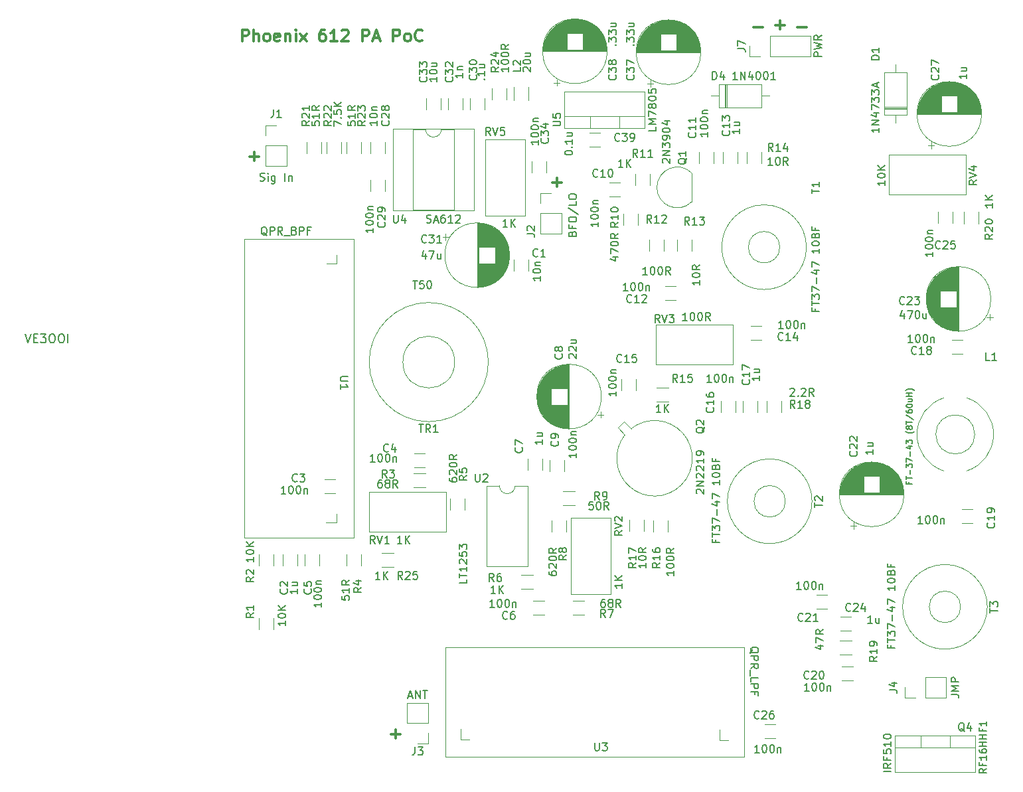
<source format=gbr>
%TF.GenerationSoftware,KiCad,Pcbnew,(6.0.7)*%
%TF.CreationDate,2022-09-22T21:01:33-04:00*%
%TF.ProjectId,Bitx40pa,42697478-3430-4706-912e-6b696361645f,rev?*%
%TF.SameCoordinates,Original*%
%TF.FileFunction,Legend,Top*%
%TF.FilePolarity,Positive*%
%FSLAX46Y46*%
G04 Gerber Fmt 4.6, Leading zero omitted, Abs format (unit mm)*
G04 Created by KiCad (PCBNEW (6.0.7)) date 2022-09-22 21:01:33*
%MOMM*%
%LPD*%
G01*
G04 APERTURE LIST*
%ADD10C,0.200000*%
%ADD11C,0.140000*%
%ADD12C,0.300000*%
%ADD13C,0.150000*%
%ADD14C,0.120000*%
G04 APERTURE END LIST*
D10*
X-1278380Y-56547619D02*
X-911714Y-57647619D01*
X-545047Y-56547619D01*
X-178380Y-57071428D02*
X188285Y-57071428D01*
X345428Y-57647619D02*
X-178380Y-57647619D01*
X-178380Y-56547619D01*
X345428Y-56547619D01*
X712095Y-56547619D02*
X1393047Y-56547619D01*
X1026380Y-56966666D01*
X1183523Y-56966666D01*
X1288285Y-57019047D01*
X1340666Y-57071428D01*
X1393047Y-57176190D01*
X1393047Y-57438095D01*
X1340666Y-57542857D01*
X1288285Y-57595238D01*
X1183523Y-57647619D01*
X869238Y-57647619D01*
X764476Y-57595238D01*
X712095Y-57542857D01*
X2073999Y-56547619D02*
X2283523Y-56547619D01*
X2388285Y-56600000D01*
X2493047Y-56704761D01*
X2545428Y-56914285D01*
X2545428Y-57280952D01*
X2493047Y-57490476D01*
X2388285Y-57595238D01*
X2283523Y-57647619D01*
X2073999Y-57647619D01*
X1969238Y-57595238D01*
X1864476Y-57490476D01*
X1812095Y-57280952D01*
X1812095Y-56914285D01*
X1864476Y-56704761D01*
X1969238Y-56600000D01*
X2073999Y-56547619D01*
X3226380Y-56547619D02*
X3435904Y-56547619D01*
X3540666Y-56600000D01*
X3645428Y-56704761D01*
X3697809Y-56914285D01*
X3697809Y-57280952D01*
X3645428Y-57490476D01*
X3540666Y-57595238D01*
X3435904Y-57647619D01*
X3226380Y-57647619D01*
X3121619Y-57595238D01*
X3016857Y-57490476D01*
X2964476Y-57280952D01*
X2964476Y-56914285D01*
X3016857Y-56704761D01*
X3121619Y-56600000D01*
X3226380Y-56547619D01*
X4169238Y-57647619D02*
X4169238Y-56547619D01*
D11*
X121311142Y-111959428D02*
X120882571Y-112259428D01*
X121311142Y-112473714D02*
X120411142Y-112473714D01*
X120411142Y-112130857D01*
X120454000Y-112045142D01*
X120496857Y-112002285D01*
X120582571Y-111959428D01*
X120711142Y-111959428D01*
X120796857Y-112002285D01*
X120839714Y-112045142D01*
X120882571Y-112130857D01*
X120882571Y-112473714D01*
X120839714Y-111273714D02*
X120839714Y-111573714D01*
X121311142Y-111573714D02*
X120411142Y-111573714D01*
X120411142Y-111145142D01*
X121311142Y-110330857D02*
X121311142Y-110845142D01*
X121311142Y-110588000D02*
X120411142Y-110588000D01*
X120539714Y-110673714D01*
X120625428Y-110759428D01*
X120668285Y-110845142D01*
X120411142Y-109559428D02*
X120411142Y-109730857D01*
X120454000Y-109816571D01*
X120496857Y-109859428D01*
X120625428Y-109945142D01*
X120796857Y-109988000D01*
X121139714Y-109988000D01*
X121225428Y-109945142D01*
X121268285Y-109902285D01*
X121311142Y-109816571D01*
X121311142Y-109645142D01*
X121268285Y-109559428D01*
X121225428Y-109516571D01*
X121139714Y-109473714D01*
X120925428Y-109473714D01*
X120839714Y-109516571D01*
X120796857Y-109559428D01*
X120754000Y-109645142D01*
X120754000Y-109816571D01*
X120796857Y-109902285D01*
X120839714Y-109945142D01*
X120925428Y-109988000D01*
X121311142Y-109088000D02*
X120411142Y-109088000D01*
X120839714Y-109088000D02*
X120839714Y-108573714D01*
X121311142Y-108573714D02*
X120411142Y-108573714D01*
X121311142Y-108145142D02*
X120411142Y-108145142D01*
X120839714Y-108145142D02*
X120839714Y-107630857D01*
X121311142Y-107630857D02*
X120411142Y-107630857D01*
X120839714Y-106902285D02*
X120839714Y-107202285D01*
X121311142Y-107202285D02*
X120411142Y-107202285D01*
X120411142Y-106773714D01*
X121311142Y-105959428D02*
X121311142Y-106473714D01*
X121311142Y-106216571D02*
X120411142Y-106216571D01*
X120539714Y-106302285D01*
X120625428Y-106388000D01*
X120668285Y-106473714D01*
D12*
X45402571Y-107549142D02*
X46545428Y-107549142D01*
X45974000Y-108120571D02*
X45974000Y-106977714D01*
X65976571Y-37191142D02*
X67119428Y-37191142D01*
X66548000Y-37762571D02*
X66548000Y-36619714D01*
X27368571Y-33889142D02*
X28511428Y-33889142D01*
X27940000Y-34460571D02*
X27940000Y-33317714D01*
X91630571Y-17379142D02*
X92773428Y-17379142D01*
X97218571Y-17379142D02*
X98361428Y-17379142D01*
X94424571Y-17125142D02*
X95567428Y-17125142D01*
X94996000Y-17696571D02*
X94996000Y-16553714D01*
X26381714Y-19220571D02*
X26381714Y-17720571D01*
X26953142Y-17720571D01*
X27095999Y-17792000D01*
X27167428Y-17863428D01*
X27238857Y-18006285D01*
X27238857Y-18220571D01*
X27167428Y-18363428D01*
X27095999Y-18434857D01*
X26953142Y-18506285D01*
X26381714Y-18506285D01*
X27881714Y-19220571D02*
X27881714Y-17720571D01*
X28524571Y-19220571D02*
X28524571Y-18434857D01*
X28453142Y-18292000D01*
X28310285Y-18220571D01*
X28095999Y-18220571D01*
X27953142Y-18292000D01*
X27881714Y-18363428D01*
X29453142Y-19220571D02*
X29310285Y-19149142D01*
X29238857Y-19077714D01*
X29167428Y-18934857D01*
X29167428Y-18506285D01*
X29238857Y-18363428D01*
X29310285Y-18292000D01*
X29453142Y-18220571D01*
X29667428Y-18220571D01*
X29810285Y-18292000D01*
X29881714Y-18363428D01*
X29953142Y-18506285D01*
X29953142Y-18934857D01*
X29881714Y-19077714D01*
X29810285Y-19149142D01*
X29667428Y-19220571D01*
X29453142Y-19220571D01*
X31167428Y-19149142D02*
X31024571Y-19220571D01*
X30738857Y-19220571D01*
X30595999Y-19149142D01*
X30524571Y-19006285D01*
X30524571Y-18434857D01*
X30595999Y-18292000D01*
X30738857Y-18220571D01*
X31024571Y-18220571D01*
X31167428Y-18292000D01*
X31238857Y-18434857D01*
X31238857Y-18577714D01*
X30524571Y-18720571D01*
X31881714Y-18220571D02*
X31881714Y-19220571D01*
X31881714Y-18363428D02*
X31953142Y-18292000D01*
X32095999Y-18220571D01*
X32310285Y-18220571D01*
X32453142Y-18292000D01*
X32524571Y-18434857D01*
X32524571Y-19220571D01*
X33238857Y-19220571D02*
X33238857Y-18220571D01*
X33238857Y-17720571D02*
X33167428Y-17792000D01*
X33238857Y-17863428D01*
X33310285Y-17792000D01*
X33238857Y-17720571D01*
X33238857Y-17863428D01*
X33810285Y-19220571D02*
X34596000Y-18220571D01*
X33810285Y-18220571D02*
X34596000Y-19220571D01*
X36953142Y-17720571D02*
X36667428Y-17720571D01*
X36524571Y-17792000D01*
X36453142Y-17863428D01*
X36310285Y-18077714D01*
X36238857Y-18363428D01*
X36238857Y-18934857D01*
X36310285Y-19077714D01*
X36381714Y-19149142D01*
X36524571Y-19220571D01*
X36810285Y-19220571D01*
X36953142Y-19149142D01*
X37024571Y-19077714D01*
X37096000Y-18934857D01*
X37096000Y-18577714D01*
X37024571Y-18434857D01*
X36953142Y-18363428D01*
X36810285Y-18292000D01*
X36524571Y-18292000D01*
X36381714Y-18363428D01*
X36310285Y-18434857D01*
X36238857Y-18577714D01*
X38524571Y-19220571D02*
X37667428Y-19220571D01*
X38096000Y-19220571D02*
X38096000Y-17720571D01*
X37953142Y-17934857D01*
X37810285Y-18077714D01*
X37667428Y-18149142D01*
X39096000Y-17863428D02*
X39167428Y-17792000D01*
X39310285Y-17720571D01*
X39667428Y-17720571D01*
X39810285Y-17792000D01*
X39881714Y-17863428D01*
X39953142Y-18006285D01*
X39953142Y-18149142D01*
X39881714Y-18363428D01*
X39024571Y-19220571D01*
X39953142Y-19220571D01*
X41738857Y-19220571D02*
X41738857Y-17720571D01*
X42310285Y-17720571D01*
X42453142Y-17792000D01*
X42524571Y-17863428D01*
X42596000Y-18006285D01*
X42596000Y-18220571D01*
X42524571Y-18363428D01*
X42453142Y-18434857D01*
X42310285Y-18506285D01*
X41738857Y-18506285D01*
X43167428Y-18792000D02*
X43881714Y-18792000D01*
X43024571Y-19220571D02*
X43524571Y-17720571D01*
X44024571Y-19220571D01*
X45667428Y-19220571D02*
X45667428Y-17720571D01*
X46238857Y-17720571D01*
X46381714Y-17792000D01*
X46453142Y-17863428D01*
X46524571Y-18006285D01*
X46524571Y-18220571D01*
X46453142Y-18363428D01*
X46381714Y-18434857D01*
X46238857Y-18506285D01*
X45667428Y-18506285D01*
X47381714Y-19220571D02*
X47238857Y-19149142D01*
X47167428Y-19077714D01*
X47096000Y-18934857D01*
X47096000Y-18506285D01*
X47167428Y-18363428D01*
X47238857Y-18292000D01*
X47381714Y-18220571D01*
X47596000Y-18220571D01*
X47738857Y-18292000D01*
X47810285Y-18363428D01*
X47881714Y-18506285D01*
X47881714Y-18934857D01*
X47810285Y-19077714D01*
X47738857Y-19149142D01*
X47596000Y-19220571D01*
X47381714Y-19220571D01*
X49381714Y-19077714D02*
X49310285Y-19149142D01*
X49096000Y-19220571D01*
X48953142Y-19220571D01*
X48738857Y-19149142D01*
X48596000Y-19006285D01*
X48524571Y-18863428D01*
X48453142Y-18577714D01*
X48453142Y-18363428D01*
X48524571Y-18077714D01*
X48596000Y-17934857D01*
X48738857Y-17792000D01*
X48953142Y-17720571D01*
X49096000Y-17720571D01*
X49310285Y-17792000D01*
X49381714Y-17863428D01*
D13*
%TO.C,J4*%
X108926380Y-101933333D02*
X109640666Y-101933333D01*
X109783523Y-101980952D01*
X109878761Y-102076190D01*
X109926380Y-102219047D01*
X109926380Y-102314285D01*
X109259714Y-101028571D02*
X109926380Y-101028571D01*
X108878761Y-101266666D02*
X109593047Y-101504761D01*
X109593047Y-100885714D01*
X116800380Y-102528571D02*
X117514666Y-102528571D01*
X117657523Y-102576190D01*
X117752761Y-102671428D01*
X117800380Y-102814285D01*
X117800380Y-102909523D01*
X117800380Y-102052380D02*
X116800380Y-102052380D01*
X117514666Y-101719047D01*
X116800380Y-101385714D01*
X117800380Y-101385714D01*
X117800380Y-100909523D02*
X116800380Y-100909523D01*
X116800380Y-100528571D01*
X116848000Y-100433333D01*
X116895619Y-100385714D01*
X116990857Y-100338095D01*
X117133714Y-100338095D01*
X117228952Y-100385714D01*
X117276571Y-100433333D01*
X117324190Y-100528571D01*
X117324190Y-100909523D01*
%TO.C,C27*%
X115165142Y-23502857D02*
X115212761Y-23550476D01*
X115260380Y-23693333D01*
X115260380Y-23788571D01*
X115212761Y-23931428D01*
X115117523Y-24026666D01*
X115022285Y-24074285D01*
X114831809Y-24121904D01*
X114688952Y-24121904D01*
X114498476Y-24074285D01*
X114403238Y-24026666D01*
X114308000Y-23931428D01*
X114260380Y-23788571D01*
X114260380Y-23693333D01*
X114308000Y-23550476D01*
X114355619Y-23502857D01*
X114355619Y-23121904D02*
X114308000Y-23074285D01*
X114260380Y-22979047D01*
X114260380Y-22740952D01*
X114308000Y-22645714D01*
X114355619Y-22598095D01*
X114450857Y-22550476D01*
X114546095Y-22550476D01*
X114688952Y-22598095D01*
X115260380Y-23169523D01*
X115260380Y-22550476D01*
X114260380Y-22217142D02*
X114260380Y-21550476D01*
X115260380Y-21979047D01*
X118816380Y-23398015D02*
X118816380Y-23969444D01*
X118816380Y-23683729D02*
X117816380Y-23683729D01*
X117959238Y-23778968D01*
X118054476Y-23874206D01*
X118102095Y-23969444D01*
X118149714Y-22540872D02*
X118816380Y-22540872D01*
X118149714Y-22969444D02*
X118673523Y-22969444D01*
X118768761Y-22921825D01*
X118816380Y-22826587D01*
X118816380Y-22683729D01*
X118768761Y-22588491D01*
X118721142Y-22540872D01*
%TO.C,T3*%
X121782380Y-92097904D02*
X121782380Y-91526476D01*
X122782380Y-91812190D02*
X121782380Y-91812190D01*
X121782380Y-91288380D02*
X121782380Y-90669333D01*
X122163333Y-91002666D01*
X122163333Y-90859809D01*
X122210952Y-90764571D01*
X122258571Y-90716952D01*
X122353809Y-90669333D01*
X122591904Y-90669333D01*
X122687142Y-90716952D01*
X122734761Y-90764571D01*
X122782380Y-90859809D01*
X122782380Y-91145523D01*
X122734761Y-91240761D01*
X122687142Y-91288380D01*
X109158571Y-96259809D02*
X109158571Y-96593142D01*
X109682380Y-96593142D02*
X108682380Y-96593142D01*
X108682380Y-96116952D01*
X108682380Y-95878857D02*
X108682380Y-95307428D01*
X109682380Y-95593142D02*
X108682380Y-95593142D01*
X108682380Y-95069333D02*
X108682380Y-94450285D01*
X109063333Y-94783619D01*
X109063333Y-94640761D01*
X109110952Y-94545523D01*
X109158571Y-94497904D01*
X109253809Y-94450285D01*
X109491904Y-94450285D01*
X109587142Y-94497904D01*
X109634761Y-94545523D01*
X109682380Y-94640761D01*
X109682380Y-94926476D01*
X109634761Y-95021714D01*
X109587142Y-95069333D01*
X108682380Y-94116952D02*
X108682380Y-93450285D01*
X109682380Y-93878857D01*
X109301428Y-93069333D02*
X109301428Y-92307428D01*
X109015714Y-91402666D02*
X109682380Y-91402666D01*
X108634761Y-91640761D02*
X109349047Y-91878857D01*
X109349047Y-91259809D01*
X108682380Y-90974095D02*
X108682380Y-90307428D01*
X109682380Y-90736000D01*
X109682380Y-88640761D02*
X109682380Y-89212190D01*
X109682380Y-88926476D02*
X108682380Y-88926476D01*
X108825238Y-89021714D01*
X108920476Y-89116952D01*
X108968095Y-89212190D01*
X108682380Y-88021714D02*
X108682380Y-87926476D01*
X108730000Y-87831238D01*
X108777619Y-87783619D01*
X108872857Y-87736000D01*
X109063333Y-87688380D01*
X109301428Y-87688380D01*
X109491904Y-87736000D01*
X109587142Y-87783619D01*
X109634761Y-87831238D01*
X109682380Y-87926476D01*
X109682380Y-88021714D01*
X109634761Y-88116952D01*
X109587142Y-88164571D01*
X109491904Y-88212190D01*
X109301428Y-88259809D01*
X109063333Y-88259809D01*
X108872857Y-88212190D01*
X108777619Y-88164571D01*
X108730000Y-88116952D01*
X108682380Y-88021714D01*
X109158571Y-86926476D02*
X109206190Y-86783619D01*
X109253809Y-86736000D01*
X109349047Y-86688380D01*
X109491904Y-86688380D01*
X109587142Y-86736000D01*
X109634761Y-86783619D01*
X109682380Y-86878857D01*
X109682380Y-87259809D01*
X108682380Y-87259809D01*
X108682380Y-86926476D01*
X108730000Y-86831238D01*
X108777619Y-86783619D01*
X108872857Y-86736000D01*
X108968095Y-86736000D01*
X109063333Y-86783619D01*
X109110952Y-86831238D01*
X109158571Y-86926476D01*
X109158571Y-87259809D01*
X109158571Y-85926476D02*
X109158571Y-86259809D01*
X109682380Y-86259809D02*
X108682380Y-86259809D01*
X108682380Y-85783619D01*
%TO.C,T2*%
X99430380Y-78635904D02*
X99430380Y-78064476D01*
X100430380Y-78350190D02*
X99430380Y-78350190D01*
X99525619Y-77778761D02*
X99478000Y-77731142D01*
X99430380Y-77635904D01*
X99430380Y-77397809D01*
X99478000Y-77302571D01*
X99525619Y-77254952D01*
X99620857Y-77207333D01*
X99716095Y-77207333D01*
X99858952Y-77254952D01*
X100430380Y-77826380D01*
X100430380Y-77207333D01*
X86806571Y-82797809D02*
X86806571Y-83131142D01*
X87330380Y-83131142D02*
X86330380Y-83131142D01*
X86330380Y-82654952D01*
X86330380Y-82416857D02*
X86330380Y-81845428D01*
X87330380Y-82131142D02*
X86330380Y-82131142D01*
X86330380Y-81607333D02*
X86330380Y-80988285D01*
X86711333Y-81321619D01*
X86711333Y-81178761D01*
X86758952Y-81083523D01*
X86806571Y-81035904D01*
X86901809Y-80988285D01*
X87139904Y-80988285D01*
X87235142Y-81035904D01*
X87282761Y-81083523D01*
X87330380Y-81178761D01*
X87330380Y-81464476D01*
X87282761Y-81559714D01*
X87235142Y-81607333D01*
X86330380Y-80654952D02*
X86330380Y-79988285D01*
X87330380Y-80416857D01*
X86949428Y-79607333D02*
X86949428Y-78845428D01*
X86663714Y-77940666D02*
X87330380Y-77940666D01*
X86282761Y-78178761D02*
X86997047Y-78416857D01*
X86997047Y-77797809D01*
X86330380Y-77512095D02*
X86330380Y-76845428D01*
X87330380Y-77274000D01*
X87330380Y-75178761D02*
X87330380Y-75750190D01*
X87330380Y-75464476D02*
X86330380Y-75464476D01*
X86473238Y-75559714D01*
X86568476Y-75654952D01*
X86616095Y-75750190D01*
X86330380Y-74559714D02*
X86330380Y-74464476D01*
X86378000Y-74369238D01*
X86425619Y-74321619D01*
X86520857Y-74274000D01*
X86711333Y-74226380D01*
X86949428Y-74226380D01*
X87139904Y-74274000D01*
X87235142Y-74321619D01*
X87282761Y-74369238D01*
X87330380Y-74464476D01*
X87330380Y-74559714D01*
X87282761Y-74654952D01*
X87235142Y-74702571D01*
X87139904Y-74750190D01*
X86949428Y-74797809D01*
X86711333Y-74797809D01*
X86520857Y-74750190D01*
X86425619Y-74702571D01*
X86378000Y-74654952D01*
X86330380Y-74559714D01*
X86806571Y-73464476D02*
X86854190Y-73321619D01*
X86901809Y-73274000D01*
X86997047Y-73226380D01*
X87139904Y-73226380D01*
X87235142Y-73274000D01*
X87282761Y-73321619D01*
X87330380Y-73416857D01*
X87330380Y-73797809D01*
X86330380Y-73797809D01*
X86330380Y-73464476D01*
X86378000Y-73369238D01*
X86425619Y-73321619D01*
X86520857Y-73274000D01*
X86616095Y-73274000D01*
X86711333Y-73321619D01*
X86758952Y-73369238D01*
X86806571Y-73464476D01*
X86806571Y-73797809D01*
X86806571Y-72464476D02*
X86806571Y-72797809D01*
X87330380Y-72797809D02*
X86330380Y-72797809D01*
X86330380Y-72321619D01*
%TO.C,T1*%
X99020380Y-38607904D02*
X99020380Y-38036476D01*
X100020380Y-38322190D02*
X99020380Y-38322190D01*
X100020380Y-37179333D02*
X100020380Y-37750761D01*
X100020380Y-37465047D02*
X99020380Y-37465047D01*
X99163238Y-37560285D01*
X99258476Y-37655523D01*
X99306095Y-37750761D01*
X99496571Y-53283809D02*
X99496571Y-53617142D01*
X100020380Y-53617142D02*
X99020380Y-53617142D01*
X99020380Y-53140952D01*
X99020380Y-52902857D02*
X99020380Y-52331428D01*
X100020380Y-52617142D02*
X99020380Y-52617142D01*
X99020380Y-52093333D02*
X99020380Y-51474285D01*
X99401333Y-51807619D01*
X99401333Y-51664761D01*
X99448952Y-51569523D01*
X99496571Y-51521904D01*
X99591809Y-51474285D01*
X99829904Y-51474285D01*
X99925142Y-51521904D01*
X99972761Y-51569523D01*
X100020380Y-51664761D01*
X100020380Y-51950476D01*
X99972761Y-52045714D01*
X99925142Y-52093333D01*
X99020380Y-51140952D02*
X99020380Y-50474285D01*
X100020380Y-50902857D01*
X99639428Y-50093333D02*
X99639428Y-49331428D01*
X99353714Y-48426666D02*
X100020380Y-48426666D01*
X98972761Y-48664761D02*
X99687047Y-48902857D01*
X99687047Y-48283809D01*
X99020380Y-47998095D02*
X99020380Y-47331428D01*
X100020380Y-47760000D01*
X100020380Y-45664761D02*
X100020380Y-46236190D01*
X100020380Y-45950476D02*
X99020380Y-45950476D01*
X99163238Y-46045714D01*
X99258476Y-46140952D01*
X99306095Y-46236190D01*
X99020380Y-45045714D02*
X99020380Y-44950476D01*
X99068000Y-44855238D01*
X99115619Y-44807619D01*
X99210857Y-44760000D01*
X99401333Y-44712380D01*
X99639428Y-44712380D01*
X99829904Y-44760000D01*
X99925142Y-44807619D01*
X99972761Y-44855238D01*
X100020380Y-44950476D01*
X100020380Y-45045714D01*
X99972761Y-45140952D01*
X99925142Y-45188571D01*
X99829904Y-45236190D01*
X99639428Y-45283809D01*
X99401333Y-45283809D01*
X99210857Y-45236190D01*
X99115619Y-45188571D01*
X99068000Y-45140952D01*
X99020380Y-45045714D01*
X99496571Y-43950476D02*
X99544190Y-43807619D01*
X99591809Y-43760000D01*
X99687047Y-43712380D01*
X99829904Y-43712380D01*
X99925142Y-43760000D01*
X99972761Y-43807619D01*
X100020380Y-43902857D01*
X100020380Y-44283809D01*
X99020380Y-44283809D01*
X99020380Y-43950476D01*
X99068000Y-43855238D01*
X99115619Y-43807619D01*
X99210857Y-43760000D01*
X99306095Y-43760000D01*
X99401333Y-43807619D01*
X99448952Y-43855238D01*
X99496571Y-43950476D01*
X99496571Y-44283809D01*
X99496571Y-42950476D02*
X99496571Y-43283809D01*
X100020380Y-43283809D02*
X99020380Y-43283809D01*
X99020380Y-42807619D01*
%TO.C,U1*%
X39917619Y-61976095D02*
X39108095Y-61976095D01*
X39012857Y-62023714D01*
X38965238Y-62071333D01*
X38917619Y-62166571D01*
X38917619Y-62357047D01*
X38965238Y-62452285D01*
X39012857Y-62499904D01*
X39108095Y-62547523D01*
X39917619Y-62547523D01*
X38917619Y-63547523D02*
X38917619Y-62976095D01*
X38917619Y-63261809D02*
X39917619Y-63261809D01*
X39774761Y-63166571D01*
X39679523Y-63071333D01*
X39631904Y-62976095D01*
X29575428Y-43981619D02*
X29480190Y-43934000D01*
X29384952Y-43838761D01*
X29242095Y-43695904D01*
X29146857Y-43648285D01*
X29051619Y-43648285D01*
X29099238Y-43886380D02*
X29004000Y-43838761D01*
X28908761Y-43743523D01*
X28861142Y-43553047D01*
X28861142Y-43219714D01*
X28908761Y-43029238D01*
X29004000Y-42934000D01*
X29099238Y-42886380D01*
X29289714Y-42886380D01*
X29384952Y-42934000D01*
X29480190Y-43029238D01*
X29527809Y-43219714D01*
X29527809Y-43553047D01*
X29480190Y-43743523D01*
X29384952Y-43838761D01*
X29289714Y-43886380D01*
X29099238Y-43886380D01*
X29956380Y-43886380D02*
X29956380Y-42886380D01*
X30337333Y-42886380D01*
X30432571Y-42934000D01*
X30480190Y-42981619D01*
X30527809Y-43076857D01*
X30527809Y-43219714D01*
X30480190Y-43314952D01*
X30432571Y-43362571D01*
X30337333Y-43410190D01*
X29956380Y-43410190D01*
X31527809Y-43886380D02*
X31194476Y-43410190D01*
X30956380Y-43886380D02*
X30956380Y-42886380D01*
X31337333Y-42886380D01*
X31432571Y-42934000D01*
X31480190Y-42981619D01*
X31527809Y-43076857D01*
X31527809Y-43219714D01*
X31480190Y-43314952D01*
X31432571Y-43362571D01*
X31337333Y-43410190D01*
X30956380Y-43410190D01*
X31718285Y-43981619D02*
X32480190Y-43981619D01*
X33051619Y-43362571D02*
X33194476Y-43410190D01*
X33242095Y-43457809D01*
X33289714Y-43553047D01*
X33289714Y-43695904D01*
X33242095Y-43791142D01*
X33194476Y-43838761D01*
X33099238Y-43886380D01*
X32718285Y-43886380D01*
X32718285Y-42886380D01*
X33051619Y-42886380D01*
X33146857Y-42934000D01*
X33194476Y-42981619D01*
X33242095Y-43076857D01*
X33242095Y-43172095D01*
X33194476Y-43267333D01*
X33146857Y-43314952D01*
X33051619Y-43362571D01*
X32718285Y-43362571D01*
X33718285Y-43886380D02*
X33718285Y-42886380D01*
X34099238Y-42886380D01*
X34194476Y-42934000D01*
X34242095Y-42981619D01*
X34289714Y-43076857D01*
X34289714Y-43219714D01*
X34242095Y-43314952D01*
X34194476Y-43362571D01*
X34099238Y-43410190D01*
X33718285Y-43410190D01*
X35051619Y-43362571D02*
X34718285Y-43362571D01*
X34718285Y-43886380D02*
X34718285Y-42886380D01*
X35194476Y-42886380D01*
%TO.C,TR1*%
X48934095Y-68073380D02*
X49505523Y-68073380D01*
X49219809Y-69073380D02*
X49219809Y-68073380D01*
X50410285Y-69073380D02*
X50076952Y-68597190D01*
X49838857Y-69073380D02*
X49838857Y-68073380D01*
X50219809Y-68073380D01*
X50315047Y-68121000D01*
X50362666Y-68168619D01*
X50410285Y-68263857D01*
X50410285Y-68406714D01*
X50362666Y-68501952D01*
X50315047Y-68549571D01*
X50219809Y-68597190D01*
X49838857Y-68597190D01*
X51362666Y-69073380D02*
X50791238Y-69073380D01*
X51076952Y-69073380D02*
X51076952Y-68073380D01*
X50981714Y-68216238D01*
X50886476Y-68311476D01*
X50791238Y-68359095D01*
X48164952Y-49744380D02*
X48736380Y-49744380D01*
X48450666Y-50744380D02*
X48450666Y-49744380D01*
X49545904Y-49744380D02*
X49069714Y-49744380D01*
X49022095Y-50220571D01*
X49069714Y-50172952D01*
X49164952Y-50125333D01*
X49403047Y-50125333D01*
X49498285Y-50172952D01*
X49545904Y-50220571D01*
X49593523Y-50315809D01*
X49593523Y-50553904D01*
X49545904Y-50649142D01*
X49498285Y-50696761D01*
X49403047Y-50744380D01*
X49164952Y-50744380D01*
X49069714Y-50696761D01*
X49022095Y-50649142D01*
X50212571Y-49744380D02*
X50307809Y-49744380D01*
X50403047Y-49792000D01*
X50450666Y-49839619D01*
X50498285Y-49934857D01*
X50545904Y-50125333D01*
X50545904Y-50363428D01*
X50498285Y-50553904D01*
X50450666Y-50649142D01*
X50403047Y-50696761D01*
X50307809Y-50744380D01*
X50212571Y-50744380D01*
X50117333Y-50696761D01*
X50069714Y-50649142D01*
X50022095Y-50553904D01*
X49974476Y-50363428D01*
X49974476Y-50125333D01*
X50022095Y-49934857D01*
X50069714Y-49839619D01*
X50117333Y-49792000D01*
X50212571Y-49744380D01*
%TO.C,C7*%
X62079142Y-71032666D02*
X62126761Y-71080285D01*
X62174380Y-71223142D01*
X62174380Y-71318380D01*
X62126761Y-71461238D01*
X62031523Y-71556476D01*
X61936285Y-71604095D01*
X61745809Y-71651714D01*
X61602952Y-71651714D01*
X61412476Y-71604095D01*
X61317238Y-71556476D01*
X61222000Y-71461238D01*
X61174380Y-71318380D01*
X61174380Y-71223142D01*
X61222000Y-71080285D01*
X61269619Y-71032666D01*
X61174380Y-70699333D02*
X61174380Y-70032666D01*
X62174380Y-70461238D01*
X64714380Y-70016666D02*
X64714380Y-70588095D01*
X64714380Y-70302380D02*
X63714380Y-70302380D01*
X63857238Y-70397619D01*
X63952476Y-70492857D01*
X64000095Y-70588095D01*
X64047714Y-69159523D02*
X64714380Y-69159523D01*
X64047714Y-69588095D02*
X64571523Y-69588095D01*
X64666761Y-69540476D01*
X64714380Y-69445238D01*
X64714380Y-69302380D01*
X64666761Y-69207142D01*
X64619142Y-69159523D01*
%TO.C,R8*%
X67762380Y-84748666D02*
X67286190Y-85082000D01*
X67762380Y-85320095D02*
X66762380Y-85320095D01*
X66762380Y-84939142D01*
X66810000Y-84843904D01*
X66857619Y-84796285D01*
X66952857Y-84748666D01*
X67095714Y-84748666D01*
X67190952Y-84796285D01*
X67238571Y-84843904D01*
X67286190Y-84939142D01*
X67286190Y-85320095D01*
X67190952Y-84177238D02*
X67143333Y-84272476D01*
X67095714Y-84320095D01*
X67000476Y-84367714D01*
X66952857Y-84367714D01*
X66857619Y-84320095D01*
X66810000Y-84272476D01*
X66762380Y-84177238D01*
X66762380Y-83986761D01*
X66810000Y-83891523D01*
X66857619Y-83843904D01*
X66952857Y-83796285D01*
X67000476Y-83796285D01*
X67095714Y-83843904D01*
X67143333Y-83891523D01*
X67190952Y-83986761D01*
X67190952Y-84177238D01*
X67238571Y-84272476D01*
X67286190Y-84320095D01*
X67381428Y-84367714D01*
X67571904Y-84367714D01*
X67667142Y-84320095D01*
X67714761Y-84272476D01*
X67762380Y-84177238D01*
X67762380Y-83986761D01*
X67714761Y-83891523D01*
X67667142Y-83843904D01*
X67571904Y-83796285D01*
X67381428Y-83796285D01*
X67286190Y-83843904D01*
X67238571Y-83891523D01*
X67190952Y-83986761D01*
X65492380Y-86859904D02*
X65492380Y-87050380D01*
X65540000Y-87145619D01*
X65587619Y-87193238D01*
X65730476Y-87288476D01*
X65920952Y-87336095D01*
X66301904Y-87336095D01*
X66397142Y-87288476D01*
X66444761Y-87240857D01*
X66492380Y-87145619D01*
X66492380Y-86955142D01*
X66444761Y-86859904D01*
X66397142Y-86812285D01*
X66301904Y-86764666D01*
X66063809Y-86764666D01*
X65968571Y-86812285D01*
X65920952Y-86859904D01*
X65873333Y-86955142D01*
X65873333Y-87145619D01*
X65920952Y-87240857D01*
X65968571Y-87288476D01*
X66063809Y-87336095D01*
X65587619Y-86383714D02*
X65540000Y-86336095D01*
X65492380Y-86240857D01*
X65492380Y-86002761D01*
X65540000Y-85907523D01*
X65587619Y-85859904D01*
X65682857Y-85812285D01*
X65778095Y-85812285D01*
X65920952Y-85859904D01*
X66492380Y-86431333D01*
X66492380Y-85812285D01*
X65492380Y-85193238D02*
X65492380Y-85098000D01*
X65540000Y-85002761D01*
X65587619Y-84955142D01*
X65682857Y-84907523D01*
X65873333Y-84859904D01*
X66111428Y-84859904D01*
X66301904Y-84907523D01*
X66397142Y-84955142D01*
X66444761Y-85002761D01*
X66492380Y-85098000D01*
X66492380Y-85193238D01*
X66444761Y-85288476D01*
X66397142Y-85336095D01*
X66301904Y-85383714D01*
X66111428Y-85431333D01*
X65873333Y-85431333D01*
X65682857Y-85383714D01*
X65587619Y-85336095D01*
X65540000Y-85288476D01*
X65492380Y-85193238D01*
X66492380Y-83859904D02*
X66016190Y-84193238D01*
X66492380Y-84431333D02*
X65492380Y-84431333D01*
X65492380Y-84050380D01*
X65540000Y-83955142D01*
X65587619Y-83907523D01*
X65682857Y-83859904D01*
X65825714Y-83859904D01*
X65920952Y-83907523D01*
X65968571Y-83955142D01*
X66016190Y-84050380D01*
X66016190Y-84431333D01*
%TO.C,R1*%
X27884380Y-92114666D02*
X27408190Y-92448000D01*
X27884380Y-92686095D02*
X26884380Y-92686095D01*
X26884380Y-92305142D01*
X26932000Y-92209904D01*
X26979619Y-92162285D01*
X27074857Y-92114666D01*
X27217714Y-92114666D01*
X27312952Y-92162285D01*
X27360571Y-92209904D01*
X27408190Y-92305142D01*
X27408190Y-92686095D01*
X27884380Y-91162285D02*
X27884380Y-91733714D01*
X27884380Y-91448000D02*
X26884380Y-91448000D01*
X27027238Y-91543238D01*
X27122476Y-91638476D01*
X27170095Y-91733714D01*
X31948380Y-93146476D02*
X31948380Y-93717904D01*
X31948380Y-93432190D02*
X30948380Y-93432190D01*
X31091238Y-93527428D01*
X31186476Y-93622666D01*
X31234095Y-93717904D01*
X30948380Y-92527428D02*
X30948380Y-92432190D01*
X30996000Y-92336952D01*
X31043619Y-92289333D01*
X31138857Y-92241714D01*
X31329333Y-92194095D01*
X31567428Y-92194095D01*
X31757904Y-92241714D01*
X31853142Y-92289333D01*
X31900761Y-92336952D01*
X31948380Y-92432190D01*
X31948380Y-92527428D01*
X31900761Y-92622666D01*
X31853142Y-92670285D01*
X31757904Y-92717904D01*
X31567428Y-92765523D01*
X31329333Y-92765523D01*
X31138857Y-92717904D01*
X31043619Y-92670285D01*
X30996000Y-92622666D01*
X30948380Y-92527428D01*
X31948380Y-91765523D02*
X30948380Y-91765523D01*
X31948380Y-91194095D02*
X31376952Y-91622666D01*
X30948380Y-91194095D02*
X31519809Y-91765523D01*
%TO.C,C12*%
X76065142Y-52427142D02*
X76017523Y-52474761D01*
X75874666Y-52522380D01*
X75779428Y-52522380D01*
X75636571Y-52474761D01*
X75541333Y-52379523D01*
X75493714Y-52284285D01*
X75446095Y-52093809D01*
X75446095Y-51950952D01*
X75493714Y-51760476D01*
X75541333Y-51665238D01*
X75636571Y-51570000D01*
X75779428Y-51522380D01*
X75874666Y-51522380D01*
X76017523Y-51570000D01*
X76065142Y-51617619D01*
X77017523Y-52522380D02*
X76446095Y-52522380D01*
X76731809Y-52522380D02*
X76731809Y-51522380D01*
X76636571Y-51665238D01*
X76541333Y-51760476D01*
X76446095Y-51808095D01*
X77398476Y-51617619D02*
X77446095Y-51570000D01*
X77541333Y-51522380D01*
X77779428Y-51522380D01*
X77874666Y-51570000D01*
X77922285Y-51617619D01*
X77969904Y-51712857D01*
X77969904Y-51808095D01*
X77922285Y-51950952D01*
X77350857Y-52522380D01*
X77969904Y-52522380D01*
X75588952Y-50998380D02*
X75017523Y-50998380D01*
X75303238Y-50998380D02*
X75303238Y-49998380D01*
X75208000Y-50141238D01*
X75112761Y-50236476D01*
X75017523Y-50284095D01*
X76208000Y-49998380D02*
X76303238Y-49998380D01*
X76398476Y-50046000D01*
X76446095Y-50093619D01*
X76493714Y-50188857D01*
X76541333Y-50379333D01*
X76541333Y-50617428D01*
X76493714Y-50807904D01*
X76446095Y-50903142D01*
X76398476Y-50950761D01*
X76303238Y-50998380D01*
X76208000Y-50998380D01*
X76112761Y-50950761D01*
X76065142Y-50903142D01*
X76017523Y-50807904D01*
X75969904Y-50617428D01*
X75969904Y-50379333D01*
X76017523Y-50188857D01*
X76065142Y-50093619D01*
X76112761Y-50046000D01*
X76208000Y-49998380D01*
X77160380Y-49998380D02*
X77255619Y-49998380D01*
X77350857Y-50046000D01*
X77398476Y-50093619D01*
X77446095Y-50188857D01*
X77493714Y-50379333D01*
X77493714Y-50617428D01*
X77446095Y-50807904D01*
X77398476Y-50903142D01*
X77350857Y-50950761D01*
X77255619Y-50998380D01*
X77160380Y-50998380D01*
X77065142Y-50950761D01*
X77017523Y-50903142D01*
X76969904Y-50807904D01*
X76922285Y-50617428D01*
X76922285Y-50379333D01*
X76969904Y-50188857D01*
X77017523Y-50093619D01*
X77065142Y-50046000D01*
X77160380Y-49998380D01*
X77922285Y-50331714D02*
X77922285Y-50998380D01*
X77922285Y-50426952D02*
X77969904Y-50379333D01*
X78065142Y-50331714D01*
X78208000Y-50331714D01*
X78303238Y-50379333D01*
X78350857Y-50474571D01*
X78350857Y-50998380D01*
%TO.C,C24*%
X104005142Y-91797142D02*
X103957523Y-91844761D01*
X103814666Y-91892380D01*
X103719428Y-91892380D01*
X103576571Y-91844761D01*
X103481333Y-91749523D01*
X103433714Y-91654285D01*
X103386095Y-91463809D01*
X103386095Y-91320952D01*
X103433714Y-91130476D01*
X103481333Y-91035238D01*
X103576571Y-90940000D01*
X103719428Y-90892380D01*
X103814666Y-90892380D01*
X103957523Y-90940000D01*
X104005142Y-90987619D01*
X104386095Y-90987619D02*
X104433714Y-90940000D01*
X104528952Y-90892380D01*
X104767047Y-90892380D01*
X104862285Y-90940000D01*
X104909904Y-90987619D01*
X104957523Y-91082857D01*
X104957523Y-91178095D01*
X104909904Y-91320952D01*
X104338476Y-91892380D01*
X104957523Y-91892380D01*
X105814666Y-91225714D02*
X105814666Y-91892380D01*
X105576571Y-90844761D02*
X105338476Y-91559047D01*
X105957523Y-91559047D01*
X106767333Y-93416380D02*
X106195904Y-93416380D01*
X106481619Y-93416380D02*
X106481619Y-92416380D01*
X106386380Y-92559238D01*
X106291142Y-92654476D01*
X106195904Y-92702095D01*
X107624476Y-92749714D02*
X107624476Y-93416380D01*
X107195904Y-92749714D02*
X107195904Y-93273523D01*
X107243523Y-93368761D01*
X107338761Y-93416380D01*
X107481619Y-93416380D01*
X107576857Y-93368761D01*
X107624476Y-93321142D01*
%TO.C,C21*%
X97909142Y-93067142D02*
X97861523Y-93114761D01*
X97718666Y-93162380D01*
X97623428Y-93162380D01*
X97480571Y-93114761D01*
X97385333Y-93019523D01*
X97337714Y-92924285D01*
X97290095Y-92733809D01*
X97290095Y-92590952D01*
X97337714Y-92400476D01*
X97385333Y-92305238D01*
X97480571Y-92210000D01*
X97623428Y-92162380D01*
X97718666Y-92162380D01*
X97861523Y-92210000D01*
X97909142Y-92257619D01*
X98290095Y-92257619D02*
X98337714Y-92210000D01*
X98432952Y-92162380D01*
X98671047Y-92162380D01*
X98766285Y-92210000D01*
X98813904Y-92257619D01*
X98861523Y-92352857D01*
X98861523Y-92448095D01*
X98813904Y-92590952D01*
X98242476Y-93162380D01*
X98861523Y-93162380D01*
X99813904Y-93162380D02*
X99242476Y-93162380D01*
X99528190Y-93162380D02*
X99528190Y-92162380D01*
X99432952Y-92305238D01*
X99337714Y-92400476D01*
X99242476Y-92448095D01*
X97686952Y-89098380D02*
X97115523Y-89098380D01*
X97401238Y-89098380D02*
X97401238Y-88098380D01*
X97306000Y-88241238D01*
X97210761Y-88336476D01*
X97115523Y-88384095D01*
X98306000Y-88098380D02*
X98401238Y-88098380D01*
X98496476Y-88146000D01*
X98544095Y-88193619D01*
X98591714Y-88288857D01*
X98639333Y-88479333D01*
X98639333Y-88717428D01*
X98591714Y-88907904D01*
X98544095Y-89003142D01*
X98496476Y-89050761D01*
X98401238Y-89098380D01*
X98306000Y-89098380D01*
X98210761Y-89050761D01*
X98163142Y-89003142D01*
X98115523Y-88907904D01*
X98067904Y-88717428D01*
X98067904Y-88479333D01*
X98115523Y-88288857D01*
X98163142Y-88193619D01*
X98210761Y-88146000D01*
X98306000Y-88098380D01*
X99258380Y-88098380D02*
X99353619Y-88098380D01*
X99448857Y-88146000D01*
X99496476Y-88193619D01*
X99544095Y-88288857D01*
X99591714Y-88479333D01*
X99591714Y-88717428D01*
X99544095Y-88907904D01*
X99496476Y-89003142D01*
X99448857Y-89050761D01*
X99353619Y-89098380D01*
X99258380Y-89098380D01*
X99163142Y-89050761D01*
X99115523Y-89003142D01*
X99067904Y-88907904D01*
X99020285Y-88717428D01*
X99020285Y-88479333D01*
X99067904Y-88288857D01*
X99115523Y-88193619D01*
X99163142Y-88146000D01*
X99258380Y-88098380D01*
X100020285Y-88431714D02*
X100020285Y-89098380D01*
X100020285Y-88526952D02*
X100067904Y-88479333D01*
X100163142Y-88431714D01*
X100306000Y-88431714D01*
X100401238Y-88479333D01*
X100448857Y-88574571D01*
X100448857Y-89098380D01*
%TO.C,C34*%
X65381142Y-31581857D02*
X65428761Y-31629476D01*
X65476380Y-31772333D01*
X65476380Y-31867571D01*
X65428761Y-32010428D01*
X65333523Y-32105666D01*
X65238285Y-32153285D01*
X65047809Y-32200904D01*
X64904952Y-32200904D01*
X64714476Y-32153285D01*
X64619238Y-32105666D01*
X64524000Y-32010428D01*
X64476380Y-31867571D01*
X64476380Y-31772333D01*
X64524000Y-31629476D01*
X64571619Y-31581857D01*
X64476380Y-31248523D02*
X64476380Y-30629476D01*
X64857333Y-30962809D01*
X64857333Y-30819952D01*
X64904952Y-30724714D01*
X64952571Y-30677095D01*
X65047809Y-30629476D01*
X65285904Y-30629476D01*
X65381142Y-30677095D01*
X65428761Y-30724714D01*
X65476380Y-30819952D01*
X65476380Y-31105666D01*
X65428761Y-31200904D01*
X65381142Y-31248523D01*
X64809714Y-29772333D02*
X65476380Y-29772333D01*
X64428761Y-30010428D02*
X65143047Y-30248523D01*
X65143047Y-29629476D01*
X64206380Y-31804047D02*
X64206380Y-32375476D01*
X64206380Y-32089761D02*
X63206380Y-32089761D01*
X63349238Y-32185000D01*
X63444476Y-32280238D01*
X63492095Y-32375476D01*
X63206380Y-31185000D02*
X63206380Y-31089761D01*
X63254000Y-30994523D01*
X63301619Y-30946904D01*
X63396857Y-30899285D01*
X63587333Y-30851666D01*
X63825428Y-30851666D01*
X64015904Y-30899285D01*
X64111142Y-30946904D01*
X64158761Y-30994523D01*
X64206380Y-31089761D01*
X64206380Y-31185000D01*
X64158761Y-31280238D01*
X64111142Y-31327857D01*
X64015904Y-31375476D01*
X63825428Y-31423095D01*
X63587333Y-31423095D01*
X63396857Y-31375476D01*
X63301619Y-31327857D01*
X63254000Y-31280238D01*
X63206380Y-31185000D01*
X63206380Y-30232619D02*
X63206380Y-30137380D01*
X63254000Y-30042142D01*
X63301619Y-29994523D01*
X63396857Y-29946904D01*
X63587333Y-29899285D01*
X63825428Y-29899285D01*
X64015904Y-29946904D01*
X64111142Y-29994523D01*
X64158761Y-30042142D01*
X64206380Y-30137380D01*
X64206380Y-30232619D01*
X64158761Y-30327857D01*
X64111142Y-30375476D01*
X64015904Y-30423095D01*
X63825428Y-30470714D01*
X63587333Y-30470714D01*
X63396857Y-30423095D01*
X63301619Y-30375476D01*
X63254000Y-30327857D01*
X63206380Y-30232619D01*
X63539714Y-29470714D02*
X64206380Y-29470714D01*
X63634952Y-29470714D02*
X63587333Y-29423095D01*
X63539714Y-29327857D01*
X63539714Y-29185000D01*
X63587333Y-29089761D01*
X63682571Y-29042142D01*
X64206380Y-29042142D01*
%TO.C,C23*%
X110863142Y-52681142D02*
X110815523Y-52728761D01*
X110672666Y-52776380D01*
X110577428Y-52776380D01*
X110434571Y-52728761D01*
X110339333Y-52633523D01*
X110291714Y-52538285D01*
X110244095Y-52347809D01*
X110244095Y-52204952D01*
X110291714Y-52014476D01*
X110339333Y-51919238D01*
X110434571Y-51824000D01*
X110577428Y-51776380D01*
X110672666Y-51776380D01*
X110815523Y-51824000D01*
X110863142Y-51871619D01*
X111244095Y-51871619D02*
X111291714Y-51824000D01*
X111386952Y-51776380D01*
X111625047Y-51776380D01*
X111720285Y-51824000D01*
X111767904Y-51871619D01*
X111815523Y-51966857D01*
X111815523Y-52062095D01*
X111767904Y-52204952D01*
X111196476Y-52776380D01*
X111815523Y-52776380D01*
X112148857Y-51776380D02*
X112767904Y-51776380D01*
X112434571Y-52157333D01*
X112577428Y-52157333D01*
X112672666Y-52204952D01*
X112720285Y-52252571D01*
X112767904Y-52347809D01*
X112767904Y-52585904D01*
X112720285Y-52681142D01*
X112672666Y-52728761D01*
X112577428Y-52776380D01*
X112291714Y-52776380D01*
X112196476Y-52728761D01*
X112148857Y-52681142D01*
X110799714Y-53887714D02*
X110799714Y-54554380D01*
X110561619Y-53506761D02*
X110323523Y-54221047D01*
X110942571Y-54221047D01*
X111228285Y-53554380D02*
X111894952Y-53554380D01*
X111466380Y-54554380D01*
X112466380Y-53554380D02*
X112561619Y-53554380D01*
X112656857Y-53602000D01*
X112704476Y-53649619D01*
X112752095Y-53744857D01*
X112799714Y-53935333D01*
X112799714Y-54173428D01*
X112752095Y-54363904D01*
X112704476Y-54459142D01*
X112656857Y-54506761D01*
X112561619Y-54554380D01*
X112466380Y-54554380D01*
X112371142Y-54506761D01*
X112323523Y-54459142D01*
X112275904Y-54363904D01*
X112228285Y-54173428D01*
X112228285Y-53935333D01*
X112275904Y-53744857D01*
X112323523Y-53649619D01*
X112371142Y-53602000D01*
X112466380Y-53554380D01*
X113656857Y-53887714D02*
X113656857Y-54554380D01*
X113228285Y-53887714D02*
X113228285Y-54411523D01*
X113275904Y-54506761D01*
X113371142Y-54554380D01*
X113514000Y-54554380D01*
X113609238Y-54506761D01*
X113656857Y-54459142D01*
%TO.C,C9*%
X66651142Y-70221666D02*
X66698761Y-70269285D01*
X66746380Y-70412142D01*
X66746380Y-70507380D01*
X66698761Y-70650238D01*
X66603523Y-70745476D01*
X66508285Y-70793095D01*
X66317809Y-70840714D01*
X66174952Y-70840714D01*
X65984476Y-70793095D01*
X65889238Y-70745476D01*
X65794000Y-70650238D01*
X65746380Y-70507380D01*
X65746380Y-70412142D01*
X65794000Y-70269285D01*
X65841619Y-70221666D01*
X66746380Y-69745476D02*
X66746380Y-69555000D01*
X66698761Y-69459761D01*
X66651142Y-69412142D01*
X66508285Y-69316904D01*
X66317809Y-69269285D01*
X65936857Y-69269285D01*
X65841619Y-69316904D01*
X65794000Y-69364523D01*
X65746380Y-69459761D01*
X65746380Y-69650238D01*
X65794000Y-69745476D01*
X65841619Y-69793095D01*
X65936857Y-69840714D01*
X66174952Y-69840714D01*
X66270190Y-69793095D01*
X66317809Y-69745476D01*
X66365428Y-69650238D01*
X66365428Y-69459761D01*
X66317809Y-69364523D01*
X66270190Y-69316904D01*
X66174952Y-69269285D01*
X69032380Y-71731047D02*
X69032380Y-72302476D01*
X69032380Y-72016761D02*
X68032380Y-72016761D01*
X68175238Y-72112000D01*
X68270476Y-72207238D01*
X68318095Y-72302476D01*
X68032380Y-71112000D02*
X68032380Y-71016761D01*
X68080000Y-70921523D01*
X68127619Y-70873904D01*
X68222857Y-70826285D01*
X68413333Y-70778666D01*
X68651428Y-70778666D01*
X68841904Y-70826285D01*
X68937142Y-70873904D01*
X68984761Y-70921523D01*
X69032380Y-71016761D01*
X69032380Y-71112000D01*
X68984761Y-71207238D01*
X68937142Y-71254857D01*
X68841904Y-71302476D01*
X68651428Y-71350095D01*
X68413333Y-71350095D01*
X68222857Y-71302476D01*
X68127619Y-71254857D01*
X68080000Y-71207238D01*
X68032380Y-71112000D01*
X68032380Y-70159619D02*
X68032380Y-70064380D01*
X68080000Y-69969142D01*
X68127619Y-69921523D01*
X68222857Y-69873904D01*
X68413333Y-69826285D01*
X68651428Y-69826285D01*
X68841904Y-69873904D01*
X68937142Y-69921523D01*
X68984761Y-69969142D01*
X69032380Y-70064380D01*
X69032380Y-70159619D01*
X68984761Y-70254857D01*
X68937142Y-70302476D01*
X68841904Y-70350095D01*
X68651428Y-70397714D01*
X68413333Y-70397714D01*
X68222857Y-70350095D01*
X68127619Y-70302476D01*
X68080000Y-70254857D01*
X68032380Y-70159619D01*
X68365714Y-69397714D02*
X69032380Y-69397714D01*
X68460952Y-69397714D02*
X68413333Y-69350095D01*
X68365714Y-69254857D01*
X68365714Y-69112000D01*
X68413333Y-69016761D01*
X68508571Y-68969142D01*
X69032380Y-68969142D01*
%TO.C,C29*%
X44553142Y-42298857D02*
X44600761Y-42346476D01*
X44648380Y-42489333D01*
X44648380Y-42584571D01*
X44600761Y-42727428D01*
X44505523Y-42822666D01*
X44410285Y-42870285D01*
X44219809Y-42917904D01*
X44076952Y-42917904D01*
X43886476Y-42870285D01*
X43791238Y-42822666D01*
X43696000Y-42727428D01*
X43648380Y-42584571D01*
X43648380Y-42489333D01*
X43696000Y-42346476D01*
X43743619Y-42298857D01*
X43743619Y-41917904D02*
X43696000Y-41870285D01*
X43648380Y-41775047D01*
X43648380Y-41536952D01*
X43696000Y-41441714D01*
X43743619Y-41394095D01*
X43838857Y-41346476D01*
X43934095Y-41346476D01*
X44076952Y-41394095D01*
X44648380Y-41965523D01*
X44648380Y-41346476D01*
X44648380Y-40870285D02*
X44648380Y-40679809D01*
X44600761Y-40584571D01*
X44553142Y-40536952D01*
X44410285Y-40441714D01*
X44219809Y-40394095D01*
X43838857Y-40394095D01*
X43743619Y-40441714D01*
X43696000Y-40489333D01*
X43648380Y-40584571D01*
X43648380Y-40775047D01*
X43696000Y-40870285D01*
X43743619Y-40917904D01*
X43838857Y-40965523D01*
X44076952Y-40965523D01*
X44172190Y-40917904D01*
X44219809Y-40870285D01*
X44267428Y-40775047D01*
X44267428Y-40584571D01*
X44219809Y-40489333D01*
X44172190Y-40441714D01*
X44076952Y-40394095D01*
X43124380Y-43029047D02*
X43124380Y-43600476D01*
X43124380Y-43314761D02*
X42124380Y-43314761D01*
X42267238Y-43410000D01*
X42362476Y-43505238D01*
X42410095Y-43600476D01*
X42124380Y-42410000D02*
X42124380Y-42314761D01*
X42172000Y-42219523D01*
X42219619Y-42171904D01*
X42314857Y-42124285D01*
X42505333Y-42076666D01*
X42743428Y-42076666D01*
X42933904Y-42124285D01*
X43029142Y-42171904D01*
X43076761Y-42219523D01*
X43124380Y-42314761D01*
X43124380Y-42410000D01*
X43076761Y-42505238D01*
X43029142Y-42552857D01*
X42933904Y-42600476D01*
X42743428Y-42648095D01*
X42505333Y-42648095D01*
X42314857Y-42600476D01*
X42219619Y-42552857D01*
X42172000Y-42505238D01*
X42124380Y-42410000D01*
X42124380Y-41457619D02*
X42124380Y-41362380D01*
X42172000Y-41267142D01*
X42219619Y-41219523D01*
X42314857Y-41171904D01*
X42505333Y-41124285D01*
X42743428Y-41124285D01*
X42933904Y-41171904D01*
X43029142Y-41219523D01*
X43076761Y-41267142D01*
X43124380Y-41362380D01*
X43124380Y-41457619D01*
X43076761Y-41552857D01*
X43029142Y-41600476D01*
X42933904Y-41648095D01*
X42743428Y-41695714D01*
X42505333Y-41695714D01*
X42314857Y-41648095D01*
X42219619Y-41600476D01*
X42172000Y-41552857D01*
X42124380Y-41457619D01*
X42457714Y-40695714D02*
X43124380Y-40695714D01*
X42552952Y-40695714D02*
X42505333Y-40648095D01*
X42457714Y-40552857D01*
X42457714Y-40410000D01*
X42505333Y-40314761D01*
X42600571Y-40267142D01*
X43124380Y-40267142D01*
%TO.C,R5*%
X55062380Y-74588666D02*
X54586190Y-74922000D01*
X55062380Y-75160095D02*
X54062380Y-75160095D01*
X54062380Y-74779142D01*
X54110000Y-74683904D01*
X54157619Y-74636285D01*
X54252857Y-74588666D01*
X54395714Y-74588666D01*
X54490952Y-74636285D01*
X54538571Y-74683904D01*
X54586190Y-74779142D01*
X54586190Y-75160095D01*
X54062380Y-73683904D02*
X54062380Y-74160095D01*
X54538571Y-74207714D01*
X54490952Y-74160095D01*
X54443333Y-74064857D01*
X54443333Y-73826761D01*
X54490952Y-73731523D01*
X54538571Y-73683904D01*
X54633809Y-73636285D01*
X54871904Y-73636285D01*
X54967142Y-73683904D01*
X55014761Y-73731523D01*
X55062380Y-73826761D01*
X55062380Y-74064857D01*
X55014761Y-74160095D01*
X54967142Y-74207714D01*
X52792380Y-74921904D02*
X52792380Y-75112380D01*
X52840000Y-75207619D01*
X52887619Y-75255238D01*
X53030476Y-75350476D01*
X53220952Y-75398095D01*
X53601904Y-75398095D01*
X53697142Y-75350476D01*
X53744761Y-75302857D01*
X53792380Y-75207619D01*
X53792380Y-75017142D01*
X53744761Y-74921904D01*
X53697142Y-74874285D01*
X53601904Y-74826666D01*
X53363809Y-74826666D01*
X53268571Y-74874285D01*
X53220952Y-74921904D01*
X53173333Y-75017142D01*
X53173333Y-75207619D01*
X53220952Y-75302857D01*
X53268571Y-75350476D01*
X53363809Y-75398095D01*
X52887619Y-74445714D02*
X52840000Y-74398095D01*
X52792380Y-74302857D01*
X52792380Y-74064761D01*
X52840000Y-73969523D01*
X52887619Y-73921904D01*
X52982857Y-73874285D01*
X53078095Y-73874285D01*
X53220952Y-73921904D01*
X53792380Y-74493333D01*
X53792380Y-73874285D01*
X52792380Y-73255238D02*
X52792380Y-73160000D01*
X52840000Y-73064761D01*
X52887619Y-73017142D01*
X52982857Y-72969523D01*
X53173333Y-72921904D01*
X53411428Y-72921904D01*
X53601904Y-72969523D01*
X53697142Y-73017142D01*
X53744761Y-73064761D01*
X53792380Y-73160000D01*
X53792380Y-73255238D01*
X53744761Y-73350476D01*
X53697142Y-73398095D01*
X53601904Y-73445714D01*
X53411428Y-73493333D01*
X53173333Y-73493333D01*
X52982857Y-73445714D01*
X52887619Y-73398095D01*
X52840000Y-73350476D01*
X52792380Y-73255238D01*
X53792380Y-71921904D02*
X53316190Y-72255238D01*
X53792380Y-72493333D02*
X52792380Y-72493333D01*
X52792380Y-72112380D01*
X52840000Y-72017142D01*
X52887619Y-71969523D01*
X52982857Y-71921904D01*
X53125714Y-71921904D01*
X53220952Y-71969523D01*
X53268571Y-72017142D01*
X53316190Y-72112380D01*
X53316190Y-72493333D01*
%TO.C,R13*%
X83431142Y-42616380D02*
X83097809Y-42140190D01*
X82859714Y-42616380D02*
X82859714Y-41616380D01*
X83240666Y-41616380D01*
X83335904Y-41664000D01*
X83383523Y-41711619D01*
X83431142Y-41806857D01*
X83431142Y-41949714D01*
X83383523Y-42044952D01*
X83335904Y-42092571D01*
X83240666Y-42140190D01*
X82859714Y-42140190D01*
X84383523Y-42616380D02*
X83812095Y-42616380D01*
X84097809Y-42616380D02*
X84097809Y-41616380D01*
X84002571Y-41759238D01*
X83907333Y-41854476D01*
X83812095Y-41902095D01*
X84716857Y-41616380D02*
X85335904Y-41616380D01*
X85002571Y-41997333D01*
X85145428Y-41997333D01*
X85240666Y-42044952D01*
X85288285Y-42092571D01*
X85335904Y-42187809D01*
X85335904Y-42425904D01*
X85288285Y-42521142D01*
X85240666Y-42568761D01*
X85145428Y-42616380D01*
X84859714Y-42616380D01*
X84764476Y-42568761D01*
X84716857Y-42521142D01*
X84780380Y-49712476D02*
X84780380Y-50283904D01*
X84780380Y-49998190D02*
X83780380Y-49998190D01*
X83923238Y-50093428D01*
X84018476Y-50188666D01*
X84066095Y-50283904D01*
X83780380Y-49093428D02*
X83780380Y-48998190D01*
X83828000Y-48902952D01*
X83875619Y-48855333D01*
X83970857Y-48807714D01*
X84161333Y-48760095D01*
X84399428Y-48760095D01*
X84589904Y-48807714D01*
X84685142Y-48855333D01*
X84732761Y-48902952D01*
X84780380Y-48998190D01*
X84780380Y-49093428D01*
X84732761Y-49188666D01*
X84685142Y-49236285D01*
X84589904Y-49283904D01*
X84399428Y-49331523D01*
X84161333Y-49331523D01*
X83970857Y-49283904D01*
X83875619Y-49236285D01*
X83828000Y-49188666D01*
X83780380Y-49093428D01*
X84780380Y-47760095D02*
X84304190Y-48093428D01*
X84780380Y-48331523D02*
X83780380Y-48331523D01*
X83780380Y-47950571D01*
X83828000Y-47855333D01*
X83875619Y-47807714D01*
X83970857Y-47760095D01*
X84113714Y-47760095D01*
X84208952Y-47807714D01*
X84256571Y-47855333D01*
X84304190Y-47950571D01*
X84304190Y-48331523D01*
%TO.C,L1*%
X121753333Y-59888380D02*
X121277142Y-59888380D01*
X121277142Y-58888380D01*
X122610476Y-59888380D02*
X122039047Y-59888380D01*
X122324761Y-59888380D02*
X122324761Y-58888380D01*
X122229523Y-59031238D01*
X122134285Y-59126476D01*
X122039047Y-59174095D01*
X111452428Y-75399571D02*
X111452428Y-75649571D01*
X111845285Y-75649571D02*
X111095285Y-75649571D01*
X111095285Y-75292428D01*
X111095285Y-75113857D02*
X111095285Y-74685285D01*
X111845285Y-74899571D02*
X111095285Y-74899571D01*
X111559571Y-74435285D02*
X111559571Y-73863857D01*
X111095285Y-73578142D02*
X111095285Y-73113857D01*
X111381000Y-73363857D01*
X111381000Y-73256714D01*
X111416714Y-73185285D01*
X111452428Y-73149571D01*
X111523857Y-73113857D01*
X111702428Y-73113857D01*
X111773857Y-73149571D01*
X111809571Y-73185285D01*
X111845285Y-73256714D01*
X111845285Y-73471000D01*
X111809571Y-73542428D01*
X111773857Y-73578142D01*
X111095285Y-72863857D02*
X111095285Y-72363857D01*
X111845285Y-72685285D01*
X111559571Y-72078142D02*
X111559571Y-71506714D01*
X111345285Y-70828142D02*
X111845285Y-70828142D01*
X111059571Y-71006714D02*
X111595285Y-71185285D01*
X111595285Y-70721000D01*
X111095285Y-70506714D02*
X111095285Y-70042428D01*
X111381000Y-70292428D01*
X111381000Y-70185285D01*
X111416714Y-70113857D01*
X111452428Y-70078142D01*
X111523857Y-70042428D01*
X111702428Y-70042428D01*
X111773857Y-70078142D01*
X111809571Y-70113857D01*
X111845285Y-70185285D01*
X111845285Y-70399571D01*
X111809571Y-70471000D01*
X111773857Y-70506714D01*
X112131000Y-68935285D02*
X112095285Y-68971000D01*
X111988142Y-69042428D01*
X111916714Y-69078142D01*
X111809571Y-69113857D01*
X111631000Y-69149571D01*
X111488142Y-69149571D01*
X111309571Y-69113857D01*
X111202428Y-69078142D01*
X111131000Y-69042428D01*
X111023857Y-68971000D01*
X110988142Y-68935285D01*
X111416714Y-68542428D02*
X111381000Y-68613857D01*
X111345285Y-68649571D01*
X111273857Y-68685285D01*
X111238142Y-68685285D01*
X111166714Y-68649571D01*
X111131000Y-68613857D01*
X111095285Y-68542428D01*
X111095285Y-68399571D01*
X111131000Y-68328142D01*
X111166714Y-68292428D01*
X111238142Y-68256714D01*
X111273857Y-68256714D01*
X111345285Y-68292428D01*
X111381000Y-68328142D01*
X111416714Y-68399571D01*
X111416714Y-68542428D01*
X111452428Y-68613857D01*
X111488142Y-68649571D01*
X111559571Y-68685285D01*
X111702428Y-68685285D01*
X111773857Y-68649571D01*
X111809571Y-68613857D01*
X111845285Y-68542428D01*
X111845285Y-68399571D01*
X111809571Y-68328142D01*
X111773857Y-68292428D01*
X111702428Y-68256714D01*
X111559571Y-68256714D01*
X111488142Y-68292428D01*
X111452428Y-68328142D01*
X111416714Y-68399571D01*
X111095285Y-68042428D02*
X111095285Y-67613857D01*
X111845285Y-67828142D02*
X111095285Y-67828142D01*
X111059571Y-66828142D02*
X112023857Y-67471000D01*
X111095285Y-66256714D02*
X111095285Y-66399571D01*
X111131000Y-66471000D01*
X111166714Y-66506714D01*
X111273857Y-66578142D01*
X111416714Y-66613857D01*
X111702428Y-66613857D01*
X111773857Y-66578142D01*
X111809571Y-66542428D01*
X111845285Y-66471000D01*
X111845285Y-66328142D01*
X111809571Y-66256714D01*
X111773857Y-66221000D01*
X111702428Y-66185285D01*
X111523857Y-66185285D01*
X111452428Y-66221000D01*
X111416714Y-66256714D01*
X111381000Y-66328142D01*
X111381000Y-66471000D01*
X111416714Y-66542428D01*
X111452428Y-66578142D01*
X111523857Y-66613857D01*
X111095285Y-65721000D02*
X111095285Y-65649571D01*
X111131000Y-65578142D01*
X111166714Y-65542428D01*
X111238142Y-65506714D01*
X111381000Y-65471000D01*
X111559571Y-65471000D01*
X111702428Y-65506714D01*
X111773857Y-65542428D01*
X111809571Y-65578142D01*
X111845285Y-65649571D01*
X111845285Y-65721000D01*
X111809571Y-65792428D01*
X111773857Y-65828142D01*
X111702428Y-65863857D01*
X111559571Y-65899571D01*
X111381000Y-65899571D01*
X111238142Y-65863857D01*
X111166714Y-65828142D01*
X111131000Y-65792428D01*
X111095285Y-65721000D01*
X111345285Y-64828142D02*
X111845285Y-64828142D01*
X111345285Y-65149571D02*
X111738142Y-65149571D01*
X111809571Y-65113857D01*
X111845285Y-65042428D01*
X111845285Y-64935285D01*
X111809571Y-64863857D01*
X111773857Y-64828142D01*
X111845285Y-64471000D02*
X111095285Y-64471000D01*
X111452428Y-64471000D02*
X111452428Y-64042428D01*
X111845285Y-64042428D02*
X111095285Y-64042428D01*
X112131000Y-63756714D02*
X112095285Y-63721000D01*
X111988142Y-63649571D01*
X111916714Y-63613857D01*
X111809571Y-63578142D01*
X111631000Y-63542428D01*
X111488142Y-63542428D01*
X111309571Y-63578142D01*
X111202428Y-63613857D01*
X111131000Y-63649571D01*
X111023857Y-63721000D01*
X110988142Y-63756714D01*
%TO.C,C37*%
X76303142Y-23502857D02*
X76350761Y-23550476D01*
X76398380Y-23693333D01*
X76398380Y-23788571D01*
X76350761Y-23931428D01*
X76255523Y-24026666D01*
X76160285Y-24074285D01*
X75969809Y-24121904D01*
X75826952Y-24121904D01*
X75636476Y-24074285D01*
X75541238Y-24026666D01*
X75446000Y-23931428D01*
X75398380Y-23788571D01*
X75398380Y-23693333D01*
X75446000Y-23550476D01*
X75493619Y-23502857D01*
X75398380Y-23169523D02*
X75398380Y-22550476D01*
X75779333Y-22883809D01*
X75779333Y-22740952D01*
X75826952Y-22645714D01*
X75874571Y-22598095D01*
X75969809Y-22550476D01*
X76207904Y-22550476D01*
X76303142Y-22598095D01*
X76350761Y-22645714D01*
X76398380Y-22740952D01*
X76398380Y-23026666D01*
X76350761Y-23121904D01*
X76303142Y-23169523D01*
X75398380Y-22217142D02*
X75398380Y-21550476D01*
X76398380Y-21979047D01*
X76303142Y-19692761D02*
X76350761Y-19645142D01*
X76398380Y-19692761D01*
X76350761Y-19740380D01*
X76303142Y-19692761D01*
X76398380Y-19692761D01*
X75398380Y-19311809D02*
X75398380Y-18692761D01*
X75779333Y-19026095D01*
X75779333Y-18883238D01*
X75826952Y-18788000D01*
X75874571Y-18740380D01*
X75969809Y-18692761D01*
X76207904Y-18692761D01*
X76303142Y-18740380D01*
X76350761Y-18788000D01*
X76398380Y-18883238D01*
X76398380Y-19168952D01*
X76350761Y-19264190D01*
X76303142Y-19311809D01*
X75398380Y-18359428D02*
X75398380Y-17740380D01*
X75779333Y-18073714D01*
X75779333Y-17930857D01*
X75826952Y-17835619D01*
X75874571Y-17788000D01*
X75969809Y-17740380D01*
X76207904Y-17740380D01*
X76303142Y-17788000D01*
X76350761Y-17835619D01*
X76398380Y-17930857D01*
X76398380Y-18216571D01*
X76350761Y-18311809D01*
X76303142Y-18359428D01*
X75731714Y-16883238D02*
X76398380Y-16883238D01*
X75731714Y-17311809D02*
X76255523Y-17311809D01*
X76350761Y-17264190D01*
X76398380Y-17168952D01*
X76398380Y-17026095D01*
X76350761Y-16930857D01*
X76303142Y-16883238D01*
%TO.C,J1*%
X30400666Y-27900380D02*
X30400666Y-28614666D01*
X30353047Y-28757523D01*
X30257809Y-28852761D01*
X30114952Y-28900380D01*
X30019714Y-28900380D01*
X31400666Y-28900380D02*
X30829238Y-28900380D01*
X31114952Y-28900380D02*
X31114952Y-27900380D01*
X31019714Y-28043238D01*
X30924476Y-28138476D01*
X30829238Y-28186095D01*
X28686380Y-36975761D02*
X28829238Y-37023380D01*
X29067333Y-37023380D01*
X29162571Y-36975761D01*
X29210190Y-36928142D01*
X29257809Y-36832904D01*
X29257809Y-36737666D01*
X29210190Y-36642428D01*
X29162571Y-36594809D01*
X29067333Y-36547190D01*
X28876857Y-36499571D01*
X28781619Y-36451952D01*
X28734000Y-36404333D01*
X28686380Y-36309095D01*
X28686380Y-36213857D01*
X28734000Y-36118619D01*
X28781619Y-36071000D01*
X28876857Y-36023380D01*
X29114952Y-36023380D01*
X29257809Y-36071000D01*
X29686380Y-37023380D02*
X29686380Y-36356714D01*
X29686380Y-36023380D02*
X29638761Y-36071000D01*
X29686380Y-36118619D01*
X29734000Y-36071000D01*
X29686380Y-36023380D01*
X29686380Y-36118619D01*
X30591142Y-36356714D02*
X30591142Y-37166238D01*
X30543523Y-37261476D01*
X30495904Y-37309095D01*
X30400666Y-37356714D01*
X30257809Y-37356714D01*
X30162571Y-37309095D01*
X30591142Y-36975761D02*
X30495904Y-37023380D01*
X30305428Y-37023380D01*
X30210190Y-36975761D01*
X30162571Y-36928142D01*
X30114952Y-36832904D01*
X30114952Y-36547190D01*
X30162571Y-36451952D01*
X30210190Y-36404333D01*
X30305428Y-36356714D01*
X30495904Y-36356714D01*
X30591142Y-36404333D01*
X31829238Y-37023380D02*
X31829238Y-36023380D01*
X32305428Y-36356714D02*
X32305428Y-37023380D01*
X32305428Y-36451952D02*
X32353047Y-36404333D01*
X32448285Y-36356714D01*
X32591142Y-36356714D01*
X32686380Y-36404333D01*
X32734000Y-36499571D01*
X32734000Y-37023380D01*
%TO.C,C6*%
X60236333Y-92813142D02*
X60188714Y-92860761D01*
X60045857Y-92908380D01*
X59950619Y-92908380D01*
X59807761Y-92860761D01*
X59712523Y-92765523D01*
X59664904Y-92670285D01*
X59617285Y-92479809D01*
X59617285Y-92336952D01*
X59664904Y-92146476D01*
X59712523Y-92051238D01*
X59807761Y-91956000D01*
X59950619Y-91908380D01*
X60045857Y-91908380D01*
X60188714Y-91956000D01*
X60236333Y-92003619D01*
X61093476Y-91908380D02*
X60903000Y-91908380D01*
X60807761Y-91956000D01*
X60760142Y-92003619D01*
X60664904Y-92146476D01*
X60617285Y-92336952D01*
X60617285Y-92717904D01*
X60664904Y-92813142D01*
X60712523Y-92860761D01*
X60807761Y-92908380D01*
X60998238Y-92908380D01*
X61093476Y-92860761D01*
X61141095Y-92813142D01*
X61188714Y-92717904D01*
X61188714Y-92479809D01*
X61141095Y-92384571D01*
X61093476Y-92336952D01*
X60998238Y-92289333D01*
X60807761Y-92289333D01*
X60712523Y-92336952D01*
X60664904Y-92384571D01*
X60617285Y-92479809D01*
X58570952Y-91384380D02*
X57999523Y-91384380D01*
X58285238Y-91384380D02*
X58285238Y-90384380D01*
X58190000Y-90527238D01*
X58094761Y-90622476D01*
X57999523Y-90670095D01*
X59190000Y-90384380D02*
X59285238Y-90384380D01*
X59380476Y-90432000D01*
X59428095Y-90479619D01*
X59475714Y-90574857D01*
X59523333Y-90765333D01*
X59523333Y-91003428D01*
X59475714Y-91193904D01*
X59428095Y-91289142D01*
X59380476Y-91336761D01*
X59285238Y-91384380D01*
X59190000Y-91384380D01*
X59094761Y-91336761D01*
X59047142Y-91289142D01*
X58999523Y-91193904D01*
X58951904Y-91003428D01*
X58951904Y-90765333D01*
X58999523Y-90574857D01*
X59047142Y-90479619D01*
X59094761Y-90432000D01*
X59190000Y-90384380D01*
X60142380Y-90384380D02*
X60237619Y-90384380D01*
X60332857Y-90432000D01*
X60380476Y-90479619D01*
X60428095Y-90574857D01*
X60475714Y-90765333D01*
X60475714Y-91003428D01*
X60428095Y-91193904D01*
X60380476Y-91289142D01*
X60332857Y-91336761D01*
X60237619Y-91384380D01*
X60142380Y-91384380D01*
X60047142Y-91336761D01*
X59999523Y-91289142D01*
X59951904Y-91193904D01*
X59904285Y-91003428D01*
X59904285Y-90765333D01*
X59951904Y-90574857D01*
X59999523Y-90479619D01*
X60047142Y-90432000D01*
X60142380Y-90384380D01*
X60904285Y-90717714D02*
X60904285Y-91384380D01*
X60904285Y-90812952D02*
X60951904Y-90765333D01*
X61047142Y-90717714D01*
X61190000Y-90717714D01*
X61285238Y-90765333D01*
X61332857Y-90860571D01*
X61332857Y-91384380D01*
%TO.C,RV4*%
X120086380Y-36917238D02*
X119610190Y-37250571D01*
X120086380Y-37488666D02*
X119086380Y-37488666D01*
X119086380Y-37107714D01*
X119134000Y-37012476D01*
X119181619Y-36964857D01*
X119276857Y-36917238D01*
X119419714Y-36917238D01*
X119514952Y-36964857D01*
X119562571Y-37012476D01*
X119610190Y-37107714D01*
X119610190Y-37488666D01*
X119086380Y-36631523D02*
X120086380Y-36298190D01*
X119086380Y-35964857D01*
X119419714Y-35202952D02*
X120086380Y-35202952D01*
X119038761Y-35441047D02*
X119753047Y-35679142D01*
X119753047Y-35060095D01*
X108402380Y-37012476D02*
X108402380Y-37583904D01*
X108402380Y-37298190D02*
X107402380Y-37298190D01*
X107545238Y-37393428D01*
X107640476Y-37488666D01*
X107688095Y-37583904D01*
X107402380Y-36393428D02*
X107402380Y-36298190D01*
X107450000Y-36202952D01*
X107497619Y-36155333D01*
X107592857Y-36107714D01*
X107783333Y-36060095D01*
X108021428Y-36060095D01*
X108211904Y-36107714D01*
X108307142Y-36155333D01*
X108354761Y-36202952D01*
X108402380Y-36298190D01*
X108402380Y-36393428D01*
X108354761Y-36488666D01*
X108307142Y-36536285D01*
X108211904Y-36583904D01*
X108021428Y-36631523D01*
X107783333Y-36631523D01*
X107592857Y-36583904D01*
X107497619Y-36536285D01*
X107450000Y-36488666D01*
X107402380Y-36393428D01*
X108402380Y-35631523D02*
X107402380Y-35631523D01*
X108402380Y-35060095D02*
X107830952Y-35488666D01*
X107402380Y-35060095D02*
X107973809Y-35631523D01*
%TO.C,C38*%
X74017142Y-23502857D02*
X74064761Y-23550476D01*
X74112380Y-23693333D01*
X74112380Y-23788571D01*
X74064761Y-23931428D01*
X73969523Y-24026666D01*
X73874285Y-24074285D01*
X73683809Y-24121904D01*
X73540952Y-24121904D01*
X73350476Y-24074285D01*
X73255238Y-24026666D01*
X73160000Y-23931428D01*
X73112380Y-23788571D01*
X73112380Y-23693333D01*
X73160000Y-23550476D01*
X73207619Y-23502857D01*
X73112380Y-23169523D02*
X73112380Y-22550476D01*
X73493333Y-22883809D01*
X73493333Y-22740952D01*
X73540952Y-22645714D01*
X73588571Y-22598095D01*
X73683809Y-22550476D01*
X73921904Y-22550476D01*
X74017142Y-22598095D01*
X74064761Y-22645714D01*
X74112380Y-22740952D01*
X74112380Y-23026666D01*
X74064761Y-23121904D01*
X74017142Y-23169523D01*
X73540952Y-21979047D02*
X73493333Y-22074285D01*
X73445714Y-22121904D01*
X73350476Y-22169523D01*
X73302857Y-22169523D01*
X73207619Y-22121904D01*
X73160000Y-22074285D01*
X73112380Y-21979047D01*
X73112380Y-21788571D01*
X73160000Y-21693333D01*
X73207619Y-21645714D01*
X73302857Y-21598095D01*
X73350476Y-21598095D01*
X73445714Y-21645714D01*
X73493333Y-21693333D01*
X73540952Y-21788571D01*
X73540952Y-21979047D01*
X73588571Y-22074285D01*
X73636190Y-22121904D01*
X73731428Y-22169523D01*
X73921904Y-22169523D01*
X74017142Y-22121904D01*
X74064761Y-22074285D01*
X74112380Y-21979047D01*
X74112380Y-21788571D01*
X74064761Y-21693333D01*
X74017142Y-21645714D01*
X73921904Y-21598095D01*
X73731428Y-21598095D01*
X73636190Y-21645714D01*
X73588571Y-21693333D01*
X73540952Y-21788571D01*
X74017142Y-19692761D02*
X74064761Y-19645142D01*
X74112380Y-19692761D01*
X74064761Y-19740380D01*
X74017142Y-19692761D01*
X74112380Y-19692761D01*
X73112380Y-19311809D02*
X73112380Y-18692761D01*
X73493333Y-19026095D01*
X73493333Y-18883238D01*
X73540952Y-18788000D01*
X73588571Y-18740380D01*
X73683809Y-18692761D01*
X73921904Y-18692761D01*
X74017142Y-18740380D01*
X74064761Y-18788000D01*
X74112380Y-18883238D01*
X74112380Y-19168952D01*
X74064761Y-19264190D01*
X74017142Y-19311809D01*
X73112380Y-18359428D02*
X73112380Y-17740380D01*
X73493333Y-18073714D01*
X73493333Y-17930857D01*
X73540952Y-17835619D01*
X73588571Y-17788000D01*
X73683809Y-17740380D01*
X73921904Y-17740380D01*
X74017142Y-17788000D01*
X74064761Y-17835619D01*
X74112380Y-17930857D01*
X74112380Y-18216571D01*
X74064761Y-18311809D01*
X74017142Y-18359428D01*
X73445714Y-16883238D02*
X74112380Y-16883238D01*
X73445714Y-17311809D02*
X73969523Y-17311809D01*
X74064761Y-17264190D01*
X74112380Y-17168952D01*
X74112380Y-17026095D01*
X74064761Y-16930857D01*
X74017142Y-16883238D01*
%TO.C,R9*%
X71969333Y-77668380D02*
X71636000Y-77192190D01*
X71397904Y-77668380D02*
X71397904Y-76668380D01*
X71778857Y-76668380D01*
X71874095Y-76716000D01*
X71921714Y-76763619D01*
X71969333Y-76858857D01*
X71969333Y-77001714D01*
X71921714Y-77096952D01*
X71874095Y-77144571D01*
X71778857Y-77192190D01*
X71397904Y-77192190D01*
X72445523Y-77668380D02*
X72636000Y-77668380D01*
X72731238Y-77620761D01*
X72778857Y-77573142D01*
X72874095Y-77430285D01*
X72921714Y-77239809D01*
X72921714Y-76858857D01*
X72874095Y-76763619D01*
X72826476Y-76716000D01*
X72731238Y-76668380D01*
X72540761Y-76668380D01*
X72445523Y-76716000D01*
X72397904Y-76763619D01*
X72350285Y-76858857D01*
X72350285Y-77096952D01*
X72397904Y-77192190D01*
X72445523Y-77239809D01*
X72540761Y-77287428D01*
X72731238Y-77287428D01*
X72826476Y-77239809D01*
X72874095Y-77192190D01*
X72921714Y-77096952D01*
X71143904Y-77938380D02*
X70667714Y-77938380D01*
X70620095Y-78414571D01*
X70667714Y-78366952D01*
X70762952Y-78319333D01*
X71001047Y-78319333D01*
X71096285Y-78366952D01*
X71143904Y-78414571D01*
X71191523Y-78509809D01*
X71191523Y-78747904D01*
X71143904Y-78843142D01*
X71096285Y-78890761D01*
X71001047Y-78938380D01*
X70762952Y-78938380D01*
X70667714Y-78890761D01*
X70620095Y-78843142D01*
X71810571Y-77938380D02*
X71905809Y-77938380D01*
X72001047Y-77986000D01*
X72048666Y-78033619D01*
X72096285Y-78128857D01*
X72143904Y-78319333D01*
X72143904Y-78557428D01*
X72096285Y-78747904D01*
X72048666Y-78843142D01*
X72001047Y-78890761D01*
X71905809Y-78938380D01*
X71810571Y-78938380D01*
X71715333Y-78890761D01*
X71667714Y-78843142D01*
X71620095Y-78747904D01*
X71572476Y-78557428D01*
X71572476Y-78319333D01*
X71620095Y-78128857D01*
X71667714Y-78033619D01*
X71715333Y-77986000D01*
X71810571Y-77938380D01*
X73143904Y-78938380D02*
X72810571Y-78462190D01*
X72572476Y-78938380D02*
X72572476Y-77938380D01*
X72953428Y-77938380D01*
X73048666Y-77986000D01*
X73096285Y-78033619D01*
X73143904Y-78128857D01*
X73143904Y-78271714D01*
X73096285Y-78366952D01*
X73048666Y-78414571D01*
X72953428Y-78462190D01*
X72572476Y-78462190D01*
%TO.C,RV5*%
X58078761Y-31186380D02*
X57745428Y-30710190D01*
X57507333Y-31186380D02*
X57507333Y-30186380D01*
X57888285Y-30186380D01*
X57983523Y-30234000D01*
X58031142Y-30281619D01*
X58078761Y-30376857D01*
X58078761Y-30519714D01*
X58031142Y-30614952D01*
X57983523Y-30662571D01*
X57888285Y-30710190D01*
X57507333Y-30710190D01*
X58364476Y-30186380D02*
X58697809Y-31186380D01*
X59031142Y-30186380D01*
X59840666Y-30186380D02*
X59364476Y-30186380D01*
X59316857Y-30662571D01*
X59364476Y-30614952D01*
X59459714Y-30567333D01*
X59697809Y-30567333D01*
X59793047Y-30614952D01*
X59840666Y-30662571D01*
X59888285Y-30757809D01*
X59888285Y-30995904D01*
X59840666Y-31091142D01*
X59793047Y-31138761D01*
X59697809Y-31186380D01*
X59459714Y-31186380D01*
X59364476Y-31138761D01*
X59316857Y-31091142D01*
X60237714Y-42870380D02*
X59666285Y-42870380D01*
X59952000Y-42870380D02*
X59952000Y-41870380D01*
X59856761Y-42013238D01*
X59761523Y-42108476D01*
X59666285Y-42156095D01*
X60666285Y-42870380D02*
X60666285Y-41870380D01*
X61237714Y-42870380D02*
X60809142Y-42298952D01*
X61237714Y-41870380D02*
X60666285Y-42441809D01*
%TO.C,U3*%
X71374095Y-108672380D02*
X71374095Y-109481904D01*
X71421714Y-109577142D01*
X71469333Y-109624761D01*
X71564571Y-109672380D01*
X71755047Y-109672380D01*
X71850285Y-109624761D01*
X71897904Y-109577142D01*
X71945523Y-109481904D01*
X71945523Y-108672380D01*
X72326476Y-108672380D02*
X72945523Y-108672380D01*
X72612190Y-109053333D01*
X72755047Y-109053333D01*
X72850285Y-109100952D01*
X72897904Y-109148571D01*
X72945523Y-109243809D01*
X72945523Y-109481904D01*
X72897904Y-109577142D01*
X72850285Y-109624761D01*
X72755047Y-109672380D01*
X72469333Y-109672380D01*
X72374095Y-109624761D01*
X72326476Y-109577142D01*
X91146380Y-97234666D02*
X91194000Y-97139428D01*
X91289238Y-97044190D01*
X91432095Y-96901333D01*
X91479714Y-96806095D01*
X91479714Y-96710857D01*
X91241619Y-96758476D02*
X91289238Y-96663238D01*
X91384476Y-96568000D01*
X91574952Y-96520380D01*
X91908285Y-96520380D01*
X92098761Y-96568000D01*
X92194000Y-96663238D01*
X92241619Y-96758476D01*
X92241619Y-96948952D01*
X92194000Y-97044190D01*
X92098761Y-97139428D01*
X91908285Y-97187047D01*
X91574952Y-97187047D01*
X91384476Y-97139428D01*
X91289238Y-97044190D01*
X91241619Y-96948952D01*
X91241619Y-96758476D01*
X91241619Y-97615619D02*
X92241619Y-97615619D01*
X92241619Y-97996571D01*
X92194000Y-98091809D01*
X92146380Y-98139428D01*
X92051142Y-98187047D01*
X91908285Y-98187047D01*
X91813047Y-98139428D01*
X91765428Y-98091809D01*
X91717809Y-97996571D01*
X91717809Y-97615619D01*
X91241619Y-99187047D02*
X91717809Y-98853714D01*
X91241619Y-98615619D02*
X92241619Y-98615619D01*
X92241619Y-98996571D01*
X92194000Y-99091809D01*
X92146380Y-99139428D01*
X92051142Y-99187047D01*
X91908285Y-99187047D01*
X91813047Y-99139428D01*
X91765428Y-99091809D01*
X91717809Y-98996571D01*
X91717809Y-98615619D01*
X91146380Y-99377523D02*
X91146380Y-100139428D01*
X91241619Y-100853714D02*
X91241619Y-100377523D01*
X92241619Y-100377523D01*
X91241619Y-101187047D02*
X92241619Y-101187047D01*
X92241619Y-101568000D01*
X92194000Y-101663238D01*
X92146380Y-101710857D01*
X92051142Y-101758476D01*
X91908285Y-101758476D01*
X91813047Y-101710857D01*
X91765428Y-101663238D01*
X91717809Y-101568000D01*
X91717809Y-101187047D01*
X91765428Y-102520380D02*
X91765428Y-102187047D01*
X91241619Y-102187047D02*
X92241619Y-102187047D01*
X92241619Y-102663238D01*
%TO.C,R22*%
X37790380Y-29344857D02*
X37314190Y-29678190D01*
X37790380Y-29916285D02*
X36790380Y-29916285D01*
X36790380Y-29535333D01*
X36838000Y-29440095D01*
X36885619Y-29392476D01*
X36980857Y-29344857D01*
X37123714Y-29344857D01*
X37218952Y-29392476D01*
X37266571Y-29440095D01*
X37314190Y-29535333D01*
X37314190Y-29916285D01*
X36885619Y-28963904D02*
X36838000Y-28916285D01*
X36790380Y-28821047D01*
X36790380Y-28582952D01*
X36838000Y-28487714D01*
X36885619Y-28440095D01*
X36980857Y-28392476D01*
X37076095Y-28392476D01*
X37218952Y-28440095D01*
X37790380Y-29011523D01*
X37790380Y-28392476D01*
X36885619Y-28011523D02*
X36838000Y-27963904D01*
X36790380Y-27868666D01*
X36790380Y-27630571D01*
X36838000Y-27535333D01*
X36885619Y-27487714D01*
X36980857Y-27440095D01*
X37076095Y-27440095D01*
X37218952Y-27487714D01*
X37790380Y-28059142D01*
X37790380Y-27440095D01*
X38060380Y-29995619D02*
X38060380Y-29328952D01*
X39060380Y-29757523D01*
X38965142Y-28948000D02*
X39012761Y-28900380D01*
X39060380Y-28948000D01*
X39012761Y-28995619D01*
X38965142Y-28948000D01*
X39060380Y-28948000D01*
X38060380Y-27995619D02*
X38060380Y-28471809D01*
X38536571Y-28519428D01*
X38488952Y-28471809D01*
X38441333Y-28376571D01*
X38441333Y-28138476D01*
X38488952Y-28043238D01*
X38536571Y-27995619D01*
X38631809Y-27948000D01*
X38869904Y-27948000D01*
X38965142Y-27995619D01*
X39012761Y-28043238D01*
X39060380Y-28138476D01*
X39060380Y-28376571D01*
X39012761Y-28471809D01*
X38965142Y-28519428D01*
X39060380Y-27519428D02*
X38060380Y-27519428D01*
X39060380Y-26948000D02*
X38488952Y-27376571D01*
X38060380Y-26948000D02*
X38631809Y-27519428D01*
%TO.C,R24*%
X59126380Y-22486857D02*
X58650190Y-22820190D01*
X59126380Y-23058285D02*
X58126380Y-23058285D01*
X58126380Y-22677333D01*
X58174000Y-22582095D01*
X58221619Y-22534476D01*
X58316857Y-22486857D01*
X58459714Y-22486857D01*
X58554952Y-22534476D01*
X58602571Y-22582095D01*
X58650190Y-22677333D01*
X58650190Y-23058285D01*
X58221619Y-22105904D02*
X58174000Y-22058285D01*
X58126380Y-21963047D01*
X58126380Y-21724952D01*
X58174000Y-21629714D01*
X58221619Y-21582095D01*
X58316857Y-21534476D01*
X58412095Y-21534476D01*
X58554952Y-21582095D01*
X59126380Y-22153523D01*
X59126380Y-21534476D01*
X58459714Y-20677333D02*
X59126380Y-20677333D01*
X58078761Y-20915428D02*
X58793047Y-21153523D01*
X58793047Y-20534476D01*
X60396380Y-22502666D02*
X60396380Y-23074095D01*
X60396380Y-22788380D02*
X59396380Y-22788380D01*
X59539238Y-22883619D01*
X59634476Y-22978857D01*
X59682095Y-23074095D01*
X59396380Y-21883619D02*
X59396380Y-21788380D01*
X59444000Y-21693142D01*
X59491619Y-21645523D01*
X59586857Y-21597904D01*
X59777333Y-21550285D01*
X60015428Y-21550285D01*
X60205904Y-21597904D01*
X60301142Y-21645523D01*
X60348761Y-21693142D01*
X60396380Y-21788380D01*
X60396380Y-21883619D01*
X60348761Y-21978857D01*
X60301142Y-22026476D01*
X60205904Y-22074095D01*
X60015428Y-22121714D01*
X59777333Y-22121714D01*
X59586857Y-22074095D01*
X59491619Y-22026476D01*
X59444000Y-21978857D01*
X59396380Y-21883619D01*
X59396380Y-20931238D02*
X59396380Y-20836000D01*
X59444000Y-20740761D01*
X59491619Y-20693142D01*
X59586857Y-20645523D01*
X59777333Y-20597904D01*
X60015428Y-20597904D01*
X60205904Y-20645523D01*
X60301142Y-20693142D01*
X60348761Y-20740761D01*
X60396380Y-20836000D01*
X60396380Y-20931238D01*
X60348761Y-21026476D01*
X60301142Y-21074095D01*
X60205904Y-21121714D01*
X60015428Y-21169333D01*
X59777333Y-21169333D01*
X59586857Y-21121714D01*
X59491619Y-21074095D01*
X59444000Y-21026476D01*
X59396380Y-20931238D01*
X60396380Y-19597904D02*
X59920190Y-19931238D01*
X60396380Y-20169333D02*
X59396380Y-20169333D01*
X59396380Y-19788380D01*
X59444000Y-19693142D01*
X59491619Y-19645523D01*
X59586857Y-19597904D01*
X59729714Y-19597904D01*
X59824952Y-19645523D01*
X59872571Y-19693142D01*
X59920190Y-19788380D01*
X59920190Y-20169333D01*
%TO.C,C22*%
X104751142Y-71508857D02*
X104798761Y-71556476D01*
X104846380Y-71699333D01*
X104846380Y-71794571D01*
X104798761Y-71937428D01*
X104703523Y-72032666D01*
X104608285Y-72080285D01*
X104417809Y-72127904D01*
X104274952Y-72127904D01*
X104084476Y-72080285D01*
X103989238Y-72032666D01*
X103894000Y-71937428D01*
X103846380Y-71794571D01*
X103846380Y-71699333D01*
X103894000Y-71556476D01*
X103941619Y-71508857D01*
X103941619Y-71127904D02*
X103894000Y-71080285D01*
X103846380Y-70985047D01*
X103846380Y-70746952D01*
X103894000Y-70651714D01*
X103941619Y-70604095D01*
X104036857Y-70556476D01*
X104132095Y-70556476D01*
X104274952Y-70604095D01*
X104846380Y-71175523D01*
X104846380Y-70556476D01*
X103941619Y-70175523D02*
X103894000Y-70127904D01*
X103846380Y-70032666D01*
X103846380Y-69794571D01*
X103894000Y-69699333D01*
X103941619Y-69651714D01*
X104036857Y-69604095D01*
X104132095Y-69604095D01*
X104274952Y-69651714D01*
X104846380Y-70223142D01*
X104846380Y-69604095D01*
X106878380Y-71286666D02*
X106878380Y-71858095D01*
X106878380Y-71572380D02*
X105878380Y-71572380D01*
X106021238Y-71667619D01*
X106116476Y-71762857D01*
X106164095Y-71858095D01*
X106211714Y-70429523D02*
X106878380Y-70429523D01*
X106211714Y-70858095D02*
X106735523Y-70858095D01*
X106830761Y-70810476D01*
X106878380Y-70715238D01*
X106878380Y-70572380D01*
X106830761Y-70477142D01*
X106783142Y-70429523D01*
%TO.C,C1*%
X64095333Y-46585142D02*
X64047714Y-46632761D01*
X63904857Y-46680380D01*
X63809619Y-46680380D01*
X63666761Y-46632761D01*
X63571523Y-46537523D01*
X63523904Y-46442285D01*
X63476285Y-46251809D01*
X63476285Y-46108952D01*
X63523904Y-45918476D01*
X63571523Y-45823238D01*
X63666761Y-45728000D01*
X63809619Y-45680380D01*
X63904857Y-45680380D01*
X64047714Y-45728000D01*
X64095333Y-45775619D01*
X65047714Y-46680380D02*
X64476285Y-46680380D01*
X64762000Y-46680380D02*
X64762000Y-45680380D01*
X64666761Y-45823238D01*
X64571523Y-45918476D01*
X64476285Y-45966095D01*
X64460380Y-49156857D02*
X64460380Y-49728285D01*
X64460380Y-49442571D02*
X63460380Y-49442571D01*
X63603238Y-49537809D01*
X63698476Y-49633047D01*
X63746095Y-49728285D01*
X63460380Y-48537809D02*
X63460380Y-48442571D01*
X63508000Y-48347333D01*
X63555619Y-48299714D01*
X63650857Y-48252095D01*
X63841333Y-48204476D01*
X64079428Y-48204476D01*
X64269904Y-48252095D01*
X64365142Y-48299714D01*
X64412761Y-48347333D01*
X64460380Y-48442571D01*
X64460380Y-48537809D01*
X64412761Y-48633047D01*
X64365142Y-48680666D01*
X64269904Y-48728285D01*
X64079428Y-48775904D01*
X63841333Y-48775904D01*
X63650857Y-48728285D01*
X63555619Y-48680666D01*
X63508000Y-48633047D01*
X63460380Y-48537809D01*
X63793714Y-47775904D02*
X64460380Y-47775904D01*
X63888952Y-47775904D02*
X63841333Y-47728285D01*
X63793714Y-47633047D01*
X63793714Y-47490190D01*
X63841333Y-47394952D01*
X63936571Y-47347333D01*
X64460380Y-47347333D01*
%TO.C,Q2*%
X85383619Y-68421238D02*
X85336000Y-68516476D01*
X85240761Y-68611714D01*
X85097904Y-68754571D01*
X85050285Y-68849809D01*
X85050285Y-68945047D01*
X85288380Y-68897428D02*
X85240761Y-68992666D01*
X85145523Y-69087904D01*
X84955047Y-69135523D01*
X84621714Y-69135523D01*
X84431238Y-69087904D01*
X84336000Y-68992666D01*
X84288380Y-68897428D01*
X84288380Y-68706952D01*
X84336000Y-68611714D01*
X84431238Y-68516476D01*
X84621714Y-68468857D01*
X84955047Y-68468857D01*
X85145523Y-68516476D01*
X85240761Y-68611714D01*
X85288380Y-68706952D01*
X85288380Y-68897428D01*
X84383619Y-68087904D02*
X84336000Y-68040285D01*
X84288380Y-67945047D01*
X84288380Y-67706952D01*
X84336000Y-67611714D01*
X84383619Y-67564095D01*
X84478857Y-67516476D01*
X84574095Y-67516476D01*
X84716952Y-67564095D01*
X85288380Y-68135523D01*
X85288380Y-67516476D01*
X84383619Y-76882285D02*
X84336000Y-76834666D01*
X84288380Y-76739428D01*
X84288380Y-76501333D01*
X84336000Y-76406095D01*
X84383619Y-76358476D01*
X84478857Y-76310857D01*
X84574095Y-76310857D01*
X84716952Y-76358476D01*
X85288380Y-76929904D01*
X85288380Y-76310857D01*
X85288380Y-75882285D02*
X84288380Y-75882285D01*
X85288380Y-75310857D01*
X84288380Y-75310857D01*
X84383619Y-74882285D02*
X84336000Y-74834666D01*
X84288380Y-74739428D01*
X84288380Y-74501333D01*
X84336000Y-74406095D01*
X84383619Y-74358476D01*
X84478857Y-74310857D01*
X84574095Y-74310857D01*
X84716952Y-74358476D01*
X85288380Y-74929904D01*
X85288380Y-74310857D01*
X84383619Y-73929904D02*
X84336000Y-73882285D01*
X84288380Y-73787047D01*
X84288380Y-73548952D01*
X84336000Y-73453714D01*
X84383619Y-73406095D01*
X84478857Y-73358476D01*
X84574095Y-73358476D01*
X84716952Y-73406095D01*
X85288380Y-73977523D01*
X85288380Y-73358476D01*
X85288380Y-72406095D02*
X85288380Y-72977523D01*
X85288380Y-72691809D02*
X84288380Y-72691809D01*
X84431238Y-72787047D01*
X84526476Y-72882285D01*
X84574095Y-72977523D01*
X85288380Y-71929904D02*
X85288380Y-71739428D01*
X85240761Y-71644190D01*
X85193142Y-71596571D01*
X85050285Y-71501333D01*
X84859809Y-71453714D01*
X84478857Y-71453714D01*
X84383619Y-71501333D01*
X84336000Y-71548952D01*
X84288380Y-71644190D01*
X84288380Y-71834666D01*
X84336000Y-71929904D01*
X84383619Y-71977523D01*
X84478857Y-72025142D01*
X84716952Y-72025142D01*
X84812190Y-71977523D01*
X84859809Y-71929904D01*
X84907428Y-71834666D01*
X84907428Y-71644190D01*
X84859809Y-71548952D01*
X84812190Y-71501333D01*
X84716952Y-71453714D01*
%TO.C,C39*%
X74541142Y-31853142D02*
X74493523Y-31900761D01*
X74350666Y-31948380D01*
X74255428Y-31948380D01*
X74112571Y-31900761D01*
X74017333Y-31805523D01*
X73969714Y-31710285D01*
X73922095Y-31519809D01*
X73922095Y-31376952D01*
X73969714Y-31186476D01*
X74017333Y-31091238D01*
X74112571Y-30996000D01*
X74255428Y-30948380D01*
X74350666Y-30948380D01*
X74493523Y-30996000D01*
X74541142Y-31043619D01*
X74874476Y-30948380D02*
X75493523Y-30948380D01*
X75160190Y-31329333D01*
X75303047Y-31329333D01*
X75398285Y-31376952D01*
X75445904Y-31424571D01*
X75493523Y-31519809D01*
X75493523Y-31757904D01*
X75445904Y-31853142D01*
X75398285Y-31900761D01*
X75303047Y-31948380D01*
X75017333Y-31948380D01*
X74922095Y-31900761D01*
X74874476Y-31853142D01*
X75969714Y-31948380D02*
X76160190Y-31948380D01*
X76255428Y-31900761D01*
X76303047Y-31853142D01*
X76398285Y-31710285D01*
X76445904Y-31519809D01*
X76445904Y-31138857D01*
X76398285Y-31043619D01*
X76350666Y-30996000D01*
X76255428Y-30948380D01*
X76064952Y-30948380D01*
X75969714Y-30996000D01*
X75922095Y-31043619D01*
X75874476Y-31138857D01*
X75874476Y-31376952D01*
X75922095Y-31472190D01*
X75969714Y-31519809D01*
X76064952Y-31567428D01*
X76255428Y-31567428D01*
X76350666Y-31519809D01*
X76398285Y-31472190D01*
X76445904Y-31376952D01*
X67524380Y-33472285D02*
X67524380Y-33377047D01*
X67572000Y-33281809D01*
X67619619Y-33234190D01*
X67714857Y-33186571D01*
X67905333Y-33138952D01*
X68143428Y-33138952D01*
X68333904Y-33186571D01*
X68429142Y-33234190D01*
X68476761Y-33281809D01*
X68524380Y-33377047D01*
X68524380Y-33472285D01*
X68476761Y-33567523D01*
X68429142Y-33615142D01*
X68333904Y-33662761D01*
X68143428Y-33710380D01*
X67905333Y-33710380D01*
X67714857Y-33662761D01*
X67619619Y-33615142D01*
X67572000Y-33567523D01*
X67524380Y-33472285D01*
X68429142Y-32710380D02*
X68476761Y-32662761D01*
X68524380Y-32710380D01*
X68476761Y-32758000D01*
X68429142Y-32710380D01*
X68524380Y-32710380D01*
X68524380Y-31710380D02*
X68524380Y-32281809D01*
X68524380Y-31996095D02*
X67524380Y-31996095D01*
X67667238Y-32091333D01*
X67762476Y-32186571D01*
X67810095Y-32281809D01*
X67857714Y-30853238D02*
X68524380Y-30853238D01*
X67857714Y-31281809D02*
X68381523Y-31281809D01*
X68476761Y-31234190D01*
X68524380Y-31138952D01*
X68524380Y-30996095D01*
X68476761Y-30900857D01*
X68429142Y-30853238D01*
%TO.C,D4*%
X86383904Y-24074380D02*
X86383904Y-23074380D01*
X86622000Y-23074380D01*
X86764857Y-23122000D01*
X86860095Y-23217238D01*
X86907714Y-23312476D01*
X86955333Y-23502952D01*
X86955333Y-23645809D01*
X86907714Y-23836285D01*
X86860095Y-23931523D01*
X86764857Y-24026761D01*
X86622000Y-24074380D01*
X86383904Y-24074380D01*
X87812476Y-23407714D02*
X87812476Y-24074380D01*
X87574380Y-23026761D02*
X87336285Y-23741047D01*
X87955333Y-23741047D01*
X89551142Y-24074380D02*
X88979714Y-24074380D01*
X89265428Y-24074380D02*
X89265428Y-23074380D01*
X89170190Y-23217238D01*
X89074952Y-23312476D01*
X88979714Y-23360095D01*
X89979714Y-24074380D02*
X89979714Y-23074380D01*
X90551142Y-24074380D01*
X90551142Y-23074380D01*
X91455904Y-23407714D02*
X91455904Y-24074380D01*
X91217809Y-23026761D02*
X90979714Y-23741047D01*
X91598761Y-23741047D01*
X92170190Y-23074380D02*
X92265428Y-23074380D01*
X92360666Y-23122000D01*
X92408285Y-23169619D01*
X92455904Y-23264857D01*
X92503523Y-23455333D01*
X92503523Y-23693428D01*
X92455904Y-23883904D01*
X92408285Y-23979142D01*
X92360666Y-24026761D01*
X92265428Y-24074380D01*
X92170190Y-24074380D01*
X92074952Y-24026761D01*
X92027333Y-23979142D01*
X91979714Y-23883904D01*
X91932095Y-23693428D01*
X91932095Y-23455333D01*
X91979714Y-23264857D01*
X92027333Y-23169619D01*
X92074952Y-23122000D01*
X92170190Y-23074380D01*
X93122571Y-23074380D02*
X93217809Y-23074380D01*
X93313047Y-23122000D01*
X93360666Y-23169619D01*
X93408285Y-23264857D01*
X93455904Y-23455333D01*
X93455904Y-23693428D01*
X93408285Y-23883904D01*
X93360666Y-23979142D01*
X93313047Y-24026761D01*
X93217809Y-24074380D01*
X93122571Y-24074380D01*
X93027333Y-24026761D01*
X92979714Y-23979142D01*
X92932095Y-23883904D01*
X92884476Y-23693428D01*
X92884476Y-23455333D01*
X92932095Y-23264857D01*
X92979714Y-23169619D01*
X93027333Y-23122000D01*
X93122571Y-23074380D01*
X94408285Y-24074380D02*
X93836857Y-24074380D01*
X94122571Y-24074380D02*
X94122571Y-23074380D01*
X94027333Y-23217238D01*
X93932095Y-23312476D01*
X93836857Y-23360095D01*
%TO.C,RV1*%
X43346761Y-83256380D02*
X43013428Y-82780190D01*
X42775333Y-83256380D02*
X42775333Y-82256380D01*
X43156285Y-82256380D01*
X43251523Y-82304000D01*
X43299142Y-82351619D01*
X43346761Y-82446857D01*
X43346761Y-82589714D01*
X43299142Y-82684952D01*
X43251523Y-82732571D01*
X43156285Y-82780190D01*
X42775333Y-82780190D01*
X43632476Y-82256380D02*
X43965809Y-83256380D01*
X44299142Y-82256380D01*
X45156285Y-83256380D02*
X44584857Y-83256380D01*
X44870571Y-83256380D02*
X44870571Y-82256380D01*
X44775333Y-82399238D01*
X44680095Y-82494476D01*
X44584857Y-82542095D01*
X46775714Y-83256380D02*
X46204285Y-83256380D01*
X46490000Y-83256380D02*
X46490000Y-82256380D01*
X46394761Y-82399238D01*
X46299523Y-82494476D01*
X46204285Y-82542095D01*
X47204285Y-83256380D02*
X47204285Y-82256380D01*
X47775714Y-83256380D02*
X47347142Y-82684952D01*
X47775714Y-82256380D02*
X47204285Y-82827809D01*
%TO.C,R21*%
X34996380Y-29344857D02*
X34520190Y-29678190D01*
X34996380Y-29916285D02*
X33996380Y-29916285D01*
X33996380Y-29535333D01*
X34044000Y-29440095D01*
X34091619Y-29392476D01*
X34186857Y-29344857D01*
X34329714Y-29344857D01*
X34424952Y-29392476D01*
X34472571Y-29440095D01*
X34520190Y-29535333D01*
X34520190Y-29916285D01*
X34091619Y-28963904D02*
X34044000Y-28916285D01*
X33996380Y-28821047D01*
X33996380Y-28582952D01*
X34044000Y-28487714D01*
X34091619Y-28440095D01*
X34186857Y-28392476D01*
X34282095Y-28392476D01*
X34424952Y-28440095D01*
X34996380Y-29011523D01*
X34996380Y-28392476D01*
X34996380Y-27440095D02*
X34996380Y-28011523D01*
X34996380Y-27725809D02*
X33996380Y-27725809D01*
X34139238Y-27821047D01*
X34234476Y-27916285D01*
X34282095Y-28011523D01*
X35266380Y-29440095D02*
X35266380Y-29916285D01*
X35742571Y-29963904D01*
X35694952Y-29916285D01*
X35647333Y-29821047D01*
X35647333Y-29582952D01*
X35694952Y-29487714D01*
X35742571Y-29440095D01*
X35837809Y-29392476D01*
X36075904Y-29392476D01*
X36171142Y-29440095D01*
X36218761Y-29487714D01*
X36266380Y-29582952D01*
X36266380Y-29821047D01*
X36218761Y-29916285D01*
X36171142Y-29963904D01*
X36266380Y-28440095D02*
X36266380Y-29011523D01*
X36266380Y-28725809D02*
X35266380Y-28725809D01*
X35409238Y-28821047D01*
X35504476Y-28916285D01*
X35552095Y-29011523D01*
X36266380Y-27440095D02*
X35790190Y-27773428D01*
X36266380Y-28011523D02*
X35266380Y-28011523D01*
X35266380Y-27630571D01*
X35314000Y-27535333D01*
X35361619Y-27487714D01*
X35456857Y-27440095D01*
X35599714Y-27440095D01*
X35694952Y-27487714D01*
X35742571Y-27535333D01*
X35790190Y-27630571D01*
X35790190Y-28011523D01*
%TO.C,U2*%
X56134095Y-74382380D02*
X56134095Y-75191904D01*
X56181714Y-75287142D01*
X56229333Y-75334761D01*
X56324571Y-75382380D01*
X56515047Y-75382380D01*
X56610285Y-75334761D01*
X56657904Y-75287142D01*
X56705523Y-75191904D01*
X56705523Y-74382380D01*
X57134095Y-74477619D02*
X57181714Y-74430000D01*
X57276952Y-74382380D01*
X57515047Y-74382380D01*
X57610285Y-74430000D01*
X57657904Y-74477619D01*
X57705523Y-74572857D01*
X57705523Y-74668095D01*
X57657904Y-74810952D01*
X57086476Y-75382380D01*
X57705523Y-75382380D01*
X55062380Y-87828190D02*
X55062380Y-88304380D01*
X54062380Y-88304380D01*
X54062380Y-87637714D02*
X54062380Y-87066285D01*
X55062380Y-87352000D02*
X54062380Y-87352000D01*
X55062380Y-86209142D02*
X55062380Y-86780571D01*
X55062380Y-86494857D02*
X54062380Y-86494857D01*
X54205238Y-86590095D01*
X54300476Y-86685333D01*
X54348095Y-86780571D01*
X54157619Y-85828190D02*
X54110000Y-85780571D01*
X54062380Y-85685333D01*
X54062380Y-85447238D01*
X54110000Y-85352000D01*
X54157619Y-85304380D01*
X54252857Y-85256761D01*
X54348095Y-85256761D01*
X54490952Y-85304380D01*
X55062380Y-85875809D01*
X55062380Y-85256761D01*
X54062380Y-84352000D02*
X54062380Y-84828190D01*
X54538571Y-84875809D01*
X54490952Y-84828190D01*
X54443333Y-84732952D01*
X54443333Y-84494857D01*
X54490952Y-84399619D01*
X54538571Y-84352000D01*
X54633809Y-84304380D01*
X54871904Y-84304380D01*
X54967142Y-84352000D01*
X55014761Y-84399619D01*
X55062380Y-84494857D01*
X55062380Y-84732952D01*
X55014761Y-84828190D01*
X54967142Y-84875809D01*
X54062380Y-83971047D02*
X54062380Y-83352000D01*
X54443333Y-83685333D01*
X54443333Y-83542476D01*
X54490952Y-83447238D01*
X54538571Y-83399619D01*
X54633809Y-83352000D01*
X54871904Y-83352000D01*
X54967142Y-83399619D01*
X55014761Y-83447238D01*
X55062380Y-83542476D01*
X55062380Y-83828190D01*
X55014761Y-83923428D01*
X54967142Y-83971047D01*
%TO.C,C13*%
X88495142Y-30614857D02*
X88542761Y-30662476D01*
X88590380Y-30805333D01*
X88590380Y-30900571D01*
X88542761Y-31043428D01*
X88447523Y-31138666D01*
X88352285Y-31186285D01*
X88161809Y-31233904D01*
X88018952Y-31233904D01*
X87828476Y-31186285D01*
X87733238Y-31138666D01*
X87638000Y-31043428D01*
X87590380Y-30900571D01*
X87590380Y-30805333D01*
X87638000Y-30662476D01*
X87685619Y-30614857D01*
X88590380Y-29662476D02*
X88590380Y-30233904D01*
X88590380Y-29948190D02*
X87590380Y-29948190D01*
X87733238Y-30043428D01*
X87828476Y-30138666D01*
X87876095Y-30233904D01*
X87590380Y-29329142D02*
X87590380Y-28710095D01*
X87971333Y-29043428D01*
X87971333Y-28900571D01*
X88018952Y-28805333D01*
X88066571Y-28757714D01*
X88161809Y-28710095D01*
X88399904Y-28710095D01*
X88495142Y-28757714D01*
X88542761Y-28805333D01*
X88590380Y-28900571D01*
X88590380Y-29186285D01*
X88542761Y-29281523D01*
X88495142Y-29329142D01*
X89860380Y-30392666D02*
X89860380Y-30964095D01*
X89860380Y-30678380D02*
X88860380Y-30678380D01*
X89003238Y-30773619D01*
X89098476Y-30868857D01*
X89146095Y-30964095D01*
X89193714Y-29535523D02*
X89860380Y-29535523D01*
X89193714Y-29964095D02*
X89717523Y-29964095D01*
X89812761Y-29916476D01*
X89860380Y-29821238D01*
X89860380Y-29678380D01*
X89812761Y-29583142D01*
X89765142Y-29535523D01*
%TO.C,C26*%
X92321142Y-105513142D02*
X92273523Y-105560761D01*
X92130666Y-105608380D01*
X92035428Y-105608380D01*
X91892571Y-105560761D01*
X91797333Y-105465523D01*
X91749714Y-105370285D01*
X91702095Y-105179809D01*
X91702095Y-105036952D01*
X91749714Y-104846476D01*
X91797333Y-104751238D01*
X91892571Y-104656000D01*
X92035428Y-104608380D01*
X92130666Y-104608380D01*
X92273523Y-104656000D01*
X92321142Y-104703619D01*
X92702095Y-104703619D02*
X92749714Y-104656000D01*
X92844952Y-104608380D01*
X93083047Y-104608380D01*
X93178285Y-104656000D01*
X93225904Y-104703619D01*
X93273523Y-104798857D01*
X93273523Y-104894095D01*
X93225904Y-105036952D01*
X92654476Y-105608380D01*
X93273523Y-105608380D01*
X94130666Y-104608380D02*
X93940190Y-104608380D01*
X93844952Y-104656000D01*
X93797333Y-104703619D01*
X93702095Y-104846476D01*
X93654476Y-105036952D01*
X93654476Y-105417904D01*
X93702095Y-105513142D01*
X93749714Y-105560761D01*
X93844952Y-105608380D01*
X94035428Y-105608380D01*
X94130666Y-105560761D01*
X94178285Y-105513142D01*
X94225904Y-105417904D01*
X94225904Y-105179809D01*
X94178285Y-105084571D01*
X94130666Y-105036952D01*
X94035428Y-104989333D01*
X93844952Y-104989333D01*
X93749714Y-105036952D01*
X93702095Y-105084571D01*
X93654476Y-105179809D01*
X92352952Y-109926380D02*
X91781523Y-109926380D01*
X92067238Y-109926380D02*
X92067238Y-108926380D01*
X91972000Y-109069238D01*
X91876761Y-109164476D01*
X91781523Y-109212095D01*
X92972000Y-108926380D02*
X93067238Y-108926380D01*
X93162476Y-108974000D01*
X93210095Y-109021619D01*
X93257714Y-109116857D01*
X93305333Y-109307333D01*
X93305333Y-109545428D01*
X93257714Y-109735904D01*
X93210095Y-109831142D01*
X93162476Y-109878761D01*
X93067238Y-109926380D01*
X92972000Y-109926380D01*
X92876761Y-109878761D01*
X92829142Y-109831142D01*
X92781523Y-109735904D01*
X92733904Y-109545428D01*
X92733904Y-109307333D01*
X92781523Y-109116857D01*
X92829142Y-109021619D01*
X92876761Y-108974000D01*
X92972000Y-108926380D01*
X93924380Y-108926380D02*
X94019619Y-108926380D01*
X94114857Y-108974000D01*
X94162476Y-109021619D01*
X94210095Y-109116857D01*
X94257714Y-109307333D01*
X94257714Y-109545428D01*
X94210095Y-109735904D01*
X94162476Y-109831142D01*
X94114857Y-109878761D01*
X94019619Y-109926380D01*
X93924380Y-109926380D01*
X93829142Y-109878761D01*
X93781523Y-109831142D01*
X93733904Y-109735904D01*
X93686285Y-109545428D01*
X93686285Y-109307333D01*
X93733904Y-109116857D01*
X93781523Y-109021619D01*
X93829142Y-108974000D01*
X93924380Y-108926380D01*
X94686285Y-109259714D02*
X94686285Y-109926380D01*
X94686285Y-109354952D02*
X94733904Y-109307333D01*
X94829142Y-109259714D01*
X94972000Y-109259714D01*
X95067238Y-109307333D01*
X95114857Y-109402571D01*
X95114857Y-109926380D01*
%TO.C,R20*%
X122118380Y-43822857D02*
X121642190Y-44156190D01*
X122118380Y-44394285D02*
X121118380Y-44394285D01*
X121118380Y-44013333D01*
X121166000Y-43918095D01*
X121213619Y-43870476D01*
X121308857Y-43822857D01*
X121451714Y-43822857D01*
X121546952Y-43870476D01*
X121594571Y-43918095D01*
X121642190Y-44013333D01*
X121642190Y-44394285D01*
X121213619Y-43441904D02*
X121166000Y-43394285D01*
X121118380Y-43299047D01*
X121118380Y-43060952D01*
X121166000Y-42965714D01*
X121213619Y-42918095D01*
X121308857Y-42870476D01*
X121404095Y-42870476D01*
X121546952Y-42918095D01*
X122118380Y-43489523D01*
X122118380Y-42870476D01*
X121118380Y-42251428D02*
X121118380Y-42156190D01*
X121166000Y-42060952D01*
X121213619Y-42013333D01*
X121308857Y-41965714D01*
X121499333Y-41918095D01*
X121737428Y-41918095D01*
X121927904Y-41965714D01*
X122023142Y-42013333D01*
X122070761Y-42060952D01*
X122118380Y-42156190D01*
X122118380Y-42251428D01*
X122070761Y-42346666D01*
X122023142Y-42394285D01*
X121927904Y-42441904D01*
X121737428Y-42489523D01*
X121499333Y-42489523D01*
X121308857Y-42441904D01*
X121213619Y-42394285D01*
X121166000Y-42346666D01*
X121118380Y-42251428D01*
X122118380Y-39838285D02*
X122118380Y-40409714D01*
X122118380Y-40124000D02*
X121118380Y-40124000D01*
X121261238Y-40219238D01*
X121356476Y-40314476D01*
X121404095Y-40409714D01*
X122118380Y-39409714D02*
X121118380Y-39409714D01*
X122118380Y-38838285D02*
X121546952Y-39266857D01*
X121118380Y-38838285D02*
X121689809Y-39409714D01*
%TO.C,R18*%
X96893142Y-65984380D02*
X96559809Y-65508190D01*
X96321714Y-65984380D02*
X96321714Y-64984380D01*
X96702666Y-64984380D01*
X96797904Y-65032000D01*
X96845523Y-65079619D01*
X96893142Y-65174857D01*
X96893142Y-65317714D01*
X96845523Y-65412952D01*
X96797904Y-65460571D01*
X96702666Y-65508190D01*
X96321714Y-65508190D01*
X97845523Y-65984380D02*
X97274095Y-65984380D01*
X97559809Y-65984380D02*
X97559809Y-64984380D01*
X97464571Y-65127238D01*
X97369333Y-65222476D01*
X97274095Y-65270095D01*
X98416952Y-65412952D02*
X98321714Y-65365333D01*
X98274095Y-65317714D01*
X98226476Y-65222476D01*
X98226476Y-65174857D01*
X98274095Y-65079619D01*
X98321714Y-65032000D01*
X98416952Y-64984380D01*
X98607428Y-64984380D01*
X98702666Y-65032000D01*
X98750285Y-65079619D01*
X98797904Y-65174857D01*
X98797904Y-65222476D01*
X98750285Y-65317714D01*
X98702666Y-65365333D01*
X98607428Y-65412952D01*
X98416952Y-65412952D01*
X98321714Y-65460571D01*
X98274095Y-65508190D01*
X98226476Y-65603428D01*
X98226476Y-65793904D01*
X98274095Y-65889142D01*
X98321714Y-65936761D01*
X98416952Y-65984380D01*
X98607428Y-65984380D01*
X98702666Y-65936761D01*
X98750285Y-65889142D01*
X98797904Y-65793904D01*
X98797904Y-65603428D01*
X98750285Y-65508190D01*
X98702666Y-65460571D01*
X98607428Y-65412952D01*
X96290000Y-63555619D02*
X96337619Y-63508000D01*
X96432857Y-63460380D01*
X96670952Y-63460380D01*
X96766190Y-63508000D01*
X96813809Y-63555619D01*
X96861428Y-63650857D01*
X96861428Y-63746095D01*
X96813809Y-63888952D01*
X96242380Y-64460380D01*
X96861428Y-64460380D01*
X97290000Y-64365142D02*
X97337619Y-64412761D01*
X97290000Y-64460380D01*
X97242380Y-64412761D01*
X97290000Y-64365142D01*
X97290000Y-64460380D01*
X97718571Y-63555619D02*
X97766190Y-63508000D01*
X97861428Y-63460380D01*
X98099523Y-63460380D01*
X98194761Y-63508000D01*
X98242380Y-63555619D01*
X98290000Y-63650857D01*
X98290000Y-63746095D01*
X98242380Y-63888952D01*
X97670952Y-64460380D01*
X98290000Y-64460380D01*
X99290000Y-64460380D02*
X98956666Y-63984190D01*
X98718571Y-64460380D02*
X98718571Y-63460380D01*
X99099523Y-63460380D01*
X99194761Y-63508000D01*
X99242380Y-63555619D01*
X99290000Y-63650857D01*
X99290000Y-63793714D01*
X99242380Y-63888952D01*
X99194761Y-63936571D01*
X99099523Y-63984190D01*
X98718571Y-63984190D01*
%TO.C,J7*%
X89593380Y-20145333D02*
X90307666Y-20145333D01*
X90450523Y-20192952D01*
X90545761Y-20288190D01*
X90593380Y-20431047D01*
X90593380Y-20526285D01*
X89593380Y-19764380D02*
X89593380Y-19097714D01*
X90593380Y-19526285D01*
X100333380Y-21145333D02*
X99333380Y-21145333D01*
X99333380Y-20764380D01*
X99381000Y-20669142D01*
X99428619Y-20621523D01*
X99523857Y-20573904D01*
X99666714Y-20573904D01*
X99761952Y-20621523D01*
X99809571Y-20669142D01*
X99857190Y-20764380D01*
X99857190Y-21145333D01*
X99333380Y-20240571D02*
X100333380Y-20002476D01*
X99619095Y-19812000D01*
X100333380Y-19621523D01*
X99333380Y-19383428D01*
X100333380Y-18431047D02*
X99857190Y-18764380D01*
X100333380Y-19002476D02*
X99333380Y-19002476D01*
X99333380Y-18621523D01*
X99381000Y-18526285D01*
X99428619Y-18478666D01*
X99523857Y-18431047D01*
X99666714Y-18431047D01*
X99761952Y-18478666D01*
X99809571Y-18526285D01*
X99857190Y-18621523D01*
X99857190Y-19002476D01*
%TO.C,L2*%
X61920380Y-22518666D02*
X61920380Y-22994857D01*
X60920380Y-22994857D01*
X61015619Y-22232952D02*
X60968000Y-22185333D01*
X60920380Y-22090095D01*
X60920380Y-21852000D01*
X60968000Y-21756761D01*
X61015619Y-21709142D01*
X61110857Y-21661523D01*
X61206095Y-21661523D01*
X61348952Y-21709142D01*
X61920380Y-22280571D01*
X61920380Y-21661523D01*
X62285619Y-23058285D02*
X62238000Y-23010666D01*
X62190380Y-22915428D01*
X62190380Y-22677333D01*
X62238000Y-22582095D01*
X62285619Y-22534476D01*
X62380857Y-22486857D01*
X62476095Y-22486857D01*
X62618952Y-22534476D01*
X63190380Y-23105904D01*
X63190380Y-22486857D01*
X62190380Y-21867809D02*
X62190380Y-21772571D01*
X62238000Y-21677333D01*
X62285619Y-21629714D01*
X62380857Y-21582095D01*
X62571333Y-21534476D01*
X62809428Y-21534476D01*
X62999904Y-21582095D01*
X63095142Y-21629714D01*
X63142761Y-21677333D01*
X63190380Y-21772571D01*
X63190380Y-21867809D01*
X63142761Y-21963047D01*
X63095142Y-22010666D01*
X62999904Y-22058285D01*
X62809428Y-22105904D01*
X62571333Y-22105904D01*
X62380857Y-22058285D01*
X62285619Y-22010666D01*
X62238000Y-21963047D01*
X62190380Y-21867809D01*
X62523714Y-20677333D02*
X63190380Y-20677333D01*
X62523714Y-21105904D02*
X63047523Y-21105904D01*
X63142761Y-21058285D01*
X63190380Y-20963047D01*
X63190380Y-20820190D01*
X63142761Y-20724952D01*
X63095142Y-20677333D01*
%TO.C,C32*%
X53189142Y-23756857D02*
X53236761Y-23804476D01*
X53284380Y-23947333D01*
X53284380Y-24042571D01*
X53236761Y-24185428D01*
X53141523Y-24280666D01*
X53046285Y-24328285D01*
X52855809Y-24375904D01*
X52712952Y-24375904D01*
X52522476Y-24328285D01*
X52427238Y-24280666D01*
X52332000Y-24185428D01*
X52284380Y-24042571D01*
X52284380Y-23947333D01*
X52332000Y-23804476D01*
X52379619Y-23756857D01*
X52284380Y-23423523D02*
X52284380Y-22804476D01*
X52665333Y-23137809D01*
X52665333Y-22994952D01*
X52712952Y-22899714D01*
X52760571Y-22852095D01*
X52855809Y-22804476D01*
X53093904Y-22804476D01*
X53189142Y-22852095D01*
X53236761Y-22899714D01*
X53284380Y-22994952D01*
X53284380Y-23280666D01*
X53236761Y-23375904D01*
X53189142Y-23423523D01*
X52379619Y-22423523D02*
X52332000Y-22375904D01*
X52284380Y-22280666D01*
X52284380Y-22042571D01*
X52332000Y-21947333D01*
X52379619Y-21899714D01*
X52474857Y-21852095D01*
X52570095Y-21852095D01*
X52712952Y-21899714D01*
X53284380Y-22471142D01*
X53284380Y-21852095D01*
X54554380Y-23280666D02*
X54554380Y-23852095D01*
X54554380Y-23566380D02*
X53554380Y-23566380D01*
X53697238Y-23661619D01*
X53792476Y-23756857D01*
X53840095Y-23852095D01*
X53887714Y-22852095D02*
X54554380Y-22852095D01*
X53982952Y-22852095D02*
X53935333Y-22804476D01*
X53887714Y-22709238D01*
X53887714Y-22566380D01*
X53935333Y-22471142D01*
X54030571Y-22423523D01*
X54554380Y-22423523D01*
%TO.C,C8*%
X67159142Y-59094666D02*
X67206761Y-59142285D01*
X67254380Y-59285142D01*
X67254380Y-59380380D01*
X67206761Y-59523238D01*
X67111523Y-59618476D01*
X67016285Y-59666095D01*
X66825809Y-59713714D01*
X66682952Y-59713714D01*
X66492476Y-59666095D01*
X66397238Y-59618476D01*
X66302000Y-59523238D01*
X66254380Y-59380380D01*
X66254380Y-59285142D01*
X66302000Y-59142285D01*
X66349619Y-59094666D01*
X66682952Y-58523238D02*
X66635333Y-58618476D01*
X66587714Y-58666095D01*
X66492476Y-58713714D01*
X66444857Y-58713714D01*
X66349619Y-58666095D01*
X66302000Y-58618476D01*
X66254380Y-58523238D01*
X66254380Y-58332761D01*
X66302000Y-58237523D01*
X66349619Y-58189904D01*
X66444857Y-58142285D01*
X66492476Y-58142285D01*
X66587714Y-58189904D01*
X66635333Y-58237523D01*
X66682952Y-58332761D01*
X66682952Y-58523238D01*
X66730571Y-58618476D01*
X66778190Y-58666095D01*
X66873428Y-58713714D01*
X67063904Y-58713714D01*
X67159142Y-58666095D01*
X67206761Y-58618476D01*
X67254380Y-58523238D01*
X67254380Y-58332761D01*
X67206761Y-58237523D01*
X67159142Y-58189904D01*
X67063904Y-58142285D01*
X66873428Y-58142285D01*
X66778190Y-58189904D01*
X66730571Y-58237523D01*
X66682952Y-58332761D01*
X68127619Y-59634285D02*
X68080000Y-59586666D01*
X68032380Y-59491428D01*
X68032380Y-59253333D01*
X68080000Y-59158095D01*
X68127619Y-59110476D01*
X68222857Y-59062857D01*
X68318095Y-59062857D01*
X68460952Y-59110476D01*
X69032380Y-59681904D01*
X69032380Y-59062857D01*
X68127619Y-58681904D02*
X68080000Y-58634285D01*
X68032380Y-58539047D01*
X68032380Y-58300952D01*
X68080000Y-58205714D01*
X68127619Y-58158095D01*
X68222857Y-58110476D01*
X68318095Y-58110476D01*
X68460952Y-58158095D01*
X69032380Y-58729523D01*
X69032380Y-58110476D01*
X68365714Y-57253333D02*
X69032380Y-57253333D01*
X68365714Y-57681904D02*
X68889523Y-57681904D01*
X68984761Y-57634285D01*
X69032380Y-57539047D01*
X69032380Y-57396190D01*
X68984761Y-57300952D01*
X68937142Y-57253333D01*
%TO.C,U5*%
X66000380Y-29971904D02*
X66809904Y-29971904D01*
X66905142Y-29924285D01*
X66952761Y-29876666D01*
X67000380Y-29781428D01*
X67000380Y-29590952D01*
X66952761Y-29495714D01*
X66905142Y-29448095D01*
X66809904Y-29400476D01*
X66000380Y-29400476D01*
X66000380Y-28448095D02*
X66000380Y-28924285D01*
X66476571Y-28971904D01*
X66428952Y-28924285D01*
X66381333Y-28829047D01*
X66381333Y-28590952D01*
X66428952Y-28495714D01*
X66476571Y-28448095D01*
X66571809Y-28400476D01*
X66809904Y-28400476D01*
X66905142Y-28448095D01*
X66952761Y-28495714D01*
X67000380Y-28590952D01*
X67000380Y-28829047D01*
X66952761Y-28924285D01*
X66905142Y-28971904D01*
X79192380Y-30106666D02*
X79192380Y-30582857D01*
X78192380Y-30582857D01*
X79192380Y-29773333D02*
X78192380Y-29773333D01*
X78906666Y-29440000D01*
X78192380Y-29106666D01*
X79192380Y-29106666D01*
X78192380Y-28725714D02*
X78192380Y-28059047D01*
X79192380Y-28487619D01*
X78620952Y-27535238D02*
X78573333Y-27630476D01*
X78525714Y-27678095D01*
X78430476Y-27725714D01*
X78382857Y-27725714D01*
X78287619Y-27678095D01*
X78240000Y-27630476D01*
X78192380Y-27535238D01*
X78192380Y-27344761D01*
X78240000Y-27249523D01*
X78287619Y-27201904D01*
X78382857Y-27154285D01*
X78430476Y-27154285D01*
X78525714Y-27201904D01*
X78573333Y-27249523D01*
X78620952Y-27344761D01*
X78620952Y-27535238D01*
X78668571Y-27630476D01*
X78716190Y-27678095D01*
X78811428Y-27725714D01*
X79001904Y-27725714D01*
X79097142Y-27678095D01*
X79144761Y-27630476D01*
X79192380Y-27535238D01*
X79192380Y-27344761D01*
X79144761Y-27249523D01*
X79097142Y-27201904D01*
X79001904Y-27154285D01*
X78811428Y-27154285D01*
X78716190Y-27201904D01*
X78668571Y-27249523D01*
X78620952Y-27344761D01*
X78192380Y-26535238D02*
X78192380Y-26440000D01*
X78240000Y-26344761D01*
X78287619Y-26297142D01*
X78382857Y-26249523D01*
X78573333Y-26201904D01*
X78811428Y-26201904D01*
X79001904Y-26249523D01*
X79097142Y-26297142D01*
X79144761Y-26344761D01*
X79192380Y-26440000D01*
X79192380Y-26535238D01*
X79144761Y-26630476D01*
X79097142Y-26678095D01*
X79001904Y-26725714D01*
X78811428Y-26773333D01*
X78573333Y-26773333D01*
X78382857Y-26725714D01*
X78287619Y-26678095D01*
X78240000Y-26630476D01*
X78192380Y-26535238D01*
X78192380Y-25297142D02*
X78192380Y-25773333D01*
X78668571Y-25820952D01*
X78620952Y-25773333D01*
X78573333Y-25678095D01*
X78573333Y-25440000D01*
X78620952Y-25344761D01*
X78668571Y-25297142D01*
X78763809Y-25249523D01*
X79001904Y-25249523D01*
X79097142Y-25297142D01*
X79144761Y-25344761D01*
X79192380Y-25440000D01*
X79192380Y-25678095D01*
X79144761Y-25773333D01*
X79097142Y-25820952D01*
%TO.C,R2*%
X27884380Y-87542666D02*
X27408190Y-87876000D01*
X27884380Y-88114095D02*
X26884380Y-88114095D01*
X26884380Y-87733142D01*
X26932000Y-87637904D01*
X26979619Y-87590285D01*
X27074857Y-87542666D01*
X27217714Y-87542666D01*
X27312952Y-87590285D01*
X27360571Y-87637904D01*
X27408190Y-87733142D01*
X27408190Y-88114095D01*
X26979619Y-87161714D02*
X26932000Y-87114095D01*
X26884380Y-87018857D01*
X26884380Y-86780761D01*
X26932000Y-86685523D01*
X26979619Y-86637904D01*
X27074857Y-86590285D01*
X27170095Y-86590285D01*
X27312952Y-86637904D01*
X27884380Y-87209333D01*
X27884380Y-86590285D01*
X27884380Y-85018476D02*
X27884380Y-85589904D01*
X27884380Y-85304190D02*
X26884380Y-85304190D01*
X27027238Y-85399428D01*
X27122476Y-85494666D01*
X27170095Y-85589904D01*
X26884380Y-84399428D02*
X26884380Y-84304190D01*
X26932000Y-84208952D01*
X26979619Y-84161333D01*
X27074857Y-84113714D01*
X27265333Y-84066095D01*
X27503428Y-84066095D01*
X27693904Y-84113714D01*
X27789142Y-84161333D01*
X27836761Y-84208952D01*
X27884380Y-84304190D01*
X27884380Y-84399428D01*
X27836761Y-84494666D01*
X27789142Y-84542285D01*
X27693904Y-84589904D01*
X27503428Y-84637523D01*
X27265333Y-84637523D01*
X27074857Y-84589904D01*
X26979619Y-84542285D01*
X26932000Y-84494666D01*
X26884380Y-84399428D01*
X27884380Y-83637523D02*
X26884380Y-83637523D01*
X27884380Y-83066095D02*
X27312952Y-83494666D01*
X26884380Y-83066095D02*
X27455809Y-83637523D01*
%TO.C,R4*%
X41600380Y-88874166D02*
X41124190Y-89207500D01*
X41600380Y-89445595D02*
X40600380Y-89445595D01*
X40600380Y-89064642D01*
X40648000Y-88969404D01*
X40695619Y-88921785D01*
X40790857Y-88874166D01*
X40933714Y-88874166D01*
X41028952Y-88921785D01*
X41076571Y-88969404D01*
X41124190Y-89064642D01*
X41124190Y-89445595D01*
X40933714Y-88017023D02*
X41600380Y-88017023D01*
X40552761Y-88255119D02*
X41267047Y-88493214D01*
X41267047Y-87874166D01*
X39076380Y-89953595D02*
X39076380Y-90429785D01*
X39552571Y-90477404D01*
X39504952Y-90429785D01*
X39457333Y-90334547D01*
X39457333Y-90096452D01*
X39504952Y-90001214D01*
X39552571Y-89953595D01*
X39647809Y-89905976D01*
X39885904Y-89905976D01*
X39981142Y-89953595D01*
X40028761Y-90001214D01*
X40076380Y-90096452D01*
X40076380Y-90334547D01*
X40028761Y-90429785D01*
X39981142Y-90477404D01*
X40076380Y-88953595D02*
X40076380Y-89525023D01*
X40076380Y-89239309D02*
X39076380Y-89239309D01*
X39219238Y-89334547D01*
X39314476Y-89429785D01*
X39362095Y-89525023D01*
X40076380Y-87953595D02*
X39600190Y-88286928D01*
X40076380Y-88525023D02*
X39076380Y-88525023D01*
X39076380Y-88144071D01*
X39124000Y-88048833D01*
X39171619Y-88001214D01*
X39266857Y-87953595D01*
X39409714Y-87953595D01*
X39504952Y-88001214D01*
X39552571Y-88048833D01*
X39600190Y-88144071D01*
X39600190Y-88525023D01*
%TO.C,C16*%
X86463142Y-65920857D02*
X86510761Y-65968476D01*
X86558380Y-66111333D01*
X86558380Y-66206571D01*
X86510761Y-66349428D01*
X86415523Y-66444666D01*
X86320285Y-66492285D01*
X86129809Y-66539904D01*
X85986952Y-66539904D01*
X85796476Y-66492285D01*
X85701238Y-66444666D01*
X85606000Y-66349428D01*
X85558380Y-66206571D01*
X85558380Y-66111333D01*
X85606000Y-65968476D01*
X85653619Y-65920857D01*
X86558380Y-64968476D02*
X86558380Y-65539904D01*
X86558380Y-65254190D02*
X85558380Y-65254190D01*
X85701238Y-65349428D01*
X85796476Y-65444666D01*
X85844095Y-65539904D01*
X85558380Y-64111333D02*
X85558380Y-64301809D01*
X85606000Y-64397047D01*
X85653619Y-64444666D01*
X85796476Y-64539904D01*
X85986952Y-64587523D01*
X86367904Y-64587523D01*
X86463142Y-64539904D01*
X86510761Y-64492285D01*
X86558380Y-64397047D01*
X86558380Y-64206571D01*
X86510761Y-64111333D01*
X86463142Y-64063714D01*
X86367904Y-64016095D01*
X86129809Y-64016095D01*
X86034571Y-64063714D01*
X85986952Y-64111333D01*
X85939333Y-64206571D01*
X85939333Y-64397047D01*
X85986952Y-64492285D01*
X86034571Y-64539904D01*
X86129809Y-64587523D01*
X86256952Y-62682380D02*
X85685523Y-62682380D01*
X85971238Y-62682380D02*
X85971238Y-61682380D01*
X85876000Y-61825238D01*
X85780761Y-61920476D01*
X85685523Y-61968095D01*
X86876000Y-61682380D02*
X86971238Y-61682380D01*
X87066476Y-61730000D01*
X87114095Y-61777619D01*
X87161714Y-61872857D01*
X87209333Y-62063333D01*
X87209333Y-62301428D01*
X87161714Y-62491904D01*
X87114095Y-62587142D01*
X87066476Y-62634761D01*
X86971238Y-62682380D01*
X86876000Y-62682380D01*
X86780761Y-62634761D01*
X86733142Y-62587142D01*
X86685523Y-62491904D01*
X86637904Y-62301428D01*
X86637904Y-62063333D01*
X86685523Y-61872857D01*
X86733142Y-61777619D01*
X86780761Y-61730000D01*
X86876000Y-61682380D01*
X87828380Y-61682380D02*
X87923619Y-61682380D01*
X88018857Y-61730000D01*
X88066476Y-61777619D01*
X88114095Y-61872857D01*
X88161714Y-62063333D01*
X88161714Y-62301428D01*
X88114095Y-62491904D01*
X88066476Y-62587142D01*
X88018857Y-62634761D01*
X87923619Y-62682380D01*
X87828380Y-62682380D01*
X87733142Y-62634761D01*
X87685523Y-62587142D01*
X87637904Y-62491904D01*
X87590285Y-62301428D01*
X87590285Y-62063333D01*
X87637904Y-61872857D01*
X87685523Y-61777619D01*
X87733142Y-61730000D01*
X87828380Y-61682380D01*
X88590285Y-62015714D02*
X88590285Y-62682380D01*
X88590285Y-62110952D02*
X88637904Y-62063333D01*
X88733142Y-62015714D01*
X88876000Y-62015714D01*
X88971238Y-62063333D01*
X89018857Y-62158571D01*
X89018857Y-62682380D01*
%TO.C,C25*%
X115435142Y-45569142D02*
X115387523Y-45616761D01*
X115244666Y-45664380D01*
X115149428Y-45664380D01*
X115006571Y-45616761D01*
X114911333Y-45521523D01*
X114863714Y-45426285D01*
X114816095Y-45235809D01*
X114816095Y-45092952D01*
X114863714Y-44902476D01*
X114911333Y-44807238D01*
X115006571Y-44712000D01*
X115149428Y-44664380D01*
X115244666Y-44664380D01*
X115387523Y-44712000D01*
X115435142Y-44759619D01*
X115816095Y-44759619D02*
X115863714Y-44712000D01*
X115958952Y-44664380D01*
X116197047Y-44664380D01*
X116292285Y-44712000D01*
X116339904Y-44759619D01*
X116387523Y-44854857D01*
X116387523Y-44950095D01*
X116339904Y-45092952D01*
X115768476Y-45664380D01*
X116387523Y-45664380D01*
X117292285Y-44664380D02*
X116816095Y-44664380D01*
X116768476Y-45140571D01*
X116816095Y-45092952D01*
X116911333Y-45045333D01*
X117149428Y-45045333D01*
X117244666Y-45092952D01*
X117292285Y-45140571D01*
X117339904Y-45235809D01*
X117339904Y-45473904D01*
X117292285Y-45569142D01*
X117244666Y-45616761D01*
X117149428Y-45664380D01*
X116911333Y-45664380D01*
X116816095Y-45616761D01*
X116768476Y-45569142D01*
X114498380Y-46077047D02*
X114498380Y-46648476D01*
X114498380Y-46362761D02*
X113498380Y-46362761D01*
X113641238Y-46458000D01*
X113736476Y-46553238D01*
X113784095Y-46648476D01*
X113498380Y-45458000D02*
X113498380Y-45362761D01*
X113546000Y-45267523D01*
X113593619Y-45219904D01*
X113688857Y-45172285D01*
X113879333Y-45124666D01*
X114117428Y-45124666D01*
X114307904Y-45172285D01*
X114403142Y-45219904D01*
X114450761Y-45267523D01*
X114498380Y-45362761D01*
X114498380Y-45458000D01*
X114450761Y-45553238D01*
X114403142Y-45600857D01*
X114307904Y-45648476D01*
X114117428Y-45696095D01*
X113879333Y-45696095D01*
X113688857Y-45648476D01*
X113593619Y-45600857D01*
X113546000Y-45553238D01*
X113498380Y-45458000D01*
X113498380Y-44505619D02*
X113498380Y-44410380D01*
X113546000Y-44315142D01*
X113593619Y-44267523D01*
X113688857Y-44219904D01*
X113879333Y-44172285D01*
X114117428Y-44172285D01*
X114307904Y-44219904D01*
X114403142Y-44267523D01*
X114450761Y-44315142D01*
X114498380Y-44410380D01*
X114498380Y-44505619D01*
X114450761Y-44600857D01*
X114403142Y-44648476D01*
X114307904Y-44696095D01*
X114117428Y-44743714D01*
X113879333Y-44743714D01*
X113688857Y-44696095D01*
X113593619Y-44648476D01*
X113546000Y-44600857D01*
X113498380Y-44505619D01*
X113831714Y-43743714D02*
X114498380Y-43743714D01*
X113926952Y-43743714D02*
X113879333Y-43696095D01*
X113831714Y-43600857D01*
X113831714Y-43458000D01*
X113879333Y-43362761D01*
X113974571Y-43315142D01*
X114498380Y-43315142D01*
%TO.C,U4*%
X45710095Y-41352380D02*
X45710095Y-42161904D01*
X45757714Y-42257142D01*
X45805333Y-42304761D01*
X45900571Y-42352380D01*
X46091047Y-42352380D01*
X46186285Y-42304761D01*
X46233904Y-42257142D01*
X46281523Y-42161904D01*
X46281523Y-41352380D01*
X47186285Y-41685714D02*
X47186285Y-42352380D01*
X46948190Y-41304761D02*
X46710095Y-42019047D01*
X47329142Y-42019047D01*
X49917142Y-42304761D02*
X50060000Y-42352380D01*
X50298095Y-42352380D01*
X50393333Y-42304761D01*
X50440952Y-42257142D01*
X50488571Y-42161904D01*
X50488571Y-42066666D01*
X50440952Y-41971428D01*
X50393333Y-41923809D01*
X50298095Y-41876190D01*
X50107619Y-41828571D01*
X50012380Y-41780952D01*
X49964761Y-41733333D01*
X49917142Y-41638095D01*
X49917142Y-41542857D01*
X49964761Y-41447619D01*
X50012380Y-41400000D01*
X50107619Y-41352380D01*
X50345714Y-41352380D01*
X50488571Y-41400000D01*
X50869523Y-42066666D02*
X51345714Y-42066666D01*
X50774285Y-42352380D02*
X51107619Y-41352380D01*
X51440952Y-42352380D01*
X52202857Y-41352380D02*
X52012380Y-41352380D01*
X51917142Y-41400000D01*
X51869523Y-41447619D01*
X51774285Y-41590476D01*
X51726666Y-41780952D01*
X51726666Y-42161904D01*
X51774285Y-42257142D01*
X51821904Y-42304761D01*
X51917142Y-42352380D01*
X52107619Y-42352380D01*
X52202857Y-42304761D01*
X52250476Y-42257142D01*
X52298095Y-42161904D01*
X52298095Y-41923809D01*
X52250476Y-41828571D01*
X52202857Y-41780952D01*
X52107619Y-41733333D01*
X51917142Y-41733333D01*
X51821904Y-41780952D01*
X51774285Y-41828571D01*
X51726666Y-41923809D01*
X53250476Y-42352380D02*
X52679047Y-42352380D01*
X52964761Y-42352380D02*
X52964761Y-41352380D01*
X52869523Y-41495238D01*
X52774285Y-41590476D01*
X52679047Y-41638095D01*
X53631428Y-41447619D02*
X53679047Y-41400000D01*
X53774285Y-41352380D01*
X54012380Y-41352380D01*
X54107619Y-41400000D01*
X54155238Y-41447619D01*
X54202857Y-41542857D01*
X54202857Y-41638095D01*
X54155238Y-41780952D01*
X53583809Y-42352380D01*
X54202857Y-42352380D01*
%TO.C,C31*%
X49903142Y-44807142D02*
X49855523Y-44854761D01*
X49712666Y-44902380D01*
X49617428Y-44902380D01*
X49474571Y-44854761D01*
X49379333Y-44759523D01*
X49331714Y-44664285D01*
X49284095Y-44473809D01*
X49284095Y-44330952D01*
X49331714Y-44140476D01*
X49379333Y-44045238D01*
X49474571Y-43950000D01*
X49617428Y-43902380D01*
X49712666Y-43902380D01*
X49855523Y-43950000D01*
X49903142Y-43997619D01*
X50236476Y-43902380D02*
X50855523Y-43902380D01*
X50522190Y-44283333D01*
X50665047Y-44283333D01*
X50760285Y-44330952D01*
X50807904Y-44378571D01*
X50855523Y-44473809D01*
X50855523Y-44711904D01*
X50807904Y-44807142D01*
X50760285Y-44854761D01*
X50665047Y-44902380D01*
X50379333Y-44902380D01*
X50284095Y-44854761D01*
X50236476Y-44807142D01*
X51807904Y-44902380D02*
X51236476Y-44902380D01*
X51522190Y-44902380D02*
X51522190Y-43902380D01*
X51426952Y-44045238D01*
X51331714Y-44140476D01*
X51236476Y-44188095D01*
X49807904Y-46267714D02*
X49807904Y-46934380D01*
X49569809Y-45886761D02*
X49331714Y-46601047D01*
X49950761Y-46601047D01*
X50236476Y-45934380D02*
X50903142Y-45934380D01*
X50474571Y-46934380D01*
X51712666Y-46267714D02*
X51712666Y-46934380D01*
X51284095Y-46267714D02*
X51284095Y-46791523D01*
X51331714Y-46886761D01*
X51426952Y-46934380D01*
X51569809Y-46934380D01*
X51665047Y-46886761D01*
X51712666Y-46839142D01*
%TO.C,C17*%
X91035142Y-62364857D02*
X91082761Y-62412476D01*
X91130380Y-62555333D01*
X91130380Y-62650571D01*
X91082761Y-62793428D01*
X90987523Y-62888666D01*
X90892285Y-62936285D01*
X90701809Y-62983904D01*
X90558952Y-62983904D01*
X90368476Y-62936285D01*
X90273238Y-62888666D01*
X90178000Y-62793428D01*
X90130380Y-62650571D01*
X90130380Y-62555333D01*
X90178000Y-62412476D01*
X90225619Y-62364857D01*
X91130380Y-61412476D02*
X91130380Y-61983904D01*
X91130380Y-61698190D02*
X90130380Y-61698190D01*
X90273238Y-61793428D01*
X90368476Y-61888666D01*
X90416095Y-61983904D01*
X90130380Y-61079142D02*
X90130380Y-60412476D01*
X91130380Y-60841047D01*
X92400380Y-61888666D02*
X92400380Y-62460095D01*
X92400380Y-62174380D02*
X91400380Y-62174380D01*
X91543238Y-62269619D01*
X91638476Y-62364857D01*
X91686095Y-62460095D01*
X91733714Y-61031523D02*
X92400380Y-61031523D01*
X91733714Y-61460095D02*
X92257523Y-61460095D01*
X92352761Y-61412476D01*
X92400380Y-61317238D01*
X92400380Y-61174380D01*
X92352761Y-61079142D01*
X92305142Y-61031523D01*
%TO.C,D1*%
X107640380Y-21566095D02*
X106640380Y-21566095D01*
X106640380Y-21328000D01*
X106688000Y-21185142D01*
X106783238Y-21089904D01*
X106878476Y-21042285D01*
X107068952Y-20994666D01*
X107211809Y-20994666D01*
X107402285Y-21042285D01*
X107497523Y-21089904D01*
X107592761Y-21185142D01*
X107640380Y-21328000D01*
X107640380Y-21566095D01*
X107640380Y-20042285D02*
X107640380Y-20613714D01*
X107640380Y-20328000D02*
X106640380Y-20328000D01*
X106783238Y-20423238D01*
X106878476Y-20518476D01*
X106926095Y-20613714D01*
X107640380Y-30257428D02*
X107640380Y-30828857D01*
X107640380Y-30543142D02*
X106640380Y-30543142D01*
X106783238Y-30638380D01*
X106878476Y-30733619D01*
X106926095Y-30828857D01*
X107640380Y-29828857D02*
X106640380Y-29828857D01*
X107640380Y-29257428D01*
X106640380Y-29257428D01*
X106973714Y-28352666D02*
X107640380Y-28352666D01*
X106592761Y-28590761D02*
X107307047Y-28828857D01*
X107307047Y-28209809D01*
X106640380Y-27924095D02*
X106640380Y-27257428D01*
X107640380Y-27686000D01*
X106640380Y-26971714D02*
X106640380Y-26352666D01*
X107021333Y-26686000D01*
X107021333Y-26543142D01*
X107068952Y-26447904D01*
X107116571Y-26400285D01*
X107211809Y-26352666D01*
X107449904Y-26352666D01*
X107545142Y-26400285D01*
X107592761Y-26447904D01*
X107640380Y-26543142D01*
X107640380Y-26828857D01*
X107592761Y-26924095D01*
X107545142Y-26971714D01*
X106640380Y-26019333D02*
X106640380Y-25400285D01*
X107021333Y-25733619D01*
X107021333Y-25590761D01*
X107068952Y-25495523D01*
X107116571Y-25447904D01*
X107211809Y-25400285D01*
X107449904Y-25400285D01*
X107545142Y-25447904D01*
X107592761Y-25495523D01*
X107640380Y-25590761D01*
X107640380Y-25876476D01*
X107592761Y-25971714D01*
X107545142Y-26019333D01*
X107354666Y-25019333D02*
X107354666Y-24543142D01*
X107640380Y-25114571D02*
X106640380Y-24781238D01*
X107640380Y-24447904D01*
%TO.C,C3*%
X33410333Y-75287142D02*
X33362714Y-75334761D01*
X33219857Y-75382380D01*
X33124619Y-75382380D01*
X32981761Y-75334761D01*
X32886523Y-75239523D01*
X32838904Y-75144285D01*
X32791285Y-74953809D01*
X32791285Y-74810952D01*
X32838904Y-74620476D01*
X32886523Y-74525238D01*
X32981761Y-74430000D01*
X33124619Y-74382380D01*
X33219857Y-74382380D01*
X33362714Y-74430000D01*
X33410333Y-74477619D01*
X33743666Y-74382380D02*
X34362714Y-74382380D01*
X34029380Y-74763333D01*
X34172238Y-74763333D01*
X34267476Y-74810952D01*
X34315095Y-74858571D01*
X34362714Y-74953809D01*
X34362714Y-75191904D01*
X34315095Y-75287142D01*
X34267476Y-75334761D01*
X34172238Y-75382380D01*
X33886523Y-75382380D01*
X33791285Y-75334761D01*
X33743666Y-75287142D01*
X31949952Y-76906380D02*
X31378523Y-76906380D01*
X31664238Y-76906380D02*
X31664238Y-75906380D01*
X31569000Y-76049238D01*
X31473761Y-76144476D01*
X31378523Y-76192095D01*
X32569000Y-75906380D02*
X32664238Y-75906380D01*
X32759476Y-75954000D01*
X32807095Y-76001619D01*
X32854714Y-76096857D01*
X32902333Y-76287333D01*
X32902333Y-76525428D01*
X32854714Y-76715904D01*
X32807095Y-76811142D01*
X32759476Y-76858761D01*
X32664238Y-76906380D01*
X32569000Y-76906380D01*
X32473761Y-76858761D01*
X32426142Y-76811142D01*
X32378523Y-76715904D01*
X32330904Y-76525428D01*
X32330904Y-76287333D01*
X32378523Y-76096857D01*
X32426142Y-76001619D01*
X32473761Y-75954000D01*
X32569000Y-75906380D01*
X33521380Y-75906380D02*
X33616619Y-75906380D01*
X33711857Y-75954000D01*
X33759476Y-76001619D01*
X33807095Y-76096857D01*
X33854714Y-76287333D01*
X33854714Y-76525428D01*
X33807095Y-76715904D01*
X33759476Y-76811142D01*
X33711857Y-76858761D01*
X33616619Y-76906380D01*
X33521380Y-76906380D01*
X33426142Y-76858761D01*
X33378523Y-76811142D01*
X33330904Y-76715904D01*
X33283285Y-76525428D01*
X33283285Y-76287333D01*
X33330904Y-76096857D01*
X33378523Y-76001619D01*
X33426142Y-75954000D01*
X33521380Y-75906380D01*
X34283285Y-76239714D02*
X34283285Y-76906380D01*
X34283285Y-76334952D02*
X34330904Y-76287333D01*
X34426142Y-76239714D01*
X34569000Y-76239714D01*
X34664238Y-76287333D01*
X34711857Y-76382571D01*
X34711857Y-76906380D01*
%TO.C,R19*%
X107386380Y-97670857D02*
X106910190Y-98004190D01*
X107386380Y-98242285D02*
X106386380Y-98242285D01*
X106386380Y-97861333D01*
X106434000Y-97766095D01*
X106481619Y-97718476D01*
X106576857Y-97670857D01*
X106719714Y-97670857D01*
X106814952Y-97718476D01*
X106862571Y-97766095D01*
X106910190Y-97861333D01*
X106910190Y-98242285D01*
X107386380Y-96718476D02*
X107386380Y-97289904D01*
X107386380Y-97004190D02*
X106386380Y-97004190D01*
X106529238Y-97099428D01*
X106624476Y-97194666D01*
X106672095Y-97289904D01*
X107386380Y-96242285D02*
X107386380Y-96051809D01*
X107338761Y-95956571D01*
X107291142Y-95908952D01*
X107148285Y-95813714D01*
X106957809Y-95766095D01*
X106576857Y-95766095D01*
X106481619Y-95813714D01*
X106434000Y-95861333D01*
X106386380Y-95956571D01*
X106386380Y-96147047D01*
X106434000Y-96242285D01*
X106481619Y-96289904D01*
X106576857Y-96337523D01*
X106814952Y-96337523D01*
X106910190Y-96289904D01*
X106957809Y-96242285D01*
X107005428Y-96147047D01*
X107005428Y-95956571D01*
X106957809Y-95861333D01*
X106910190Y-95813714D01*
X106814952Y-95766095D01*
X99861714Y-96289714D02*
X100528380Y-96289714D01*
X99480761Y-96527809D02*
X100195047Y-96765904D01*
X100195047Y-96146857D01*
X99528380Y-95861142D02*
X99528380Y-95194476D01*
X100528380Y-95623047D01*
X100528380Y-94242095D02*
X100052190Y-94575428D01*
X100528380Y-94813523D02*
X99528380Y-94813523D01*
X99528380Y-94432571D01*
X99576000Y-94337333D01*
X99623619Y-94289714D01*
X99718857Y-94242095D01*
X99861714Y-94242095D01*
X99956952Y-94289714D01*
X100004571Y-94337333D01*
X100052190Y-94432571D01*
X100052190Y-94813523D01*
%TO.C,R23*%
X42108380Y-29344857D02*
X41632190Y-29678190D01*
X42108380Y-29916285D02*
X41108380Y-29916285D01*
X41108380Y-29535333D01*
X41156000Y-29440095D01*
X41203619Y-29392476D01*
X41298857Y-29344857D01*
X41441714Y-29344857D01*
X41536952Y-29392476D01*
X41584571Y-29440095D01*
X41632190Y-29535333D01*
X41632190Y-29916285D01*
X41203619Y-28963904D02*
X41156000Y-28916285D01*
X41108380Y-28821047D01*
X41108380Y-28582952D01*
X41156000Y-28487714D01*
X41203619Y-28440095D01*
X41298857Y-28392476D01*
X41394095Y-28392476D01*
X41536952Y-28440095D01*
X42108380Y-29011523D01*
X42108380Y-28392476D01*
X41108380Y-28059142D02*
X41108380Y-27440095D01*
X41489333Y-27773428D01*
X41489333Y-27630571D01*
X41536952Y-27535333D01*
X41584571Y-27487714D01*
X41679809Y-27440095D01*
X41917904Y-27440095D01*
X42013142Y-27487714D01*
X42060761Y-27535333D01*
X42108380Y-27630571D01*
X42108380Y-27916285D01*
X42060761Y-28011523D01*
X42013142Y-28059142D01*
X39838380Y-29440095D02*
X39838380Y-29916285D01*
X40314571Y-29963904D01*
X40266952Y-29916285D01*
X40219333Y-29821047D01*
X40219333Y-29582952D01*
X40266952Y-29487714D01*
X40314571Y-29440095D01*
X40409809Y-29392476D01*
X40647904Y-29392476D01*
X40743142Y-29440095D01*
X40790761Y-29487714D01*
X40838380Y-29582952D01*
X40838380Y-29821047D01*
X40790761Y-29916285D01*
X40743142Y-29963904D01*
X40838380Y-28440095D02*
X40838380Y-29011523D01*
X40838380Y-28725809D02*
X39838380Y-28725809D01*
X39981238Y-28821047D01*
X40076476Y-28916285D01*
X40124095Y-29011523D01*
X40838380Y-27440095D02*
X40362190Y-27773428D01*
X40838380Y-28011523D02*
X39838380Y-28011523D01*
X39838380Y-27630571D01*
X39886000Y-27535333D01*
X39933619Y-27487714D01*
X40028857Y-27440095D01*
X40171714Y-27440095D01*
X40266952Y-27487714D01*
X40314571Y-27535333D01*
X40362190Y-27630571D01*
X40362190Y-28011523D01*
%TO.C,R25*%
X46855142Y-87828380D02*
X46521809Y-87352190D01*
X46283714Y-87828380D02*
X46283714Y-86828380D01*
X46664666Y-86828380D01*
X46759904Y-86876000D01*
X46807523Y-86923619D01*
X46855142Y-87018857D01*
X46855142Y-87161714D01*
X46807523Y-87256952D01*
X46759904Y-87304571D01*
X46664666Y-87352190D01*
X46283714Y-87352190D01*
X47236095Y-86923619D02*
X47283714Y-86876000D01*
X47378952Y-86828380D01*
X47617047Y-86828380D01*
X47712285Y-86876000D01*
X47759904Y-86923619D01*
X47807523Y-87018857D01*
X47807523Y-87114095D01*
X47759904Y-87256952D01*
X47188476Y-87828380D01*
X47807523Y-87828380D01*
X48712285Y-86828380D02*
X48236095Y-86828380D01*
X48188476Y-87304571D01*
X48236095Y-87256952D01*
X48331333Y-87209333D01*
X48569428Y-87209333D01*
X48664666Y-87256952D01*
X48712285Y-87304571D01*
X48759904Y-87399809D01*
X48759904Y-87637904D01*
X48712285Y-87733142D01*
X48664666Y-87780761D01*
X48569428Y-87828380D01*
X48331333Y-87828380D01*
X48236095Y-87780761D01*
X48188476Y-87733142D01*
X43981714Y-87828380D02*
X43410285Y-87828380D01*
X43696000Y-87828380D02*
X43696000Y-86828380D01*
X43600761Y-86971238D01*
X43505523Y-87066476D01*
X43410285Y-87114095D01*
X44410285Y-87828380D02*
X44410285Y-86828380D01*
X44981714Y-87828380D02*
X44553142Y-87256952D01*
X44981714Y-86828380D02*
X44410285Y-87399809D01*
%TO.C,R17*%
X76652380Y-85732857D02*
X76176190Y-86066190D01*
X76652380Y-86304285D02*
X75652380Y-86304285D01*
X75652380Y-85923333D01*
X75700000Y-85828095D01*
X75747619Y-85780476D01*
X75842857Y-85732857D01*
X75985714Y-85732857D01*
X76080952Y-85780476D01*
X76128571Y-85828095D01*
X76176190Y-85923333D01*
X76176190Y-86304285D01*
X76652380Y-84780476D02*
X76652380Y-85351904D01*
X76652380Y-85066190D02*
X75652380Y-85066190D01*
X75795238Y-85161428D01*
X75890476Y-85256666D01*
X75938095Y-85351904D01*
X75652380Y-84447142D02*
X75652380Y-83780476D01*
X76652380Y-84209047D01*
X77922380Y-85780476D02*
X77922380Y-86351904D01*
X77922380Y-86066190D02*
X76922380Y-86066190D01*
X77065238Y-86161428D01*
X77160476Y-86256666D01*
X77208095Y-86351904D01*
X76922380Y-85161428D02*
X76922380Y-85066190D01*
X76970000Y-84970952D01*
X77017619Y-84923333D01*
X77112857Y-84875714D01*
X77303333Y-84828095D01*
X77541428Y-84828095D01*
X77731904Y-84875714D01*
X77827142Y-84923333D01*
X77874761Y-84970952D01*
X77922380Y-85066190D01*
X77922380Y-85161428D01*
X77874761Y-85256666D01*
X77827142Y-85304285D01*
X77731904Y-85351904D01*
X77541428Y-85399523D01*
X77303333Y-85399523D01*
X77112857Y-85351904D01*
X77017619Y-85304285D01*
X76970000Y-85256666D01*
X76922380Y-85161428D01*
X77922380Y-83828095D02*
X77446190Y-84161428D01*
X77922380Y-84399523D02*
X76922380Y-84399523D01*
X76922380Y-84018571D01*
X76970000Y-83923333D01*
X77017619Y-83875714D01*
X77112857Y-83828095D01*
X77255714Y-83828095D01*
X77350952Y-83875714D01*
X77398571Y-83923333D01*
X77446190Y-84018571D01*
X77446190Y-84399523D01*
%TO.C,C30*%
X56237142Y-23502857D02*
X56284761Y-23550476D01*
X56332380Y-23693333D01*
X56332380Y-23788571D01*
X56284761Y-23931428D01*
X56189523Y-24026666D01*
X56094285Y-24074285D01*
X55903809Y-24121904D01*
X55760952Y-24121904D01*
X55570476Y-24074285D01*
X55475238Y-24026666D01*
X55380000Y-23931428D01*
X55332380Y-23788571D01*
X55332380Y-23693333D01*
X55380000Y-23550476D01*
X55427619Y-23502857D01*
X55332380Y-23169523D02*
X55332380Y-22550476D01*
X55713333Y-22883809D01*
X55713333Y-22740952D01*
X55760952Y-22645714D01*
X55808571Y-22598095D01*
X55903809Y-22550476D01*
X56141904Y-22550476D01*
X56237142Y-22598095D01*
X56284761Y-22645714D01*
X56332380Y-22740952D01*
X56332380Y-23026666D01*
X56284761Y-23121904D01*
X56237142Y-23169523D01*
X55332380Y-21931428D02*
X55332380Y-21836190D01*
X55380000Y-21740952D01*
X55427619Y-21693333D01*
X55522857Y-21645714D01*
X55713333Y-21598095D01*
X55951428Y-21598095D01*
X56141904Y-21645714D01*
X56237142Y-21693333D01*
X56284761Y-21740952D01*
X56332380Y-21836190D01*
X56332380Y-21931428D01*
X56284761Y-22026666D01*
X56237142Y-22074285D01*
X56141904Y-22121904D01*
X55951428Y-22169523D01*
X55713333Y-22169523D01*
X55522857Y-22121904D01*
X55427619Y-22074285D01*
X55380000Y-22026666D01*
X55332380Y-21931428D01*
X57253142Y-24042571D02*
X57300761Y-23994952D01*
X57348380Y-24042571D01*
X57300761Y-24090190D01*
X57253142Y-24042571D01*
X57348380Y-24042571D01*
X57348380Y-23042571D02*
X57348380Y-23614000D01*
X57348380Y-23328285D02*
X56348380Y-23328285D01*
X56491238Y-23423523D01*
X56586476Y-23518761D01*
X56634095Y-23614000D01*
X56681714Y-22185428D02*
X57348380Y-22185428D01*
X56681714Y-22614000D02*
X57205523Y-22614000D01*
X57300761Y-22566380D01*
X57348380Y-22471142D01*
X57348380Y-22328285D01*
X57300761Y-22233047D01*
X57253142Y-22185428D01*
%TO.C,R16*%
X79700380Y-85732857D02*
X79224190Y-86066190D01*
X79700380Y-86304285D02*
X78700380Y-86304285D01*
X78700380Y-85923333D01*
X78748000Y-85828095D01*
X78795619Y-85780476D01*
X78890857Y-85732857D01*
X79033714Y-85732857D01*
X79128952Y-85780476D01*
X79176571Y-85828095D01*
X79224190Y-85923333D01*
X79224190Y-86304285D01*
X79700380Y-84780476D02*
X79700380Y-85351904D01*
X79700380Y-85066190D02*
X78700380Y-85066190D01*
X78843238Y-85161428D01*
X78938476Y-85256666D01*
X78986095Y-85351904D01*
X78700380Y-83923333D02*
X78700380Y-84113809D01*
X78748000Y-84209047D01*
X78795619Y-84256666D01*
X78938476Y-84351904D01*
X79128952Y-84399523D01*
X79509904Y-84399523D01*
X79605142Y-84351904D01*
X79652761Y-84304285D01*
X79700380Y-84209047D01*
X79700380Y-84018571D01*
X79652761Y-83923333D01*
X79605142Y-83875714D01*
X79509904Y-83828095D01*
X79271809Y-83828095D01*
X79176571Y-83875714D01*
X79128952Y-83923333D01*
X79081333Y-84018571D01*
X79081333Y-84209047D01*
X79128952Y-84304285D01*
X79176571Y-84351904D01*
X79271809Y-84399523D01*
X81478380Y-86764666D02*
X81478380Y-87336095D01*
X81478380Y-87050380D02*
X80478380Y-87050380D01*
X80621238Y-87145619D01*
X80716476Y-87240857D01*
X80764095Y-87336095D01*
X80478380Y-86145619D02*
X80478380Y-86050380D01*
X80526000Y-85955142D01*
X80573619Y-85907523D01*
X80668857Y-85859904D01*
X80859333Y-85812285D01*
X81097428Y-85812285D01*
X81287904Y-85859904D01*
X81383142Y-85907523D01*
X81430761Y-85955142D01*
X81478380Y-86050380D01*
X81478380Y-86145619D01*
X81430761Y-86240857D01*
X81383142Y-86288476D01*
X81287904Y-86336095D01*
X81097428Y-86383714D01*
X80859333Y-86383714D01*
X80668857Y-86336095D01*
X80573619Y-86288476D01*
X80526000Y-86240857D01*
X80478380Y-86145619D01*
X80478380Y-85193238D02*
X80478380Y-85098000D01*
X80526000Y-85002761D01*
X80573619Y-84955142D01*
X80668857Y-84907523D01*
X80859333Y-84859904D01*
X81097428Y-84859904D01*
X81287904Y-84907523D01*
X81383142Y-84955142D01*
X81430761Y-85002761D01*
X81478380Y-85098000D01*
X81478380Y-85193238D01*
X81430761Y-85288476D01*
X81383142Y-85336095D01*
X81287904Y-85383714D01*
X81097428Y-85431333D01*
X80859333Y-85431333D01*
X80668857Y-85383714D01*
X80573619Y-85336095D01*
X80526000Y-85288476D01*
X80478380Y-85193238D01*
X81478380Y-83859904D02*
X81002190Y-84193238D01*
X81478380Y-84431333D02*
X80478380Y-84431333D01*
X80478380Y-84050380D01*
X80526000Y-83955142D01*
X80573619Y-83907523D01*
X80668857Y-83859904D01*
X80811714Y-83859904D01*
X80906952Y-83907523D01*
X80954571Y-83955142D01*
X81002190Y-84050380D01*
X81002190Y-84431333D01*
%TO.C,C10*%
X71747142Y-36425142D02*
X71699523Y-36472761D01*
X71556666Y-36520380D01*
X71461428Y-36520380D01*
X71318571Y-36472761D01*
X71223333Y-36377523D01*
X71175714Y-36282285D01*
X71128095Y-36091809D01*
X71128095Y-35948952D01*
X71175714Y-35758476D01*
X71223333Y-35663238D01*
X71318571Y-35568000D01*
X71461428Y-35520380D01*
X71556666Y-35520380D01*
X71699523Y-35568000D01*
X71747142Y-35615619D01*
X72699523Y-36520380D02*
X72128095Y-36520380D01*
X72413809Y-36520380D02*
X72413809Y-35520380D01*
X72318571Y-35663238D01*
X72223333Y-35758476D01*
X72128095Y-35806095D01*
X73318571Y-35520380D02*
X73413809Y-35520380D01*
X73509047Y-35568000D01*
X73556666Y-35615619D01*
X73604285Y-35710857D01*
X73651904Y-35901333D01*
X73651904Y-36139428D01*
X73604285Y-36329904D01*
X73556666Y-36425142D01*
X73509047Y-36472761D01*
X73413809Y-36520380D01*
X73318571Y-36520380D01*
X73223333Y-36472761D01*
X73175714Y-36425142D01*
X73128095Y-36329904D01*
X73080476Y-36139428D01*
X73080476Y-35901333D01*
X73128095Y-35710857D01*
X73175714Y-35615619D01*
X73223333Y-35568000D01*
X73318571Y-35520380D01*
X71826380Y-42267047D02*
X71826380Y-42838476D01*
X71826380Y-42552761D02*
X70826380Y-42552761D01*
X70969238Y-42648000D01*
X71064476Y-42743238D01*
X71112095Y-42838476D01*
X70826380Y-41648000D02*
X70826380Y-41552761D01*
X70874000Y-41457523D01*
X70921619Y-41409904D01*
X71016857Y-41362285D01*
X71207333Y-41314666D01*
X71445428Y-41314666D01*
X71635904Y-41362285D01*
X71731142Y-41409904D01*
X71778761Y-41457523D01*
X71826380Y-41552761D01*
X71826380Y-41648000D01*
X71778761Y-41743238D01*
X71731142Y-41790857D01*
X71635904Y-41838476D01*
X71445428Y-41886095D01*
X71207333Y-41886095D01*
X71016857Y-41838476D01*
X70921619Y-41790857D01*
X70874000Y-41743238D01*
X70826380Y-41648000D01*
X70826380Y-40695619D02*
X70826380Y-40600380D01*
X70874000Y-40505142D01*
X70921619Y-40457523D01*
X71016857Y-40409904D01*
X71207333Y-40362285D01*
X71445428Y-40362285D01*
X71635904Y-40409904D01*
X71731142Y-40457523D01*
X71778761Y-40505142D01*
X71826380Y-40600380D01*
X71826380Y-40695619D01*
X71778761Y-40790857D01*
X71731142Y-40838476D01*
X71635904Y-40886095D01*
X71445428Y-40933714D01*
X71207333Y-40933714D01*
X71016857Y-40886095D01*
X70921619Y-40838476D01*
X70874000Y-40790857D01*
X70826380Y-40695619D01*
X71159714Y-39933714D02*
X71826380Y-39933714D01*
X71254952Y-39933714D02*
X71207333Y-39886095D01*
X71159714Y-39790857D01*
X71159714Y-39648000D01*
X71207333Y-39552761D01*
X71302571Y-39505142D01*
X71826380Y-39505142D01*
%TO.C,C19*%
X122277142Y-80652857D02*
X122324761Y-80700476D01*
X122372380Y-80843333D01*
X122372380Y-80938571D01*
X122324761Y-81081428D01*
X122229523Y-81176666D01*
X122134285Y-81224285D01*
X121943809Y-81271904D01*
X121800952Y-81271904D01*
X121610476Y-81224285D01*
X121515238Y-81176666D01*
X121420000Y-81081428D01*
X121372380Y-80938571D01*
X121372380Y-80843333D01*
X121420000Y-80700476D01*
X121467619Y-80652857D01*
X122372380Y-79700476D02*
X122372380Y-80271904D01*
X122372380Y-79986190D02*
X121372380Y-79986190D01*
X121515238Y-80081428D01*
X121610476Y-80176666D01*
X121658095Y-80271904D01*
X122372380Y-79224285D02*
X122372380Y-79033809D01*
X122324761Y-78938571D01*
X122277142Y-78890952D01*
X122134285Y-78795714D01*
X121943809Y-78748095D01*
X121562857Y-78748095D01*
X121467619Y-78795714D01*
X121420000Y-78843333D01*
X121372380Y-78938571D01*
X121372380Y-79129047D01*
X121420000Y-79224285D01*
X121467619Y-79271904D01*
X121562857Y-79319523D01*
X121800952Y-79319523D01*
X121896190Y-79271904D01*
X121943809Y-79224285D01*
X121991428Y-79129047D01*
X121991428Y-78938571D01*
X121943809Y-78843333D01*
X121896190Y-78795714D01*
X121800952Y-78748095D01*
X113180952Y-80716380D02*
X112609523Y-80716380D01*
X112895238Y-80716380D02*
X112895238Y-79716380D01*
X112800000Y-79859238D01*
X112704761Y-79954476D01*
X112609523Y-80002095D01*
X113800000Y-79716380D02*
X113895238Y-79716380D01*
X113990476Y-79764000D01*
X114038095Y-79811619D01*
X114085714Y-79906857D01*
X114133333Y-80097333D01*
X114133333Y-80335428D01*
X114085714Y-80525904D01*
X114038095Y-80621142D01*
X113990476Y-80668761D01*
X113895238Y-80716380D01*
X113800000Y-80716380D01*
X113704761Y-80668761D01*
X113657142Y-80621142D01*
X113609523Y-80525904D01*
X113561904Y-80335428D01*
X113561904Y-80097333D01*
X113609523Y-79906857D01*
X113657142Y-79811619D01*
X113704761Y-79764000D01*
X113800000Y-79716380D01*
X114752380Y-79716380D02*
X114847619Y-79716380D01*
X114942857Y-79764000D01*
X114990476Y-79811619D01*
X115038095Y-79906857D01*
X115085714Y-80097333D01*
X115085714Y-80335428D01*
X115038095Y-80525904D01*
X114990476Y-80621142D01*
X114942857Y-80668761D01*
X114847619Y-80716380D01*
X114752380Y-80716380D01*
X114657142Y-80668761D01*
X114609523Y-80621142D01*
X114561904Y-80525904D01*
X114514285Y-80335428D01*
X114514285Y-80097333D01*
X114561904Y-79906857D01*
X114609523Y-79811619D01*
X114657142Y-79764000D01*
X114752380Y-79716380D01*
X115514285Y-80049714D02*
X115514285Y-80716380D01*
X115514285Y-80144952D02*
X115561904Y-80097333D01*
X115657142Y-80049714D01*
X115800000Y-80049714D01*
X115895238Y-80097333D01*
X115942857Y-80192571D01*
X115942857Y-80716380D01*
%TO.C,C2*%
X32107142Y-89066666D02*
X32154761Y-89114285D01*
X32202380Y-89257142D01*
X32202380Y-89352380D01*
X32154761Y-89495238D01*
X32059523Y-89590476D01*
X31964285Y-89638095D01*
X31773809Y-89685714D01*
X31630952Y-89685714D01*
X31440476Y-89638095D01*
X31345238Y-89590476D01*
X31250000Y-89495238D01*
X31202380Y-89352380D01*
X31202380Y-89257142D01*
X31250000Y-89114285D01*
X31297619Y-89066666D01*
X31297619Y-88685714D02*
X31250000Y-88638095D01*
X31202380Y-88542857D01*
X31202380Y-88304761D01*
X31250000Y-88209523D01*
X31297619Y-88161904D01*
X31392857Y-88114285D01*
X31488095Y-88114285D01*
X31630952Y-88161904D01*
X32202380Y-88733333D01*
X32202380Y-88114285D01*
X33472380Y-89066666D02*
X33472380Y-89638095D01*
X33472380Y-89352380D02*
X32472380Y-89352380D01*
X32615238Y-89447619D01*
X32710476Y-89542857D01*
X32758095Y-89638095D01*
X32805714Y-88209523D02*
X33472380Y-88209523D01*
X32805714Y-88638095D02*
X33329523Y-88638095D01*
X33424761Y-88590476D01*
X33472380Y-88495238D01*
X33472380Y-88352380D01*
X33424761Y-88257142D01*
X33377142Y-88209523D01*
%TO.C,R6*%
X58507333Y-88082380D02*
X58174000Y-87606190D01*
X57935904Y-88082380D02*
X57935904Y-87082380D01*
X58316857Y-87082380D01*
X58412095Y-87130000D01*
X58459714Y-87177619D01*
X58507333Y-87272857D01*
X58507333Y-87415714D01*
X58459714Y-87510952D01*
X58412095Y-87558571D01*
X58316857Y-87606190D01*
X57935904Y-87606190D01*
X59364476Y-87082380D02*
X59174000Y-87082380D01*
X59078761Y-87130000D01*
X59031142Y-87177619D01*
X58935904Y-87320476D01*
X58888285Y-87510952D01*
X58888285Y-87891904D01*
X58935904Y-87987142D01*
X58983523Y-88034761D01*
X59078761Y-88082380D01*
X59269238Y-88082380D01*
X59364476Y-88034761D01*
X59412095Y-87987142D01*
X59459714Y-87891904D01*
X59459714Y-87653809D01*
X59412095Y-87558571D01*
X59364476Y-87510952D01*
X59269238Y-87463333D01*
X59078761Y-87463333D01*
X58983523Y-87510952D01*
X58935904Y-87558571D01*
X58888285Y-87653809D01*
X58713714Y-89606380D02*
X58142285Y-89606380D01*
X58428000Y-89606380D02*
X58428000Y-88606380D01*
X58332761Y-88749238D01*
X58237523Y-88844476D01*
X58142285Y-88892095D01*
X59142285Y-89606380D02*
X59142285Y-88606380D01*
X59713714Y-89606380D02*
X59285142Y-89034952D01*
X59713714Y-88606380D02*
X59142285Y-89177809D01*
%TO.C,C15*%
X74795142Y-60047142D02*
X74747523Y-60094761D01*
X74604666Y-60142380D01*
X74509428Y-60142380D01*
X74366571Y-60094761D01*
X74271333Y-59999523D01*
X74223714Y-59904285D01*
X74176095Y-59713809D01*
X74176095Y-59570952D01*
X74223714Y-59380476D01*
X74271333Y-59285238D01*
X74366571Y-59190000D01*
X74509428Y-59142380D01*
X74604666Y-59142380D01*
X74747523Y-59190000D01*
X74795142Y-59237619D01*
X75747523Y-60142380D02*
X75176095Y-60142380D01*
X75461809Y-60142380D02*
X75461809Y-59142380D01*
X75366571Y-59285238D01*
X75271333Y-59380476D01*
X75176095Y-59428095D01*
X76652285Y-59142380D02*
X76176095Y-59142380D01*
X76128476Y-59618571D01*
X76176095Y-59570952D01*
X76271333Y-59523333D01*
X76509428Y-59523333D01*
X76604666Y-59570952D01*
X76652285Y-59618571D01*
X76699904Y-59713809D01*
X76699904Y-59951904D01*
X76652285Y-60047142D01*
X76604666Y-60094761D01*
X76509428Y-60142380D01*
X76271333Y-60142380D01*
X76176095Y-60094761D01*
X76128476Y-60047142D01*
X74112380Y-63857047D02*
X74112380Y-64428476D01*
X74112380Y-64142761D02*
X73112380Y-64142761D01*
X73255238Y-64238000D01*
X73350476Y-64333238D01*
X73398095Y-64428476D01*
X73112380Y-63238000D02*
X73112380Y-63142761D01*
X73160000Y-63047523D01*
X73207619Y-62999904D01*
X73302857Y-62952285D01*
X73493333Y-62904666D01*
X73731428Y-62904666D01*
X73921904Y-62952285D01*
X74017142Y-62999904D01*
X74064761Y-63047523D01*
X74112380Y-63142761D01*
X74112380Y-63238000D01*
X74064761Y-63333238D01*
X74017142Y-63380857D01*
X73921904Y-63428476D01*
X73731428Y-63476095D01*
X73493333Y-63476095D01*
X73302857Y-63428476D01*
X73207619Y-63380857D01*
X73160000Y-63333238D01*
X73112380Y-63238000D01*
X73112380Y-62285619D02*
X73112380Y-62190380D01*
X73160000Y-62095142D01*
X73207619Y-62047523D01*
X73302857Y-61999904D01*
X73493333Y-61952285D01*
X73731428Y-61952285D01*
X73921904Y-61999904D01*
X74017142Y-62047523D01*
X74064761Y-62095142D01*
X74112380Y-62190380D01*
X74112380Y-62285619D01*
X74064761Y-62380857D01*
X74017142Y-62428476D01*
X73921904Y-62476095D01*
X73731428Y-62523714D01*
X73493333Y-62523714D01*
X73302857Y-62476095D01*
X73207619Y-62428476D01*
X73160000Y-62380857D01*
X73112380Y-62285619D01*
X73445714Y-61523714D02*
X74112380Y-61523714D01*
X73540952Y-61523714D02*
X73493333Y-61476095D01*
X73445714Y-61380857D01*
X73445714Y-61238000D01*
X73493333Y-61142761D01*
X73588571Y-61095142D01*
X74112380Y-61095142D01*
%TO.C,RV3*%
X79668761Y-55062380D02*
X79335428Y-54586190D01*
X79097333Y-55062380D02*
X79097333Y-54062380D01*
X79478285Y-54062380D01*
X79573523Y-54110000D01*
X79621142Y-54157619D01*
X79668761Y-54252857D01*
X79668761Y-54395714D01*
X79621142Y-54490952D01*
X79573523Y-54538571D01*
X79478285Y-54586190D01*
X79097333Y-54586190D01*
X79954476Y-54062380D02*
X80287809Y-55062380D01*
X80621142Y-54062380D01*
X80859238Y-54062380D02*
X81478285Y-54062380D01*
X81144952Y-54443333D01*
X81287809Y-54443333D01*
X81383047Y-54490952D01*
X81430666Y-54538571D01*
X81478285Y-54633809D01*
X81478285Y-54871904D01*
X81430666Y-54967142D01*
X81383047Y-55014761D01*
X81287809Y-55062380D01*
X81002095Y-55062380D01*
X80906857Y-55014761D01*
X80859238Y-54967142D01*
X83161333Y-54808380D02*
X82589904Y-54808380D01*
X82875619Y-54808380D02*
X82875619Y-53808380D01*
X82780380Y-53951238D01*
X82685142Y-54046476D01*
X82589904Y-54094095D01*
X83780380Y-53808380D02*
X83875619Y-53808380D01*
X83970857Y-53856000D01*
X84018476Y-53903619D01*
X84066095Y-53998857D01*
X84113714Y-54189333D01*
X84113714Y-54427428D01*
X84066095Y-54617904D01*
X84018476Y-54713142D01*
X83970857Y-54760761D01*
X83875619Y-54808380D01*
X83780380Y-54808380D01*
X83685142Y-54760761D01*
X83637523Y-54713142D01*
X83589904Y-54617904D01*
X83542285Y-54427428D01*
X83542285Y-54189333D01*
X83589904Y-53998857D01*
X83637523Y-53903619D01*
X83685142Y-53856000D01*
X83780380Y-53808380D01*
X84732761Y-53808380D02*
X84828000Y-53808380D01*
X84923238Y-53856000D01*
X84970857Y-53903619D01*
X85018476Y-53998857D01*
X85066095Y-54189333D01*
X85066095Y-54427428D01*
X85018476Y-54617904D01*
X84970857Y-54713142D01*
X84923238Y-54760761D01*
X84828000Y-54808380D01*
X84732761Y-54808380D01*
X84637523Y-54760761D01*
X84589904Y-54713142D01*
X84542285Y-54617904D01*
X84494666Y-54427428D01*
X84494666Y-54189333D01*
X84542285Y-53998857D01*
X84589904Y-53903619D01*
X84637523Y-53856000D01*
X84732761Y-53808380D01*
X86066095Y-54808380D02*
X85732761Y-54332190D01*
X85494666Y-54808380D02*
X85494666Y-53808380D01*
X85875619Y-53808380D01*
X85970857Y-53856000D01*
X86018476Y-53903619D01*
X86066095Y-53998857D01*
X86066095Y-54141714D01*
X86018476Y-54236952D01*
X85970857Y-54284571D01*
X85875619Y-54332190D01*
X85494666Y-54332190D01*
%TO.C,J2*%
X62698380Y-43767333D02*
X63412666Y-43767333D01*
X63555523Y-43814952D01*
X63650761Y-43910190D01*
X63698380Y-44053047D01*
X63698380Y-44148285D01*
X62793619Y-43338761D02*
X62746000Y-43291142D01*
X62698380Y-43195904D01*
X62698380Y-42957809D01*
X62746000Y-42862571D01*
X62793619Y-42814952D01*
X62888857Y-42767333D01*
X62984095Y-42767333D01*
X63126952Y-42814952D01*
X63698380Y-43386380D01*
X63698380Y-42767333D01*
X68508571Y-43730333D02*
X68556190Y-43587476D01*
X68603809Y-43539857D01*
X68699047Y-43492238D01*
X68841904Y-43492238D01*
X68937142Y-43539857D01*
X68984761Y-43587476D01*
X69032380Y-43682714D01*
X69032380Y-44063666D01*
X68032380Y-44063666D01*
X68032380Y-43730333D01*
X68080000Y-43635095D01*
X68127619Y-43587476D01*
X68222857Y-43539857D01*
X68318095Y-43539857D01*
X68413333Y-43587476D01*
X68460952Y-43635095D01*
X68508571Y-43730333D01*
X68508571Y-44063666D01*
X68508571Y-42730333D02*
X68508571Y-43063666D01*
X69032380Y-43063666D02*
X68032380Y-43063666D01*
X68032380Y-42587476D01*
X68032380Y-42016047D02*
X68032380Y-41825571D01*
X68080000Y-41730333D01*
X68175238Y-41635095D01*
X68365714Y-41587476D01*
X68699047Y-41587476D01*
X68889523Y-41635095D01*
X68984761Y-41730333D01*
X69032380Y-41825571D01*
X69032380Y-42016047D01*
X68984761Y-42111285D01*
X68889523Y-42206523D01*
X68699047Y-42254142D01*
X68365714Y-42254142D01*
X68175238Y-42206523D01*
X68080000Y-42111285D01*
X68032380Y-42016047D01*
X67984761Y-40444619D02*
X69270476Y-41301761D01*
X69032380Y-39635095D02*
X69032380Y-40111285D01*
X68032380Y-40111285D01*
X68032380Y-39111285D02*
X68032380Y-38920809D01*
X68080000Y-38825571D01*
X68175238Y-38730333D01*
X68365714Y-38682714D01*
X68699047Y-38682714D01*
X68889523Y-38730333D01*
X68984761Y-38825571D01*
X69032380Y-38920809D01*
X69032380Y-39111285D01*
X68984761Y-39206523D01*
X68889523Y-39301761D01*
X68699047Y-39349380D01*
X68365714Y-39349380D01*
X68175238Y-39301761D01*
X68080000Y-39206523D01*
X68032380Y-39111285D01*
%TO.C,J3*%
X48434666Y-109224380D02*
X48434666Y-109938666D01*
X48387047Y-110081523D01*
X48291809Y-110176761D01*
X48148952Y-110224380D01*
X48053714Y-110224380D01*
X48815619Y-109224380D02*
X49434666Y-109224380D01*
X49101333Y-109605333D01*
X49244190Y-109605333D01*
X49339428Y-109652952D01*
X49387047Y-109700571D01*
X49434666Y-109795809D01*
X49434666Y-110033904D01*
X49387047Y-110129142D01*
X49339428Y-110176761D01*
X49244190Y-110224380D01*
X48958476Y-110224380D01*
X48863238Y-110176761D01*
X48815619Y-110129142D01*
X47625142Y-102738666D02*
X48101333Y-102738666D01*
X47529904Y-103024380D02*
X47863238Y-102024380D01*
X48196571Y-103024380D01*
X48529904Y-103024380D02*
X48529904Y-102024380D01*
X49101333Y-103024380D01*
X49101333Y-102024380D01*
X49434666Y-102024380D02*
X50006095Y-102024380D01*
X49720380Y-103024380D02*
X49720380Y-102024380D01*
%TO.C,C18*%
X112387142Y-59031142D02*
X112339523Y-59078761D01*
X112196666Y-59126380D01*
X112101428Y-59126380D01*
X111958571Y-59078761D01*
X111863333Y-58983523D01*
X111815714Y-58888285D01*
X111768095Y-58697809D01*
X111768095Y-58554952D01*
X111815714Y-58364476D01*
X111863333Y-58269238D01*
X111958571Y-58174000D01*
X112101428Y-58126380D01*
X112196666Y-58126380D01*
X112339523Y-58174000D01*
X112387142Y-58221619D01*
X113339523Y-59126380D02*
X112768095Y-59126380D01*
X113053809Y-59126380D02*
X113053809Y-58126380D01*
X112958571Y-58269238D01*
X112863333Y-58364476D01*
X112768095Y-58412095D01*
X113910952Y-58554952D02*
X113815714Y-58507333D01*
X113768095Y-58459714D01*
X113720476Y-58364476D01*
X113720476Y-58316857D01*
X113768095Y-58221619D01*
X113815714Y-58174000D01*
X113910952Y-58126380D01*
X114101428Y-58126380D01*
X114196666Y-58174000D01*
X114244285Y-58221619D01*
X114291904Y-58316857D01*
X114291904Y-58364476D01*
X114244285Y-58459714D01*
X114196666Y-58507333D01*
X114101428Y-58554952D01*
X113910952Y-58554952D01*
X113815714Y-58602571D01*
X113768095Y-58650190D01*
X113720476Y-58745428D01*
X113720476Y-58935904D01*
X113768095Y-59031142D01*
X113815714Y-59078761D01*
X113910952Y-59126380D01*
X114101428Y-59126380D01*
X114196666Y-59078761D01*
X114244285Y-59031142D01*
X114291904Y-58935904D01*
X114291904Y-58745428D01*
X114244285Y-58650190D01*
X114196666Y-58602571D01*
X114101428Y-58554952D01*
X111910952Y-57602380D02*
X111339523Y-57602380D01*
X111625238Y-57602380D02*
X111625238Y-56602380D01*
X111530000Y-56745238D01*
X111434761Y-56840476D01*
X111339523Y-56888095D01*
X112530000Y-56602380D02*
X112625238Y-56602380D01*
X112720476Y-56650000D01*
X112768095Y-56697619D01*
X112815714Y-56792857D01*
X112863333Y-56983333D01*
X112863333Y-57221428D01*
X112815714Y-57411904D01*
X112768095Y-57507142D01*
X112720476Y-57554761D01*
X112625238Y-57602380D01*
X112530000Y-57602380D01*
X112434761Y-57554761D01*
X112387142Y-57507142D01*
X112339523Y-57411904D01*
X112291904Y-57221428D01*
X112291904Y-56983333D01*
X112339523Y-56792857D01*
X112387142Y-56697619D01*
X112434761Y-56650000D01*
X112530000Y-56602380D01*
X113482380Y-56602380D02*
X113577619Y-56602380D01*
X113672857Y-56650000D01*
X113720476Y-56697619D01*
X113768095Y-56792857D01*
X113815714Y-56983333D01*
X113815714Y-57221428D01*
X113768095Y-57411904D01*
X113720476Y-57507142D01*
X113672857Y-57554761D01*
X113577619Y-57602380D01*
X113482380Y-57602380D01*
X113387142Y-57554761D01*
X113339523Y-57507142D01*
X113291904Y-57411904D01*
X113244285Y-57221428D01*
X113244285Y-56983333D01*
X113291904Y-56792857D01*
X113339523Y-56697619D01*
X113387142Y-56650000D01*
X113482380Y-56602380D01*
X114244285Y-56935714D02*
X114244285Y-57602380D01*
X114244285Y-57030952D02*
X114291904Y-56983333D01*
X114387142Y-56935714D01*
X114530000Y-56935714D01*
X114625238Y-56983333D01*
X114672857Y-57078571D01*
X114672857Y-57602380D01*
%TO.C,C28*%
X45061142Y-29344857D02*
X45108761Y-29392476D01*
X45156380Y-29535333D01*
X45156380Y-29630571D01*
X45108761Y-29773428D01*
X45013523Y-29868666D01*
X44918285Y-29916285D01*
X44727809Y-29963904D01*
X44584952Y-29963904D01*
X44394476Y-29916285D01*
X44299238Y-29868666D01*
X44204000Y-29773428D01*
X44156380Y-29630571D01*
X44156380Y-29535333D01*
X44204000Y-29392476D01*
X44251619Y-29344857D01*
X44251619Y-28963904D02*
X44204000Y-28916285D01*
X44156380Y-28821047D01*
X44156380Y-28582952D01*
X44204000Y-28487714D01*
X44251619Y-28440095D01*
X44346857Y-28392476D01*
X44442095Y-28392476D01*
X44584952Y-28440095D01*
X45156380Y-29011523D01*
X45156380Y-28392476D01*
X44584952Y-27821047D02*
X44537333Y-27916285D01*
X44489714Y-27963904D01*
X44394476Y-28011523D01*
X44346857Y-28011523D01*
X44251619Y-27963904D01*
X44204000Y-27916285D01*
X44156380Y-27821047D01*
X44156380Y-27630571D01*
X44204000Y-27535333D01*
X44251619Y-27487714D01*
X44346857Y-27440095D01*
X44394476Y-27440095D01*
X44489714Y-27487714D01*
X44537333Y-27535333D01*
X44584952Y-27630571D01*
X44584952Y-27821047D01*
X44632571Y-27916285D01*
X44680190Y-27963904D01*
X44775428Y-28011523D01*
X44965904Y-28011523D01*
X45061142Y-27963904D01*
X45108761Y-27916285D01*
X45156380Y-27821047D01*
X45156380Y-27630571D01*
X45108761Y-27535333D01*
X45061142Y-27487714D01*
X44965904Y-27440095D01*
X44775428Y-27440095D01*
X44680190Y-27487714D01*
X44632571Y-27535333D01*
X44584952Y-27630571D01*
X43632380Y-29344857D02*
X43632380Y-29916285D01*
X43632380Y-29630571D02*
X42632380Y-29630571D01*
X42775238Y-29725809D01*
X42870476Y-29821047D01*
X42918095Y-29916285D01*
X42632380Y-28725809D02*
X42632380Y-28630571D01*
X42680000Y-28535333D01*
X42727619Y-28487714D01*
X42822857Y-28440095D01*
X43013333Y-28392476D01*
X43251428Y-28392476D01*
X43441904Y-28440095D01*
X43537142Y-28487714D01*
X43584761Y-28535333D01*
X43632380Y-28630571D01*
X43632380Y-28725809D01*
X43584761Y-28821047D01*
X43537142Y-28868666D01*
X43441904Y-28916285D01*
X43251428Y-28963904D01*
X43013333Y-28963904D01*
X42822857Y-28916285D01*
X42727619Y-28868666D01*
X42680000Y-28821047D01*
X42632380Y-28725809D01*
X42965714Y-27963904D02*
X43632380Y-27963904D01*
X43060952Y-27963904D02*
X43013333Y-27916285D01*
X42965714Y-27821047D01*
X42965714Y-27678190D01*
X43013333Y-27582952D01*
X43108571Y-27535333D01*
X43632380Y-27535333D01*
%TO.C,C20*%
X98671142Y-100433142D02*
X98623523Y-100480761D01*
X98480666Y-100528380D01*
X98385428Y-100528380D01*
X98242571Y-100480761D01*
X98147333Y-100385523D01*
X98099714Y-100290285D01*
X98052095Y-100099809D01*
X98052095Y-99956952D01*
X98099714Y-99766476D01*
X98147333Y-99671238D01*
X98242571Y-99576000D01*
X98385428Y-99528380D01*
X98480666Y-99528380D01*
X98623523Y-99576000D01*
X98671142Y-99623619D01*
X99052095Y-99623619D02*
X99099714Y-99576000D01*
X99194952Y-99528380D01*
X99433047Y-99528380D01*
X99528285Y-99576000D01*
X99575904Y-99623619D01*
X99623523Y-99718857D01*
X99623523Y-99814095D01*
X99575904Y-99956952D01*
X99004476Y-100528380D01*
X99623523Y-100528380D01*
X100242571Y-99528380D02*
X100337809Y-99528380D01*
X100433047Y-99576000D01*
X100480666Y-99623619D01*
X100528285Y-99718857D01*
X100575904Y-99909333D01*
X100575904Y-100147428D01*
X100528285Y-100337904D01*
X100480666Y-100433142D01*
X100433047Y-100480761D01*
X100337809Y-100528380D01*
X100242571Y-100528380D01*
X100147333Y-100480761D01*
X100099714Y-100433142D01*
X100052095Y-100337904D01*
X100004476Y-100147428D01*
X100004476Y-99909333D01*
X100052095Y-99718857D01*
X100099714Y-99623619D01*
X100147333Y-99576000D01*
X100242571Y-99528380D01*
X98702952Y-102052380D02*
X98131523Y-102052380D01*
X98417238Y-102052380D02*
X98417238Y-101052380D01*
X98322000Y-101195238D01*
X98226761Y-101290476D01*
X98131523Y-101338095D01*
X99322000Y-101052380D02*
X99417238Y-101052380D01*
X99512476Y-101100000D01*
X99560095Y-101147619D01*
X99607714Y-101242857D01*
X99655333Y-101433333D01*
X99655333Y-101671428D01*
X99607714Y-101861904D01*
X99560095Y-101957142D01*
X99512476Y-102004761D01*
X99417238Y-102052380D01*
X99322000Y-102052380D01*
X99226761Y-102004761D01*
X99179142Y-101957142D01*
X99131523Y-101861904D01*
X99083904Y-101671428D01*
X99083904Y-101433333D01*
X99131523Y-101242857D01*
X99179142Y-101147619D01*
X99226761Y-101100000D01*
X99322000Y-101052380D01*
X100274380Y-101052380D02*
X100369619Y-101052380D01*
X100464857Y-101100000D01*
X100512476Y-101147619D01*
X100560095Y-101242857D01*
X100607714Y-101433333D01*
X100607714Y-101671428D01*
X100560095Y-101861904D01*
X100512476Y-101957142D01*
X100464857Y-102004761D01*
X100369619Y-102052380D01*
X100274380Y-102052380D01*
X100179142Y-102004761D01*
X100131523Y-101957142D01*
X100083904Y-101861904D01*
X100036285Y-101671428D01*
X100036285Y-101433333D01*
X100083904Y-101242857D01*
X100131523Y-101147619D01*
X100179142Y-101100000D01*
X100274380Y-101052380D01*
X101036285Y-101385714D02*
X101036285Y-102052380D01*
X101036285Y-101480952D02*
X101083904Y-101433333D01*
X101179142Y-101385714D01*
X101322000Y-101385714D01*
X101417238Y-101433333D01*
X101464857Y-101528571D01*
X101464857Y-102052380D01*
%TO.C,R3*%
X44852833Y-74874380D02*
X44519500Y-74398190D01*
X44281404Y-74874380D02*
X44281404Y-73874380D01*
X44662357Y-73874380D01*
X44757595Y-73922000D01*
X44805214Y-73969619D01*
X44852833Y-74064857D01*
X44852833Y-74207714D01*
X44805214Y-74302952D01*
X44757595Y-74350571D01*
X44662357Y-74398190D01*
X44281404Y-74398190D01*
X45186166Y-73874380D02*
X45805214Y-73874380D01*
X45471880Y-74255333D01*
X45614738Y-74255333D01*
X45709976Y-74302952D01*
X45757595Y-74350571D01*
X45805214Y-74445809D01*
X45805214Y-74683904D01*
X45757595Y-74779142D01*
X45709976Y-74826761D01*
X45614738Y-74874380D01*
X45329023Y-74874380D01*
X45233785Y-74826761D01*
X45186166Y-74779142D01*
X44172285Y-75144380D02*
X43981809Y-75144380D01*
X43886571Y-75192000D01*
X43838952Y-75239619D01*
X43743714Y-75382476D01*
X43696095Y-75572952D01*
X43696095Y-75953904D01*
X43743714Y-76049142D01*
X43791333Y-76096761D01*
X43886571Y-76144380D01*
X44077047Y-76144380D01*
X44172285Y-76096761D01*
X44219904Y-76049142D01*
X44267523Y-75953904D01*
X44267523Y-75715809D01*
X44219904Y-75620571D01*
X44172285Y-75572952D01*
X44077047Y-75525333D01*
X43886571Y-75525333D01*
X43791333Y-75572952D01*
X43743714Y-75620571D01*
X43696095Y-75715809D01*
X44838952Y-75572952D02*
X44743714Y-75525333D01*
X44696095Y-75477714D01*
X44648476Y-75382476D01*
X44648476Y-75334857D01*
X44696095Y-75239619D01*
X44743714Y-75192000D01*
X44838952Y-75144380D01*
X45029428Y-75144380D01*
X45124666Y-75192000D01*
X45172285Y-75239619D01*
X45219904Y-75334857D01*
X45219904Y-75382476D01*
X45172285Y-75477714D01*
X45124666Y-75525333D01*
X45029428Y-75572952D01*
X44838952Y-75572952D01*
X44743714Y-75620571D01*
X44696095Y-75668190D01*
X44648476Y-75763428D01*
X44648476Y-75953904D01*
X44696095Y-76049142D01*
X44743714Y-76096761D01*
X44838952Y-76144380D01*
X45029428Y-76144380D01*
X45124666Y-76096761D01*
X45172285Y-76049142D01*
X45219904Y-75953904D01*
X45219904Y-75763428D01*
X45172285Y-75668190D01*
X45124666Y-75620571D01*
X45029428Y-75572952D01*
X46219904Y-76144380D02*
X45886571Y-75668190D01*
X45648476Y-76144380D02*
X45648476Y-75144380D01*
X46029428Y-75144380D01*
X46124666Y-75192000D01*
X46172285Y-75239619D01*
X46219904Y-75334857D01*
X46219904Y-75477714D01*
X46172285Y-75572952D01*
X46124666Y-75620571D01*
X46029428Y-75668190D01*
X45648476Y-75668190D01*
%TO.C,R11*%
X76827142Y-33980380D02*
X76493809Y-33504190D01*
X76255714Y-33980380D02*
X76255714Y-32980380D01*
X76636666Y-32980380D01*
X76731904Y-33028000D01*
X76779523Y-33075619D01*
X76827142Y-33170857D01*
X76827142Y-33313714D01*
X76779523Y-33408952D01*
X76731904Y-33456571D01*
X76636666Y-33504190D01*
X76255714Y-33504190D01*
X77779523Y-33980380D02*
X77208095Y-33980380D01*
X77493809Y-33980380D02*
X77493809Y-32980380D01*
X77398571Y-33123238D01*
X77303333Y-33218476D01*
X77208095Y-33266095D01*
X78731904Y-33980380D02*
X78160476Y-33980380D01*
X78446190Y-33980380D02*
X78446190Y-32980380D01*
X78350952Y-33123238D01*
X78255714Y-33218476D01*
X78160476Y-33266095D01*
X74969714Y-35250380D02*
X74398285Y-35250380D01*
X74684000Y-35250380D02*
X74684000Y-34250380D01*
X74588761Y-34393238D01*
X74493523Y-34488476D01*
X74398285Y-34536095D01*
X75398285Y-35250380D02*
X75398285Y-34250380D01*
X75969714Y-35250380D02*
X75541142Y-34678952D01*
X75969714Y-34250380D02*
X75398285Y-34821809D01*
%TO.C,R15*%
X81907142Y-62682380D02*
X81573809Y-62206190D01*
X81335714Y-62682380D02*
X81335714Y-61682380D01*
X81716666Y-61682380D01*
X81811904Y-61730000D01*
X81859523Y-61777619D01*
X81907142Y-61872857D01*
X81907142Y-62015714D01*
X81859523Y-62110952D01*
X81811904Y-62158571D01*
X81716666Y-62206190D01*
X81335714Y-62206190D01*
X82859523Y-62682380D02*
X82288095Y-62682380D01*
X82573809Y-62682380D02*
X82573809Y-61682380D01*
X82478571Y-61825238D01*
X82383333Y-61920476D01*
X82288095Y-61968095D01*
X83764285Y-61682380D02*
X83288095Y-61682380D01*
X83240476Y-62158571D01*
X83288095Y-62110952D01*
X83383333Y-62063333D01*
X83621428Y-62063333D01*
X83716666Y-62110952D01*
X83764285Y-62158571D01*
X83811904Y-62253809D01*
X83811904Y-62491904D01*
X83764285Y-62587142D01*
X83716666Y-62634761D01*
X83621428Y-62682380D01*
X83383333Y-62682380D01*
X83288095Y-62634761D01*
X83240476Y-62587142D01*
X79795714Y-66534380D02*
X79224285Y-66534380D01*
X79510000Y-66534380D02*
X79510000Y-65534380D01*
X79414761Y-65677238D01*
X79319523Y-65772476D01*
X79224285Y-65820095D01*
X80224285Y-66534380D02*
X80224285Y-65534380D01*
X80795714Y-66534380D02*
X80367142Y-65962952D01*
X80795714Y-65534380D02*
X80224285Y-66105809D01*
%TO.C,C4*%
X45045333Y-71477142D02*
X44997714Y-71524761D01*
X44854857Y-71572380D01*
X44759619Y-71572380D01*
X44616761Y-71524761D01*
X44521523Y-71429523D01*
X44473904Y-71334285D01*
X44426285Y-71143809D01*
X44426285Y-71000952D01*
X44473904Y-70810476D01*
X44521523Y-70715238D01*
X44616761Y-70620000D01*
X44759619Y-70572380D01*
X44854857Y-70572380D01*
X44997714Y-70620000D01*
X45045333Y-70667619D01*
X45902476Y-70905714D02*
X45902476Y-71572380D01*
X45664380Y-70524761D02*
X45426285Y-71239047D01*
X46045333Y-71239047D01*
X43330952Y-72842380D02*
X42759523Y-72842380D01*
X43045238Y-72842380D02*
X43045238Y-71842380D01*
X42950000Y-71985238D01*
X42854761Y-72080476D01*
X42759523Y-72128095D01*
X43950000Y-71842380D02*
X44045238Y-71842380D01*
X44140476Y-71890000D01*
X44188095Y-71937619D01*
X44235714Y-72032857D01*
X44283333Y-72223333D01*
X44283333Y-72461428D01*
X44235714Y-72651904D01*
X44188095Y-72747142D01*
X44140476Y-72794761D01*
X44045238Y-72842380D01*
X43950000Y-72842380D01*
X43854761Y-72794761D01*
X43807142Y-72747142D01*
X43759523Y-72651904D01*
X43711904Y-72461428D01*
X43711904Y-72223333D01*
X43759523Y-72032857D01*
X43807142Y-71937619D01*
X43854761Y-71890000D01*
X43950000Y-71842380D01*
X44902380Y-71842380D02*
X44997619Y-71842380D01*
X45092857Y-71890000D01*
X45140476Y-71937619D01*
X45188095Y-72032857D01*
X45235714Y-72223333D01*
X45235714Y-72461428D01*
X45188095Y-72651904D01*
X45140476Y-72747142D01*
X45092857Y-72794761D01*
X44997619Y-72842380D01*
X44902380Y-72842380D01*
X44807142Y-72794761D01*
X44759523Y-72747142D01*
X44711904Y-72651904D01*
X44664285Y-72461428D01*
X44664285Y-72223333D01*
X44711904Y-72032857D01*
X44759523Y-71937619D01*
X44807142Y-71890000D01*
X44902380Y-71842380D01*
X45664285Y-72175714D02*
X45664285Y-72842380D01*
X45664285Y-72270952D02*
X45711904Y-72223333D01*
X45807142Y-72175714D01*
X45950000Y-72175714D01*
X46045238Y-72223333D01*
X46092857Y-72318571D01*
X46092857Y-72842380D01*
%TO.C,R7*%
X72731333Y-92654380D02*
X72398000Y-92178190D01*
X72159904Y-92654380D02*
X72159904Y-91654380D01*
X72540857Y-91654380D01*
X72636095Y-91702000D01*
X72683714Y-91749619D01*
X72731333Y-91844857D01*
X72731333Y-91987714D01*
X72683714Y-92082952D01*
X72636095Y-92130571D01*
X72540857Y-92178190D01*
X72159904Y-92178190D01*
X73064666Y-91654380D02*
X73731333Y-91654380D01*
X73302761Y-92654380D01*
X72620285Y-90384380D02*
X72429809Y-90384380D01*
X72334571Y-90432000D01*
X72286952Y-90479619D01*
X72191714Y-90622476D01*
X72144095Y-90812952D01*
X72144095Y-91193904D01*
X72191714Y-91289142D01*
X72239333Y-91336761D01*
X72334571Y-91384380D01*
X72525047Y-91384380D01*
X72620285Y-91336761D01*
X72667904Y-91289142D01*
X72715523Y-91193904D01*
X72715523Y-90955809D01*
X72667904Y-90860571D01*
X72620285Y-90812952D01*
X72525047Y-90765333D01*
X72334571Y-90765333D01*
X72239333Y-90812952D01*
X72191714Y-90860571D01*
X72144095Y-90955809D01*
X73286952Y-90812952D02*
X73191714Y-90765333D01*
X73144095Y-90717714D01*
X73096476Y-90622476D01*
X73096476Y-90574857D01*
X73144095Y-90479619D01*
X73191714Y-90432000D01*
X73286952Y-90384380D01*
X73477428Y-90384380D01*
X73572666Y-90432000D01*
X73620285Y-90479619D01*
X73667904Y-90574857D01*
X73667904Y-90622476D01*
X73620285Y-90717714D01*
X73572666Y-90765333D01*
X73477428Y-90812952D01*
X73286952Y-90812952D01*
X73191714Y-90860571D01*
X73144095Y-90908190D01*
X73096476Y-91003428D01*
X73096476Y-91193904D01*
X73144095Y-91289142D01*
X73191714Y-91336761D01*
X73286952Y-91384380D01*
X73477428Y-91384380D01*
X73572666Y-91336761D01*
X73620285Y-91289142D01*
X73667904Y-91193904D01*
X73667904Y-91003428D01*
X73620285Y-90908190D01*
X73572666Y-90860571D01*
X73477428Y-90812952D01*
X74667904Y-91384380D02*
X74334571Y-90908190D01*
X74096476Y-91384380D02*
X74096476Y-90384380D01*
X74477428Y-90384380D01*
X74572666Y-90432000D01*
X74620285Y-90479619D01*
X74667904Y-90574857D01*
X74667904Y-90717714D01*
X74620285Y-90812952D01*
X74572666Y-90860571D01*
X74477428Y-90908190D01*
X74096476Y-90908190D01*
%TO.C,C14*%
X95369142Y-57253142D02*
X95321523Y-57300761D01*
X95178666Y-57348380D01*
X95083428Y-57348380D01*
X94940571Y-57300761D01*
X94845333Y-57205523D01*
X94797714Y-57110285D01*
X94750095Y-56919809D01*
X94750095Y-56776952D01*
X94797714Y-56586476D01*
X94845333Y-56491238D01*
X94940571Y-56396000D01*
X95083428Y-56348380D01*
X95178666Y-56348380D01*
X95321523Y-56396000D01*
X95369142Y-56443619D01*
X96321523Y-57348380D02*
X95750095Y-57348380D01*
X96035809Y-57348380D02*
X96035809Y-56348380D01*
X95940571Y-56491238D01*
X95845333Y-56586476D01*
X95750095Y-56634095D01*
X97178666Y-56681714D02*
X97178666Y-57348380D01*
X96940571Y-56300761D02*
X96702476Y-57015047D01*
X97321523Y-57015047D01*
X95400952Y-55824380D02*
X94829523Y-55824380D01*
X95115238Y-55824380D02*
X95115238Y-54824380D01*
X95020000Y-54967238D01*
X94924761Y-55062476D01*
X94829523Y-55110095D01*
X96020000Y-54824380D02*
X96115238Y-54824380D01*
X96210476Y-54872000D01*
X96258095Y-54919619D01*
X96305714Y-55014857D01*
X96353333Y-55205333D01*
X96353333Y-55443428D01*
X96305714Y-55633904D01*
X96258095Y-55729142D01*
X96210476Y-55776761D01*
X96115238Y-55824380D01*
X96020000Y-55824380D01*
X95924761Y-55776761D01*
X95877142Y-55729142D01*
X95829523Y-55633904D01*
X95781904Y-55443428D01*
X95781904Y-55205333D01*
X95829523Y-55014857D01*
X95877142Y-54919619D01*
X95924761Y-54872000D01*
X96020000Y-54824380D01*
X96972380Y-54824380D02*
X97067619Y-54824380D01*
X97162857Y-54872000D01*
X97210476Y-54919619D01*
X97258095Y-55014857D01*
X97305714Y-55205333D01*
X97305714Y-55443428D01*
X97258095Y-55633904D01*
X97210476Y-55729142D01*
X97162857Y-55776761D01*
X97067619Y-55824380D01*
X96972380Y-55824380D01*
X96877142Y-55776761D01*
X96829523Y-55729142D01*
X96781904Y-55633904D01*
X96734285Y-55443428D01*
X96734285Y-55205333D01*
X96781904Y-55014857D01*
X96829523Y-54919619D01*
X96877142Y-54872000D01*
X96972380Y-54824380D01*
X97734285Y-55157714D02*
X97734285Y-55824380D01*
X97734285Y-55252952D02*
X97781904Y-55205333D01*
X97877142Y-55157714D01*
X98020000Y-55157714D01*
X98115238Y-55205333D01*
X98162857Y-55300571D01*
X98162857Y-55824380D01*
%TO.C,RV2*%
X74874380Y-81621238D02*
X74398190Y-81954571D01*
X74874380Y-82192666D02*
X73874380Y-82192666D01*
X73874380Y-81811714D01*
X73922000Y-81716476D01*
X73969619Y-81668857D01*
X74064857Y-81621238D01*
X74207714Y-81621238D01*
X74302952Y-81668857D01*
X74350571Y-81716476D01*
X74398190Y-81811714D01*
X74398190Y-82192666D01*
X73874380Y-81335523D02*
X74874380Y-81002190D01*
X73874380Y-80668857D01*
X73969619Y-80383142D02*
X73922000Y-80335523D01*
X73874380Y-80240285D01*
X73874380Y-80002190D01*
X73922000Y-79906952D01*
X73969619Y-79859333D01*
X74064857Y-79811714D01*
X74160095Y-79811714D01*
X74302952Y-79859333D01*
X74874380Y-80430761D01*
X74874380Y-79811714D01*
X74874380Y-88352285D02*
X74874380Y-88923714D01*
X74874380Y-88638000D02*
X73874380Y-88638000D01*
X74017238Y-88733238D01*
X74112476Y-88828476D01*
X74160095Y-88923714D01*
X74874380Y-87923714D02*
X73874380Y-87923714D01*
X74874380Y-87352285D02*
X74302952Y-87780857D01*
X73874380Y-87352285D02*
X74445809Y-87923714D01*
%TO.C,R10*%
X74366380Y-42298857D02*
X73890190Y-42632190D01*
X74366380Y-42870285D02*
X73366380Y-42870285D01*
X73366380Y-42489333D01*
X73414000Y-42394095D01*
X73461619Y-42346476D01*
X73556857Y-42298857D01*
X73699714Y-42298857D01*
X73794952Y-42346476D01*
X73842571Y-42394095D01*
X73890190Y-42489333D01*
X73890190Y-42870285D01*
X74366380Y-41346476D02*
X74366380Y-41917904D01*
X74366380Y-41632190D02*
X73366380Y-41632190D01*
X73509238Y-41727428D01*
X73604476Y-41822666D01*
X73652095Y-41917904D01*
X73366380Y-40727428D02*
X73366380Y-40632190D01*
X73414000Y-40536952D01*
X73461619Y-40489333D01*
X73556857Y-40441714D01*
X73747333Y-40394095D01*
X73985428Y-40394095D01*
X74175904Y-40441714D01*
X74271142Y-40489333D01*
X74318761Y-40536952D01*
X74366380Y-40632190D01*
X74366380Y-40727428D01*
X74318761Y-40822666D01*
X74271142Y-40870285D01*
X74175904Y-40917904D01*
X73985428Y-40965523D01*
X73747333Y-40965523D01*
X73556857Y-40917904D01*
X73461619Y-40870285D01*
X73414000Y-40822666D01*
X73366380Y-40727428D01*
X73699714Y-46727904D02*
X74366380Y-46727904D01*
X73318761Y-46966000D02*
X74033047Y-47204095D01*
X74033047Y-46585047D01*
X73366380Y-46299333D02*
X73366380Y-45632666D01*
X74366380Y-46061238D01*
X73366380Y-45061238D02*
X73366380Y-44966000D01*
X73414000Y-44870761D01*
X73461619Y-44823142D01*
X73556857Y-44775523D01*
X73747333Y-44727904D01*
X73985428Y-44727904D01*
X74175904Y-44775523D01*
X74271142Y-44823142D01*
X74318761Y-44870761D01*
X74366380Y-44966000D01*
X74366380Y-45061238D01*
X74318761Y-45156476D01*
X74271142Y-45204095D01*
X74175904Y-45251714D01*
X73985428Y-45299333D01*
X73747333Y-45299333D01*
X73556857Y-45251714D01*
X73461619Y-45204095D01*
X73414000Y-45156476D01*
X73366380Y-45061238D01*
X74366380Y-43727904D02*
X73890190Y-44061238D01*
X74366380Y-44299333D02*
X73366380Y-44299333D01*
X73366380Y-43918380D01*
X73414000Y-43823142D01*
X73461619Y-43775523D01*
X73556857Y-43727904D01*
X73699714Y-43727904D01*
X73794952Y-43775523D01*
X73842571Y-43823142D01*
X73890190Y-43918380D01*
X73890190Y-44299333D01*
%TO.C,R12*%
X78605142Y-42362380D02*
X78271809Y-41886190D01*
X78033714Y-42362380D02*
X78033714Y-41362380D01*
X78414666Y-41362380D01*
X78509904Y-41410000D01*
X78557523Y-41457619D01*
X78605142Y-41552857D01*
X78605142Y-41695714D01*
X78557523Y-41790952D01*
X78509904Y-41838571D01*
X78414666Y-41886190D01*
X78033714Y-41886190D01*
X79557523Y-42362380D02*
X78986095Y-42362380D01*
X79271809Y-42362380D02*
X79271809Y-41362380D01*
X79176571Y-41505238D01*
X79081333Y-41600476D01*
X78986095Y-41648095D01*
X79938476Y-41457619D02*
X79986095Y-41410000D01*
X80081333Y-41362380D01*
X80319428Y-41362380D01*
X80414666Y-41410000D01*
X80462285Y-41457619D01*
X80509904Y-41552857D01*
X80509904Y-41648095D01*
X80462285Y-41790952D01*
X79890857Y-42362380D01*
X80509904Y-42362380D01*
X78081333Y-48966380D02*
X77509904Y-48966380D01*
X77795619Y-48966380D02*
X77795619Y-47966380D01*
X77700380Y-48109238D01*
X77605142Y-48204476D01*
X77509904Y-48252095D01*
X78700380Y-47966380D02*
X78795619Y-47966380D01*
X78890857Y-48014000D01*
X78938476Y-48061619D01*
X78986095Y-48156857D01*
X79033714Y-48347333D01*
X79033714Y-48585428D01*
X78986095Y-48775904D01*
X78938476Y-48871142D01*
X78890857Y-48918761D01*
X78795619Y-48966380D01*
X78700380Y-48966380D01*
X78605142Y-48918761D01*
X78557523Y-48871142D01*
X78509904Y-48775904D01*
X78462285Y-48585428D01*
X78462285Y-48347333D01*
X78509904Y-48156857D01*
X78557523Y-48061619D01*
X78605142Y-48014000D01*
X78700380Y-47966380D01*
X79652761Y-47966380D02*
X79748000Y-47966380D01*
X79843238Y-48014000D01*
X79890857Y-48061619D01*
X79938476Y-48156857D01*
X79986095Y-48347333D01*
X79986095Y-48585428D01*
X79938476Y-48775904D01*
X79890857Y-48871142D01*
X79843238Y-48918761D01*
X79748000Y-48966380D01*
X79652761Y-48966380D01*
X79557523Y-48918761D01*
X79509904Y-48871142D01*
X79462285Y-48775904D01*
X79414666Y-48585428D01*
X79414666Y-48347333D01*
X79462285Y-48156857D01*
X79509904Y-48061619D01*
X79557523Y-48014000D01*
X79652761Y-47966380D01*
X80986095Y-48966380D02*
X80652761Y-48490190D01*
X80414666Y-48966380D02*
X80414666Y-47966380D01*
X80795619Y-47966380D01*
X80890857Y-48014000D01*
X80938476Y-48061619D01*
X80986095Y-48156857D01*
X80986095Y-48299714D01*
X80938476Y-48394952D01*
X80890857Y-48442571D01*
X80795619Y-48490190D01*
X80414666Y-48490190D01*
%TO.C,Q4*%
X118522761Y-107227619D02*
X118427523Y-107180000D01*
X118332285Y-107084761D01*
X118189428Y-106941904D01*
X118094190Y-106894285D01*
X117998952Y-106894285D01*
X118046571Y-107132380D02*
X117951333Y-107084761D01*
X117856095Y-106989523D01*
X117808476Y-106799047D01*
X117808476Y-106465714D01*
X117856095Y-106275238D01*
X117951333Y-106180000D01*
X118046571Y-106132380D01*
X118237047Y-106132380D01*
X118332285Y-106180000D01*
X118427523Y-106275238D01*
X118475142Y-106465714D01*
X118475142Y-106799047D01*
X118427523Y-106989523D01*
X118332285Y-107084761D01*
X118237047Y-107132380D01*
X118046571Y-107132380D01*
X119332285Y-106465714D02*
X119332285Y-107132380D01*
X119094190Y-106084761D02*
X118856095Y-106799047D01*
X119475142Y-106799047D01*
X109164380Y-112339142D02*
X108164380Y-112339142D01*
X109164380Y-111291523D02*
X108688190Y-111624857D01*
X109164380Y-111862952D02*
X108164380Y-111862952D01*
X108164380Y-111482000D01*
X108212000Y-111386761D01*
X108259619Y-111339142D01*
X108354857Y-111291523D01*
X108497714Y-111291523D01*
X108592952Y-111339142D01*
X108640571Y-111386761D01*
X108688190Y-111482000D01*
X108688190Y-111862952D01*
X108640571Y-110529619D02*
X108640571Y-110862952D01*
X109164380Y-110862952D02*
X108164380Y-110862952D01*
X108164380Y-110386761D01*
X108164380Y-109529619D02*
X108164380Y-110005809D01*
X108640571Y-110053428D01*
X108592952Y-110005809D01*
X108545333Y-109910571D01*
X108545333Y-109672476D01*
X108592952Y-109577238D01*
X108640571Y-109529619D01*
X108735809Y-109482000D01*
X108973904Y-109482000D01*
X109069142Y-109529619D01*
X109116761Y-109577238D01*
X109164380Y-109672476D01*
X109164380Y-109910571D01*
X109116761Y-110005809D01*
X109069142Y-110053428D01*
X109164380Y-108529619D02*
X109164380Y-109101047D01*
X109164380Y-108815333D02*
X108164380Y-108815333D01*
X108307238Y-108910571D01*
X108402476Y-109005809D01*
X108450095Y-109101047D01*
X108164380Y-107910571D02*
X108164380Y-107815333D01*
X108212000Y-107720095D01*
X108259619Y-107672476D01*
X108354857Y-107624857D01*
X108545333Y-107577238D01*
X108783428Y-107577238D01*
X108973904Y-107624857D01*
X109069142Y-107672476D01*
X109116761Y-107720095D01*
X109164380Y-107815333D01*
X109164380Y-107910571D01*
X109116761Y-108005809D01*
X109069142Y-108053428D01*
X108973904Y-108101047D01*
X108783428Y-108148666D01*
X108545333Y-108148666D01*
X108354857Y-108101047D01*
X108259619Y-108053428D01*
X108212000Y-108005809D01*
X108164380Y-107910571D01*
%TO.C,C33*%
X49887142Y-23756857D02*
X49934761Y-23804476D01*
X49982380Y-23947333D01*
X49982380Y-24042571D01*
X49934761Y-24185428D01*
X49839523Y-24280666D01*
X49744285Y-24328285D01*
X49553809Y-24375904D01*
X49410952Y-24375904D01*
X49220476Y-24328285D01*
X49125238Y-24280666D01*
X49030000Y-24185428D01*
X48982380Y-24042571D01*
X48982380Y-23947333D01*
X49030000Y-23804476D01*
X49077619Y-23756857D01*
X48982380Y-23423523D02*
X48982380Y-22804476D01*
X49363333Y-23137809D01*
X49363333Y-22994952D01*
X49410952Y-22899714D01*
X49458571Y-22852095D01*
X49553809Y-22804476D01*
X49791904Y-22804476D01*
X49887142Y-22852095D01*
X49934761Y-22899714D01*
X49982380Y-22994952D01*
X49982380Y-23280666D01*
X49934761Y-23375904D01*
X49887142Y-23423523D01*
X48982380Y-22471142D02*
X48982380Y-21852095D01*
X49363333Y-22185428D01*
X49363333Y-22042571D01*
X49410952Y-21947333D01*
X49458571Y-21899714D01*
X49553809Y-21852095D01*
X49791904Y-21852095D01*
X49887142Y-21899714D01*
X49934761Y-21947333D01*
X49982380Y-22042571D01*
X49982380Y-22328285D01*
X49934761Y-22423523D01*
X49887142Y-22471142D01*
X51252380Y-23756857D02*
X51252380Y-24328285D01*
X51252380Y-24042571D02*
X50252380Y-24042571D01*
X50395238Y-24137809D01*
X50490476Y-24233047D01*
X50538095Y-24328285D01*
X50252380Y-23137809D02*
X50252380Y-23042571D01*
X50300000Y-22947333D01*
X50347619Y-22899714D01*
X50442857Y-22852095D01*
X50633333Y-22804476D01*
X50871428Y-22804476D01*
X51061904Y-22852095D01*
X51157142Y-22899714D01*
X51204761Y-22947333D01*
X51252380Y-23042571D01*
X51252380Y-23137809D01*
X51204761Y-23233047D01*
X51157142Y-23280666D01*
X51061904Y-23328285D01*
X50871428Y-23375904D01*
X50633333Y-23375904D01*
X50442857Y-23328285D01*
X50347619Y-23280666D01*
X50300000Y-23233047D01*
X50252380Y-23137809D01*
X50585714Y-21947333D02*
X51252380Y-21947333D01*
X50585714Y-22375904D02*
X51109523Y-22375904D01*
X51204761Y-22328285D01*
X51252380Y-22233047D01*
X51252380Y-22090190D01*
X51204761Y-21994952D01*
X51157142Y-21947333D01*
%TO.C,Q1*%
X83097619Y-34131238D02*
X83050000Y-34226476D01*
X82954761Y-34321714D01*
X82811904Y-34464571D01*
X82764285Y-34559809D01*
X82764285Y-34655047D01*
X83002380Y-34607428D02*
X82954761Y-34702666D01*
X82859523Y-34797904D01*
X82669047Y-34845523D01*
X82335714Y-34845523D01*
X82145238Y-34797904D01*
X82050000Y-34702666D01*
X82002380Y-34607428D01*
X82002380Y-34416952D01*
X82050000Y-34321714D01*
X82145238Y-34226476D01*
X82335714Y-34178857D01*
X82669047Y-34178857D01*
X82859523Y-34226476D01*
X82954761Y-34321714D01*
X83002380Y-34416952D01*
X83002380Y-34607428D01*
X83002380Y-33226476D02*
X83002380Y-33797904D01*
X83002380Y-33512190D02*
X82002380Y-33512190D01*
X82145238Y-33607428D01*
X82240476Y-33702666D01*
X82288095Y-33797904D01*
X80065619Y-34718285D02*
X80018000Y-34670666D01*
X79970380Y-34575428D01*
X79970380Y-34337333D01*
X80018000Y-34242095D01*
X80065619Y-34194476D01*
X80160857Y-34146857D01*
X80256095Y-34146857D01*
X80398952Y-34194476D01*
X80970380Y-34765904D01*
X80970380Y-34146857D01*
X80970380Y-33718285D02*
X79970380Y-33718285D01*
X80970380Y-33146857D01*
X79970380Y-33146857D01*
X79970380Y-32765904D02*
X79970380Y-32146857D01*
X80351333Y-32480190D01*
X80351333Y-32337333D01*
X80398952Y-32242095D01*
X80446571Y-32194476D01*
X80541809Y-32146857D01*
X80779904Y-32146857D01*
X80875142Y-32194476D01*
X80922761Y-32242095D01*
X80970380Y-32337333D01*
X80970380Y-32623047D01*
X80922761Y-32718285D01*
X80875142Y-32765904D01*
X80970380Y-31670666D02*
X80970380Y-31480190D01*
X80922761Y-31384952D01*
X80875142Y-31337333D01*
X80732285Y-31242095D01*
X80541809Y-31194476D01*
X80160857Y-31194476D01*
X80065619Y-31242095D01*
X80018000Y-31289714D01*
X79970380Y-31384952D01*
X79970380Y-31575428D01*
X80018000Y-31670666D01*
X80065619Y-31718285D01*
X80160857Y-31765904D01*
X80398952Y-31765904D01*
X80494190Y-31718285D01*
X80541809Y-31670666D01*
X80589428Y-31575428D01*
X80589428Y-31384952D01*
X80541809Y-31289714D01*
X80494190Y-31242095D01*
X80398952Y-31194476D01*
X79970380Y-30575428D02*
X79970380Y-30480190D01*
X80018000Y-30384952D01*
X80065619Y-30337333D01*
X80160857Y-30289714D01*
X80351333Y-30242095D01*
X80589428Y-30242095D01*
X80779904Y-30289714D01*
X80875142Y-30337333D01*
X80922761Y-30384952D01*
X80970380Y-30480190D01*
X80970380Y-30575428D01*
X80922761Y-30670666D01*
X80875142Y-30718285D01*
X80779904Y-30765904D01*
X80589428Y-30813523D01*
X80351333Y-30813523D01*
X80160857Y-30765904D01*
X80065619Y-30718285D01*
X80018000Y-30670666D01*
X79970380Y-30575428D01*
X80303714Y-29384952D02*
X80970380Y-29384952D01*
X79922761Y-29623047D02*
X80637047Y-29861142D01*
X80637047Y-29242095D01*
%TO.C,C5*%
X35155142Y-89066666D02*
X35202761Y-89114285D01*
X35250380Y-89257142D01*
X35250380Y-89352380D01*
X35202761Y-89495238D01*
X35107523Y-89590476D01*
X35012285Y-89638095D01*
X34821809Y-89685714D01*
X34678952Y-89685714D01*
X34488476Y-89638095D01*
X34393238Y-89590476D01*
X34298000Y-89495238D01*
X34250380Y-89352380D01*
X34250380Y-89257142D01*
X34298000Y-89114285D01*
X34345619Y-89066666D01*
X34250380Y-88161904D02*
X34250380Y-88638095D01*
X34726571Y-88685714D01*
X34678952Y-88638095D01*
X34631333Y-88542857D01*
X34631333Y-88304761D01*
X34678952Y-88209523D01*
X34726571Y-88161904D01*
X34821809Y-88114285D01*
X35059904Y-88114285D01*
X35155142Y-88161904D01*
X35202761Y-88209523D01*
X35250380Y-88304761D01*
X35250380Y-88542857D01*
X35202761Y-88638095D01*
X35155142Y-88685714D01*
X36520380Y-90781047D02*
X36520380Y-91352476D01*
X36520380Y-91066761D02*
X35520380Y-91066761D01*
X35663238Y-91162000D01*
X35758476Y-91257238D01*
X35806095Y-91352476D01*
X35520380Y-90162000D02*
X35520380Y-90066761D01*
X35568000Y-89971523D01*
X35615619Y-89923904D01*
X35710857Y-89876285D01*
X35901333Y-89828666D01*
X36139428Y-89828666D01*
X36329904Y-89876285D01*
X36425142Y-89923904D01*
X36472761Y-89971523D01*
X36520380Y-90066761D01*
X36520380Y-90162000D01*
X36472761Y-90257238D01*
X36425142Y-90304857D01*
X36329904Y-90352476D01*
X36139428Y-90400095D01*
X35901333Y-90400095D01*
X35710857Y-90352476D01*
X35615619Y-90304857D01*
X35568000Y-90257238D01*
X35520380Y-90162000D01*
X35520380Y-89209619D02*
X35520380Y-89114380D01*
X35568000Y-89019142D01*
X35615619Y-88971523D01*
X35710857Y-88923904D01*
X35901333Y-88876285D01*
X36139428Y-88876285D01*
X36329904Y-88923904D01*
X36425142Y-88971523D01*
X36472761Y-89019142D01*
X36520380Y-89114380D01*
X36520380Y-89209619D01*
X36472761Y-89304857D01*
X36425142Y-89352476D01*
X36329904Y-89400095D01*
X36139428Y-89447714D01*
X35901333Y-89447714D01*
X35710857Y-89400095D01*
X35615619Y-89352476D01*
X35568000Y-89304857D01*
X35520380Y-89209619D01*
X35853714Y-88447714D02*
X36520380Y-88447714D01*
X35948952Y-88447714D02*
X35901333Y-88400095D01*
X35853714Y-88304857D01*
X35853714Y-88162000D01*
X35901333Y-88066761D01*
X35996571Y-88019142D01*
X36520380Y-88019142D01*
%TO.C,C11*%
X84177142Y-30868857D02*
X84224761Y-30916476D01*
X84272380Y-31059333D01*
X84272380Y-31154571D01*
X84224761Y-31297428D01*
X84129523Y-31392666D01*
X84034285Y-31440285D01*
X83843809Y-31487904D01*
X83700952Y-31487904D01*
X83510476Y-31440285D01*
X83415238Y-31392666D01*
X83320000Y-31297428D01*
X83272380Y-31154571D01*
X83272380Y-31059333D01*
X83320000Y-30916476D01*
X83367619Y-30868857D01*
X84272380Y-29916476D02*
X84272380Y-30487904D01*
X84272380Y-30202190D02*
X83272380Y-30202190D01*
X83415238Y-30297428D01*
X83510476Y-30392666D01*
X83558095Y-30487904D01*
X84272380Y-28964095D02*
X84272380Y-29535523D01*
X84272380Y-29249809D02*
X83272380Y-29249809D01*
X83415238Y-29345047D01*
X83510476Y-29440285D01*
X83558095Y-29535523D01*
X85796380Y-30788047D02*
X85796380Y-31359476D01*
X85796380Y-31073761D02*
X84796380Y-31073761D01*
X84939238Y-31169000D01*
X85034476Y-31264238D01*
X85082095Y-31359476D01*
X84796380Y-30169000D02*
X84796380Y-30073761D01*
X84844000Y-29978523D01*
X84891619Y-29930904D01*
X84986857Y-29883285D01*
X85177333Y-29835666D01*
X85415428Y-29835666D01*
X85605904Y-29883285D01*
X85701142Y-29930904D01*
X85748761Y-29978523D01*
X85796380Y-30073761D01*
X85796380Y-30169000D01*
X85748761Y-30264238D01*
X85701142Y-30311857D01*
X85605904Y-30359476D01*
X85415428Y-30407095D01*
X85177333Y-30407095D01*
X84986857Y-30359476D01*
X84891619Y-30311857D01*
X84844000Y-30264238D01*
X84796380Y-30169000D01*
X84796380Y-29216619D02*
X84796380Y-29121380D01*
X84844000Y-29026142D01*
X84891619Y-28978523D01*
X84986857Y-28930904D01*
X85177333Y-28883285D01*
X85415428Y-28883285D01*
X85605904Y-28930904D01*
X85701142Y-28978523D01*
X85748761Y-29026142D01*
X85796380Y-29121380D01*
X85796380Y-29216619D01*
X85748761Y-29311857D01*
X85701142Y-29359476D01*
X85605904Y-29407095D01*
X85415428Y-29454714D01*
X85177333Y-29454714D01*
X84986857Y-29407095D01*
X84891619Y-29359476D01*
X84844000Y-29311857D01*
X84796380Y-29216619D01*
X85129714Y-28454714D02*
X85796380Y-28454714D01*
X85224952Y-28454714D02*
X85177333Y-28407095D01*
X85129714Y-28311857D01*
X85129714Y-28169000D01*
X85177333Y-28073761D01*
X85272571Y-28026142D01*
X85796380Y-28026142D01*
%TO.C,R14*%
X94099142Y-33218380D02*
X93765809Y-32742190D01*
X93527714Y-33218380D02*
X93527714Y-32218380D01*
X93908666Y-32218380D01*
X94003904Y-32266000D01*
X94051523Y-32313619D01*
X94099142Y-32408857D01*
X94099142Y-32551714D01*
X94051523Y-32646952D01*
X94003904Y-32694571D01*
X93908666Y-32742190D01*
X93527714Y-32742190D01*
X95051523Y-33218380D02*
X94480095Y-33218380D01*
X94765809Y-33218380D02*
X94765809Y-32218380D01*
X94670571Y-32361238D01*
X94575333Y-32456476D01*
X94480095Y-32504095D01*
X95908666Y-32551714D02*
X95908666Y-33218380D01*
X95670571Y-32170761D02*
X95432476Y-32885047D01*
X96051523Y-32885047D01*
X94051523Y-34996380D02*
X93480095Y-34996380D01*
X93765809Y-34996380D02*
X93765809Y-33996380D01*
X93670571Y-34139238D01*
X93575333Y-34234476D01*
X93480095Y-34282095D01*
X94670571Y-33996380D02*
X94765809Y-33996380D01*
X94861047Y-34044000D01*
X94908666Y-34091619D01*
X94956285Y-34186857D01*
X95003904Y-34377333D01*
X95003904Y-34615428D01*
X94956285Y-34805904D01*
X94908666Y-34901142D01*
X94861047Y-34948761D01*
X94765809Y-34996380D01*
X94670571Y-34996380D01*
X94575333Y-34948761D01*
X94527714Y-34901142D01*
X94480095Y-34805904D01*
X94432476Y-34615428D01*
X94432476Y-34377333D01*
X94480095Y-34186857D01*
X94527714Y-34091619D01*
X94575333Y-34044000D01*
X94670571Y-33996380D01*
X96003904Y-34996380D02*
X95670571Y-34520190D01*
X95432476Y-34996380D02*
X95432476Y-33996380D01*
X95813428Y-33996380D01*
X95908666Y-34044000D01*
X95956285Y-34091619D01*
X96003904Y-34186857D01*
X96003904Y-34329714D01*
X95956285Y-34424952D01*
X95908666Y-34472571D01*
X95813428Y-34520190D01*
X95432476Y-34520190D01*
D14*
%TO.C,J4*%
X112263000Y-102930000D02*
X110933000Y-102930000D01*
X116133000Y-102930000D02*
X116133000Y-100270000D01*
X113533000Y-102930000D02*
X116133000Y-102930000D01*
X113533000Y-102930000D02*
X113533000Y-100270000D01*
X110933000Y-102930000D02*
X110933000Y-101600000D01*
X113533000Y-100270000D02*
X116133000Y-100270000D01*
%TO.C,C27*%
X112846000Y-26827000D02*
X115546000Y-26827000D01*
X113277000Y-26067000D02*
X119895000Y-26067000D01*
X113430000Y-25867000D02*
X119742000Y-25867000D01*
X112509000Y-28308000D02*
X120663000Y-28308000D01*
X112900000Y-26707000D02*
X115546000Y-26707000D01*
X113194000Y-26187000D02*
X115546000Y-26187000D01*
X112829000Y-26867000D02*
X115546000Y-26867000D01*
X115818000Y-24427000D02*
X117354000Y-24427000D01*
X112650000Y-27387000D02*
X115546000Y-27387000D01*
X114420000Y-24987000D02*
X118752000Y-24987000D01*
X113366000Y-25947000D02*
X119806000Y-25947000D01*
X117626000Y-26187000D02*
X119978000Y-26187000D01*
X113306000Y-26027000D02*
X119866000Y-26027000D01*
X114186000Y-25147000D02*
X118986000Y-25147000D01*
X113496000Y-25787000D02*
X119676000Y-25787000D01*
X117626000Y-27347000D02*
X120511000Y-27347000D01*
X117626000Y-27868000D02*
X120623000Y-27868000D01*
X117626000Y-27147000D02*
X120449000Y-27147000D01*
X113117000Y-26307000D02*
X115546000Y-26307000D01*
X112569000Y-27747000D02*
X115546000Y-27747000D01*
X114299000Y-25067000D02*
X118873000Y-25067000D01*
X114696000Y-24827000D02*
X118476000Y-24827000D01*
X113336000Y-25987000D02*
X119836000Y-25987000D01*
X114271000Y-32877698D02*
X114271000Y-32077698D01*
X117626000Y-26227000D02*
X120004000Y-26227000D01*
X112506000Y-28428000D02*
X120666000Y-28428000D01*
X112544000Y-27908000D02*
X115546000Y-27908000D01*
X112601000Y-27587000D02*
X115546000Y-27587000D01*
X117626000Y-26587000D02*
X120213000Y-26587000D01*
X117626000Y-27828000D02*
X120616000Y-27828000D01*
X115638000Y-24467000D02*
X117534000Y-24467000D01*
X113221000Y-26147000D02*
X119951000Y-26147000D01*
X117626000Y-27467000D02*
X120543000Y-27467000D01*
X114081000Y-25227000D02*
X119091000Y-25227000D01*
X113845000Y-25427000D02*
X119327000Y-25427000D01*
X117626000Y-26427000D02*
X120126000Y-26427000D01*
X113567000Y-25707000D02*
X119605000Y-25707000D01*
X113871000Y-32477698D02*
X114671000Y-32477698D01*
X113168000Y-26227000D02*
X115546000Y-26227000D01*
X112506000Y-28468000D02*
X120666000Y-28468000D01*
X117626000Y-28148000D02*
X120654000Y-28148000D01*
X113982000Y-25307000D02*
X119190000Y-25307000D01*
X115240000Y-24587000D02*
X117932000Y-24587000D01*
X116053000Y-24387000D02*
X117119000Y-24387000D01*
X117626000Y-26467000D02*
X120148000Y-26467000D01*
X117626000Y-26747000D02*
X120290000Y-26747000D01*
X114855000Y-24747000D02*
X118317000Y-24747000D01*
X117626000Y-27948000D02*
X120634000Y-27948000D01*
X112549000Y-27868000D02*
X115546000Y-27868000D01*
X112684000Y-27267000D02*
X115546000Y-27267000D01*
X117626000Y-27547000D02*
X120562000Y-27547000D01*
X112619000Y-27507000D02*
X115546000Y-27507000D01*
X117626000Y-28188000D02*
X120657000Y-28188000D01*
X112521000Y-28108000D02*
X115546000Y-28108000D01*
X112661000Y-27347000D02*
X115546000Y-27347000D01*
X117626000Y-27427000D02*
X120533000Y-27427000D01*
X112781000Y-26987000D02*
X115546000Y-26987000D01*
X114622000Y-24867000D02*
X118550000Y-24867000D01*
X117626000Y-26347000D02*
X120079000Y-26347000D01*
X117626000Y-27707000D02*
X120596000Y-27707000D01*
X113397000Y-25907000D02*
X119775000Y-25907000D01*
X112959000Y-26587000D02*
X115546000Y-26587000D01*
X113069000Y-26387000D02*
X115546000Y-26387000D01*
X114030000Y-25267000D02*
X119142000Y-25267000D01*
X113531000Y-25747000D02*
X119641000Y-25747000D01*
X112538000Y-27948000D02*
X115546000Y-27948000D01*
X113248000Y-26107000D02*
X119924000Y-26107000D01*
X112939000Y-26627000D02*
X115546000Y-26627000D01*
X113002000Y-26507000D02*
X115546000Y-26507000D01*
X113024000Y-26467000D02*
X115546000Y-26467000D01*
X112751000Y-27067000D02*
X115546000Y-27067000D01*
X112556000Y-27828000D02*
X115546000Y-27828000D01*
X112512000Y-28228000D02*
X115546000Y-28228000D01*
X114773000Y-24787000D02*
X118399000Y-24787000D01*
X117626000Y-27788000D02*
X120610000Y-27788000D01*
X112562000Y-27788000D02*
X115546000Y-27788000D01*
X112980000Y-26547000D02*
X115546000Y-26547000D01*
X114941000Y-24707000D02*
X118231000Y-24707000D01*
X112592000Y-27627000D02*
X115546000Y-27627000D01*
X117626000Y-26667000D02*
X120252000Y-26667000D01*
X117626000Y-28108000D02*
X120651000Y-28108000D01*
X114241000Y-25107000D02*
X118931000Y-25107000D01*
X112864000Y-26787000D02*
X115546000Y-26787000D01*
X117626000Y-27908000D02*
X120628000Y-27908000D01*
X114484000Y-24947000D02*
X118688000Y-24947000D01*
X117626000Y-27267000D02*
X120488000Y-27267000D01*
X117626000Y-26387000D02*
X120103000Y-26387000D01*
X117626000Y-28068000D02*
X120647000Y-28068000D01*
X117626000Y-26307000D02*
X120055000Y-26307000D01*
X114552000Y-24907000D02*
X118620000Y-24907000D01*
X112697000Y-27227000D02*
X115546000Y-27227000D01*
X115357000Y-24547000D02*
X117815000Y-24547000D01*
X115133000Y-24627000D02*
X118039000Y-24627000D01*
X117626000Y-27667000D02*
X120588000Y-27667000D01*
X112765000Y-27027000D02*
X115546000Y-27027000D01*
X117626000Y-27307000D02*
X120500000Y-27307000D01*
X117626000Y-26827000D02*
X120326000Y-26827000D01*
X113093000Y-26347000D02*
X115546000Y-26347000D01*
X117626000Y-27988000D02*
X120638000Y-27988000D01*
X112515000Y-28188000D02*
X115546000Y-28188000D01*
X112506000Y-28388000D02*
X120666000Y-28388000D01*
X113462000Y-25827000D02*
X119710000Y-25827000D01*
X112920000Y-26667000D02*
X115546000Y-26667000D01*
X113679000Y-25587000D02*
X119493000Y-25587000D01*
X112812000Y-26907000D02*
X115546000Y-26907000D01*
X117626000Y-26267000D02*
X120030000Y-26267000D01*
X117626000Y-27187000D02*
X120463000Y-27187000D01*
X117626000Y-28028000D02*
X120643000Y-28028000D01*
X112796000Y-26947000D02*
X115546000Y-26947000D01*
X114132000Y-25187000D02*
X119040000Y-25187000D01*
X113889000Y-25387000D02*
X119283000Y-25387000D01*
X112672000Y-27307000D02*
X115546000Y-27307000D01*
X117626000Y-27507000D02*
X120553000Y-27507000D01*
X117626000Y-27387000D02*
X120522000Y-27387000D01*
X113046000Y-26427000D02*
X115546000Y-26427000D01*
X112534000Y-27988000D02*
X115546000Y-27988000D01*
X112629000Y-27467000D02*
X115546000Y-27467000D01*
X117626000Y-26987000D02*
X120391000Y-26987000D01*
X113935000Y-25347000D02*
X119237000Y-25347000D01*
X117626000Y-26867000D02*
X120343000Y-26867000D01*
X117626000Y-26627000D02*
X120233000Y-26627000D01*
X117626000Y-27227000D02*
X120475000Y-27227000D01*
X117626000Y-27587000D02*
X120571000Y-27587000D01*
X112510000Y-28268000D02*
X120662000Y-28268000D01*
X117626000Y-27747000D02*
X120603000Y-27747000D01*
X117626000Y-26507000D02*
X120170000Y-26507000D01*
X113603000Y-25667000D02*
X119569000Y-25667000D01*
X117626000Y-26707000D02*
X120272000Y-26707000D01*
X117626000Y-26547000D02*
X120192000Y-26547000D01*
X117626000Y-26787000D02*
X120308000Y-26787000D01*
X112723000Y-27147000D02*
X115546000Y-27147000D01*
X112639000Y-27427000D02*
X115546000Y-27427000D01*
X113641000Y-25627000D02*
X119531000Y-25627000D01*
X117626000Y-27027000D02*
X120407000Y-27027000D01*
X117626000Y-26907000D02*
X120360000Y-26907000D01*
X112529000Y-28028000D02*
X115546000Y-28028000D01*
X115034000Y-24667000D02*
X118138000Y-24667000D01*
X112709000Y-27187000D02*
X115546000Y-27187000D01*
X113760000Y-25507000D02*
X119412000Y-25507000D01*
X117626000Y-27107000D02*
X120436000Y-27107000D01*
X112507000Y-28348000D02*
X120665000Y-28348000D01*
X117626000Y-26947000D02*
X120376000Y-26947000D01*
X114358000Y-25027000D02*
X118814000Y-25027000D01*
X113719000Y-25547000D02*
X119453000Y-25547000D01*
X112518000Y-28148000D02*
X115546000Y-28148000D01*
X113802000Y-25467000D02*
X119370000Y-25467000D01*
X113142000Y-26267000D02*
X115546000Y-26267000D01*
X112584000Y-27667000D02*
X115546000Y-27667000D01*
X117626000Y-27627000D02*
X120580000Y-27627000D01*
X117626000Y-28228000D02*
X120660000Y-28228000D01*
X112882000Y-26747000D02*
X115546000Y-26747000D01*
X115488000Y-24507000D02*
X117684000Y-24507000D01*
X112576000Y-27707000D02*
X115546000Y-27707000D01*
X117626000Y-27067000D02*
X120421000Y-27067000D01*
X112736000Y-27107000D02*
X115546000Y-27107000D01*
X112610000Y-27547000D02*
X115546000Y-27547000D01*
X112525000Y-28068000D02*
X115546000Y-28068000D01*
X120706000Y-28468000D02*
G75*
G03*
X120706000Y-28468000I-4120000J0D01*
G01*
%TO.C,T3*%
X118032498Y-91336000D02*
G75*
G03*
X118032498Y-91336000I-2002498J0D01*
G01*
X121433702Y-91336000D02*
G75*
G03*
X121433702Y-91336000I-5403702J0D01*
G01*
%TO.C,T2*%
X95680498Y-77874000D02*
G75*
G03*
X95680498Y-77874000I-2002498J0D01*
G01*
X99081702Y-77874000D02*
G75*
G03*
X99081702Y-77874000I-5403702J0D01*
G01*
%TO.C,T1*%
X94966498Y-45466000D02*
G75*
G03*
X94966498Y-45466000I-2002498J0D01*
G01*
X98367702Y-45466000D02*
G75*
G03*
X98367702Y-45466000I-5403702J0D01*
G01*
%TO.C,U1*%
X38414000Y-79502000D02*
X38414000Y-80612000D01*
X38460000Y-46482000D02*
X38460000Y-47592000D01*
X38460000Y-47592000D02*
X37130000Y-47592000D01*
X38414000Y-80612000D02*
X37084000Y-80612000D01*
X26670000Y-82550000D02*
X40640000Y-82550000D01*
X40640000Y-82550000D02*
X40640000Y-44450000D01*
X40640000Y-44450000D02*
X26670000Y-44450000D01*
X26670000Y-44450000D02*
X26670000Y-82550000D01*
%TO.C,TR1*%
X57796000Y-60121000D02*
G75*
G03*
X57796000Y-60121000I-7600000J0D01*
G01*
X53496000Y-60121000D02*
G75*
G03*
X53496000Y-60121000I-3300000J0D01*
G01*
%TO.C,C7*%
X64664000Y-73863252D02*
X64664000Y-72440748D01*
X62844000Y-73863252D02*
X62844000Y-72440748D01*
%TO.C,R8*%
X65892000Y-80298936D02*
X65892000Y-81753064D01*
X67712000Y-80298936D02*
X67712000Y-81753064D01*
%TO.C,R1*%
X28554000Y-94199064D02*
X28554000Y-92744936D01*
X30374000Y-94199064D02*
X30374000Y-92744936D01*
%TO.C,C12*%
X81737252Y-52218000D02*
X80314748Y-52218000D01*
X81737252Y-50398000D02*
X80314748Y-50398000D01*
%TO.C,C24*%
X102666748Y-94382000D02*
X104089252Y-94382000D01*
X102666748Y-92562000D02*
X104089252Y-92562000D01*
%TO.C,C21*%
X101041252Y-91588000D02*
X99618748Y-91588000D01*
X101041252Y-89768000D02*
X99618748Y-89768000D01*
%TO.C,C34*%
X65172000Y-35968252D02*
X65172000Y-34545748D01*
X63352000Y-35968252D02*
X63352000Y-34545748D01*
%TO.C,C23*%
X116717700Y-51030000D02*
X116717700Y-48123000D01*
X115157700Y-55226000D02*
X115157700Y-48914000D01*
X116437700Y-51030000D02*
X116437700Y-48207000D01*
X116117700Y-51030000D02*
X116117700Y-48330000D01*
X116597700Y-51030000D02*
X116597700Y-48156000D01*
X114877700Y-54977000D02*
X114877700Y-49163000D01*
X117278700Y-56122000D02*
X117278700Y-53110000D01*
X115037700Y-55125000D02*
X115037700Y-49015000D01*
X114477700Y-54524000D02*
X114477700Y-49616000D01*
X116317700Y-51030000D02*
X116317700Y-48249000D01*
X115997700Y-55756000D02*
X115997700Y-53110000D01*
X114837700Y-54937000D02*
X114837700Y-49203000D01*
X117118700Y-56100000D02*
X117118700Y-53110000D01*
X114037700Y-53801000D02*
X114037700Y-50339000D01*
X115677700Y-51030000D02*
X115677700Y-48553000D01*
X116117700Y-55810000D02*
X116117700Y-53110000D01*
X115277700Y-55320000D02*
X115277700Y-48820000D01*
X116997700Y-56080000D02*
X116997700Y-53110000D01*
X117438700Y-51030000D02*
X117438700Y-48002000D01*
X116877700Y-51030000D02*
X116877700Y-48085000D01*
X115437700Y-55435000D02*
X115437700Y-48705000D01*
X117078700Y-56094000D02*
X117078700Y-53110000D01*
X115597700Y-55539000D02*
X115597700Y-53110000D01*
X116597700Y-55984000D02*
X116597700Y-53110000D01*
X117198700Y-51030000D02*
X117198700Y-48028000D01*
X117398700Y-56135000D02*
X117398700Y-53110000D01*
X117278700Y-51030000D02*
X117278700Y-48018000D01*
X115877700Y-55697000D02*
X115877700Y-53110000D01*
X116237700Y-55860000D02*
X116237700Y-53110000D01*
X114637700Y-54721000D02*
X114637700Y-49419000D01*
X115477700Y-51030000D02*
X115477700Y-48678000D01*
X115317700Y-55350000D02*
X115317700Y-48790000D01*
X116757700Y-51030000D02*
X116757700Y-48113000D01*
X115717700Y-55610000D02*
X115717700Y-53110000D01*
X117158700Y-51030000D02*
X117158700Y-48033000D01*
X113797700Y-53168000D02*
X113797700Y-50972000D01*
X115237700Y-55290000D02*
X115237700Y-48850000D01*
X115797700Y-55654000D02*
X115797700Y-53110000D01*
X116917700Y-51030000D02*
X116917700Y-48076000D01*
X114557700Y-54626000D02*
X114557700Y-49514000D01*
X117358700Y-56131000D02*
X117358700Y-53110000D01*
X116197700Y-55844000D02*
X116197700Y-53110000D01*
X117398700Y-51030000D02*
X117398700Y-48005000D01*
X117238700Y-56118000D02*
X117238700Y-53110000D01*
X116277700Y-55875000D02*
X116277700Y-53110000D01*
X114437700Y-54470000D02*
X114437700Y-49670000D01*
X113837700Y-53299000D02*
X113837700Y-50841000D01*
X115477700Y-55462000D02*
X115477700Y-53110000D01*
X114957700Y-55053000D02*
X114957700Y-49087000D01*
X116637700Y-55995000D02*
X116637700Y-53110000D01*
X114317700Y-54298000D02*
X114317700Y-49842000D01*
X116557700Y-55972000D02*
X116557700Y-53110000D01*
X116797700Y-51030000D02*
X116797700Y-48103000D01*
X115557700Y-55514000D02*
X115557700Y-53110000D01*
X117037700Y-56087000D02*
X117037700Y-53110000D01*
X116517700Y-51030000D02*
X116517700Y-48181000D01*
X116357700Y-51030000D02*
X116357700Y-48235000D01*
X116637700Y-51030000D02*
X116637700Y-48145000D01*
X115597700Y-51030000D02*
X115597700Y-48601000D01*
X116877700Y-56055000D02*
X116877700Y-53110000D01*
X117078700Y-51030000D02*
X117078700Y-48046000D01*
X116197700Y-51030000D02*
X116197700Y-48296000D01*
X115957700Y-51030000D02*
X115957700Y-48404000D01*
X116077700Y-51030000D02*
X116077700Y-48348000D01*
X117438700Y-56138000D02*
X117438700Y-53110000D01*
X116837700Y-51030000D02*
X116837700Y-48094000D01*
X115837700Y-51030000D02*
X115837700Y-48464000D01*
X113997700Y-53715000D02*
X113997700Y-50425000D01*
X115797700Y-51030000D02*
X115797700Y-48486000D01*
X113677700Y-52603000D02*
X113677700Y-51537000D01*
X114517700Y-54575000D02*
X114517700Y-49565000D01*
X116797700Y-56037000D02*
X116797700Y-53110000D01*
X116557700Y-51030000D02*
X116557700Y-48168000D01*
X116037700Y-55774000D02*
X116037700Y-53110000D01*
X117518700Y-56144000D02*
X117518700Y-53110000D01*
X114277700Y-54236000D02*
X114277700Y-49904000D01*
X116277700Y-51030000D02*
X116277700Y-48265000D01*
X114717700Y-54811000D02*
X114717700Y-49329000D01*
X122168398Y-54385000D02*
X121368398Y-54385000D01*
X113917700Y-53523000D02*
X113917700Y-50617000D01*
X117558700Y-56146000D02*
X117558700Y-47994000D01*
X114677700Y-54767000D02*
X114677700Y-49373000D01*
X117198700Y-56112000D02*
X117198700Y-53110000D01*
X114197700Y-54104000D02*
X114197700Y-50036000D01*
X114997700Y-55089000D02*
X114997700Y-49051000D01*
X116157700Y-51030000D02*
X116157700Y-48313000D01*
X116237700Y-51030000D02*
X116237700Y-48280000D01*
X115757700Y-51030000D02*
X115757700Y-48508000D01*
X115517700Y-51030000D02*
X115517700Y-48652000D01*
X116397700Y-51030000D02*
X116397700Y-48220000D01*
X116157700Y-55827000D02*
X116157700Y-53110000D01*
X116397700Y-55920000D02*
X116397700Y-53110000D01*
X114117700Y-53960000D02*
X114117700Y-50180000D01*
X115757700Y-55632000D02*
X115757700Y-53110000D01*
X114917700Y-55015000D02*
X114917700Y-49125000D01*
X113877700Y-53416000D02*
X113877700Y-50724000D01*
X117478700Y-51030000D02*
X117478700Y-47999000D01*
X117478700Y-56141000D02*
X117478700Y-53110000D01*
X115077700Y-55160000D02*
X115077700Y-48980000D01*
X116837700Y-56046000D02*
X116837700Y-53110000D01*
X117158700Y-56107000D02*
X117158700Y-53110000D01*
X116917700Y-56064000D02*
X116917700Y-53110000D01*
X115197700Y-55259000D02*
X115197700Y-48881000D01*
X113717700Y-52838000D02*
X113717700Y-51302000D01*
X116957700Y-56072000D02*
X116957700Y-53110000D01*
X116077700Y-55792000D02*
X116077700Y-53110000D01*
X114597700Y-54674000D02*
X114597700Y-49466000D01*
X117318700Y-51030000D02*
X117318700Y-48013000D01*
X115917700Y-51030000D02*
X115917700Y-48423000D01*
X115957700Y-55736000D02*
X115957700Y-53110000D01*
X114357700Y-54357000D02*
X114357700Y-49783000D01*
X116757700Y-56027000D02*
X116757700Y-53110000D01*
X115877700Y-51030000D02*
X115877700Y-48443000D01*
X117037700Y-51030000D02*
X117037700Y-48053000D01*
X117758700Y-56150000D02*
X117758700Y-47990000D01*
X116317700Y-55891000D02*
X116317700Y-53110000D01*
X116357700Y-55905000D02*
X116357700Y-53110000D01*
X114797700Y-54896000D02*
X114797700Y-49244000D01*
X115557700Y-51030000D02*
X115557700Y-48626000D01*
X115837700Y-55676000D02*
X115837700Y-53110000D01*
X121768398Y-54785000D02*
X121768398Y-53985000D01*
X115397700Y-55408000D02*
X115397700Y-48732000D01*
X114077700Y-53883000D02*
X114077700Y-50257000D01*
X115637700Y-55563000D02*
X115637700Y-53110000D01*
X115117700Y-55194000D02*
X115117700Y-48946000D01*
X116477700Y-55947000D02*
X116477700Y-53110000D01*
X115717700Y-51030000D02*
X115717700Y-48530000D01*
X117118700Y-51030000D02*
X117118700Y-48040000D01*
X117718700Y-56150000D02*
X117718700Y-47990000D01*
X117358700Y-51030000D02*
X117358700Y-48009000D01*
X114397700Y-54415000D02*
X114397700Y-49725000D01*
X117678700Y-56150000D02*
X117678700Y-47990000D01*
X115357700Y-55379000D02*
X115357700Y-48761000D01*
X117238700Y-51030000D02*
X117238700Y-48022000D01*
X117598700Y-56147000D02*
X117598700Y-47993000D01*
X116677700Y-51030000D02*
X116677700Y-48134000D01*
X116477700Y-51030000D02*
X116477700Y-48193000D01*
X113957700Y-53622000D02*
X113957700Y-50518000D01*
X115637700Y-51030000D02*
X115637700Y-48577000D01*
X116957700Y-51030000D02*
X116957700Y-48068000D01*
X114157700Y-54034000D02*
X114157700Y-50106000D01*
X115677700Y-55587000D02*
X115677700Y-53110000D01*
X115997700Y-51030000D02*
X115997700Y-48384000D01*
X117318700Y-56127000D02*
X117318700Y-53110000D01*
X116517700Y-55959000D02*
X116517700Y-53110000D01*
X115917700Y-55717000D02*
X115917700Y-53110000D01*
X114757700Y-54854000D02*
X114757700Y-49286000D01*
X117638700Y-56149000D02*
X117638700Y-47991000D01*
X113757700Y-53018000D02*
X113757700Y-51122000D01*
X116437700Y-55933000D02*
X116437700Y-53110000D01*
X117518700Y-51030000D02*
X117518700Y-47996000D01*
X114237700Y-54172000D02*
X114237700Y-49968000D01*
X116717700Y-56017000D02*
X116717700Y-53110000D01*
X115517700Y-55488000D02*
X115517700Y-53110000D01*
X116997700Y-51030000D02*
X116997700Y-48060000D01*
X116037700Y-51030000D02*
X116037700Y-48366000D01*
X116677700Y-56006000D02*
X116677700Y-53110000D01*
X121878700Y-52070000D02*
G75*
G03*
X121878700Y-52070000I-4120000J0D01*
G01*
%TO.C,C9*%
X67458000Y-74068252D02*
X67458000Y-72645748D01*
X65638000Y-74068252D02*
X65638000Y-72645748D01*
%TO.C,C29*%
X44598000Y-36880748D02*
X44598000Y-38303252D01*
X42778000Y-36880748D02*
X42778000Y-38303252D01*
%TO.C,R5*%
X54758000Y-78959064D02*
X54758000Y-77504936D01*
X52938000Y-78959064D02*
X52938000Y-77504936D01*
%TO.C,R13*%
X83714000Y-45939064D02*
X83714000Y-44484936D01*
X81894000Y-45939064D02*
X81894000Y-44484936D01*
%TO.C,L1*%
X115888000Y-64682901D02*
G75*
G03*
X115888000Y-74001099I1460000J-4659099D01*
G01*
X118808000Y-74001099D02*
G75*
G03*
X118808000Y-64682901I-1460000J4659099D01*
G01*
X119831500Y-69342000D02*
G75*
G03*
X119831500Y-69342000I-2483500J0D01*
G01*
%TO.C,C37*%
X76715000Y-20154000D02*
X79732000Y-20154000D01*
X77583000Y-18033000D02*
X83961000Y-18033000D01*
X81812000Y-18313000D02*
X84164000Y-18313000D01*
X78216000Y-17393000D02*
X83328000Y-17393000D01*
X76847000Y-19473000D02*
X79732000Y-19473000D01*
X81812000Y-18393000D02*
X84216000Y-18393000D01*
X77328000Y-18393000D02*
X79732000Y-18393000D01*
X81812000Y-18873000D02*
X84476000Y-18873000D01*
X78959000Y-16913000D02*
X82585000Y-16913000D01*
X76796000Y-19673000D02*
X79732000Y-19673000D01*
X81812000Y-18513000D02*
X84289000Y-18513000D01*
X81812000Y-19593000D02*
X84729000Y-19593000D01*
X81812000Y-19153000D02*
X84593000Y-19153000D01*
X77682000Y-17913000D02*
X83862000Y-17913000D01*
X81812000Y-18593000D02*
X84334000Y-18593000D01*
X78121000Y-17473000D02*
X83423000Y-17473000D01*
X76730000Y-20034000D02*
X79732000Y-20034000D01*
X77492000Y-18153000D02*
X84052000Y-18153000D01*
X78670000Y-17073000D02*
X82874000Y-17073000D01*
X77380000Y-18313000D02*
X79732000Y-18313000D01*
X81812000Y-18953000D02*
X84512000Y-18953000D01*
X81812000Y-20034000D02*
X84814000Y-20034000D01*
X81812000Y-19673000D02*
X84748000Y-19673000D01*
X81812000Y-18633000D02*
X84356000Y-18633000D01*
X78318000Y-17313000D02*
X83226000Y-17313000D01*
X81812000Y-19994000D02*
X84809000Y-19994000D01*
X77279000Y-18473000D02*
X79732000Y-18473000D01*
X77865000Y-17713000D02*
X83679000Y-17713000D01*
X77616000Y-17993000D02*
X83928000Y-17993000D01*
X81812000Y-19633000D02*
X84739000Y-19633000D01*
X76836000Y-19513000D02*
X79732000Y-19513000D01*
X81812000Y-20194000D02*
X84833000Y-20194000D01*
X76787000Y-19713000D02*
X79732000Y-19713000D01*
X81812000Y-19193000D02*
X84607000Y-19193000D01*
X77255000Y-18513000D02*
X79732000Y-18513000D01*
X77946000Y-17633000D02*
X83598000Y-17633000D01*
X76895000Y-19313000D02*
X79732000Y-19313000D01*
X77086000Y-18833000D02*
X79732000Y-18833000D01*
X81812000Y-19753000D02*
X84766000Y-19753000D01*
X78882000Y-16953000D02*
X82662000Y-16953000D01*
X79319000Y-16753000D02*
X82225000Y-16753000D01*
X76762000Y-19833000D02*
X79732000Y-19833000D01*
X78075000Y-17513000D02*
X83469000Y-17513000D01*
X81812000Y-19833000D02*
X84782000Y-19833000D01*
X77125000Y-18753000D02*
X79732000Y-18753000D01*
X77032000Y-18953000D02*
X79732000Y-18953000D01*
X77210000Y-18593000D02*
X79732000Y-18593000D01*
X81812000Y-19793000D02*
X84774000Y-19793000D01*
X77050000Y-18913000D02*
X79732000Y-18913000D01*
X77354000Y-18353000D02*
X79732000Y-18353000D01*
X79824000Y-16593000D02*
X81720000Y-16593000D01*
X78168000Y-17433000D02*
X83376000Y-17433000D01*
X78457000Y-25003698D02*
X78457000Y-24203698D01*
X81812000Y-20274000D02*
X84840000Y-20274000D01*
X81812000Y-20234000D02*
X84837000Y-20234000D01*
X76720000Y-20114000D02*
X79732000Y-20114000D01*
X81812000Y-18913000D02*
X84494000Y-18913000D01*
X77789000Y-17793000D02*
X83755000Y-17793000D01*
X79220000Y-16793000D02*
X82324000Y-16793000D01*
X78372000Y-17273000D02*
X83172000Y-17273000D01*
X76778000Y-19753000D02*
X79732000Y-19753000D01*
X76909000Y-19273000D02*
X79732000Y-19273000D01*
X76735000Y-19994000D02*
X79732000Y-19994000D01*
X81812000Y-18713000D02*
X84399000Y-18713000D01*
X77145000Y-18713000D02*
X79732000Y-18713000D01*
X76922000Y-19233000D02*
X79732000Y-19233000D01*
X78427000Y-17233000D02*
X83117000Y-17233000D01*
X77434000Y-18233000D02*
X84110000Y-18233000D01*
X76825000Y-19553000D02*
X79732000Y-19553000D01*
X80239000Y-16513000D02*
X81305000Y-16513000D01*
X79426000Y-16713000D02*
X82118000Y-16713000D01*
X81812000Y-19113000D02*
X84577000Y-19113000D01*
X81812000Y-20354000D02*
X84846000Y-20354000D01*
X78485000Y-17193000D02*
X83059000Y-17193000D01*
X81812000Y-20074000D02*
X84820000Y-20074000D01*
X76707000Y-20234000D02*
X79732000Y-20234000D01*
X76755000Y-19873000D02*
X79732000Y-19873000D01*
X76883000Y-19353000D02*
X79732000Y-19353000D01*
X76692000Y-20514000D02*
X84852000Y-20514000D01*
X81812000Y-18353000D02*
X84190000Y-18353000D01*
X81812000Y-19233000D02*
X84622000Y-19233000D01*
X81812000Y-19473000D02*
X84697000Y-19473000D01*
X77522000Y-18113000D02*
X84022000Y-18113000D01*
X81812000Y-19713000D02*
X84757000Y-19713000D01*
X76870000Y-19393000D02*
X79732000Y-19393000D01*
X81812000Y-19353000D02*
X84661000Y-19353000D01*
X81812000Y-19513000D02*
X84708000Y-19513000D01*
X79543000Y-16673000D02*
X82001000Y-16673000D01*
X77166000Y-18673000D02*
X79732000Y-18673000D01*
X77407000Y-18273000D02*
X84137000Y-18273000D01*
X81812000Y-19433000D02*
X84686000Y-19433000D01*
X76770000Y-19793000D02*
X79732000Y-19793000D01*
X81812000Y-18473000D02*
X84265000Y-18473000D01*
X76951000Y-19153000D02*
X79732000Y-19153000D01*
X76695000Y-20434000D02*
X84849000Y-20434000D01*
X81812000Y-19313000D02*
X84649000Y-19313000D01*
X76711000Y-20194000D02*
X79732000Y-20194000D01*
X77068000Y-18873000D02*
X79732000Y-18873000D01*
X78031000Y-17553000D02*
X83513000Y-17553000D01*
X81812000Y-18833000D02*
X84458000Y-18833000D01*
X77717000Y-17873000D02*
X83827000Y-17873000D01*
X79127000Y-16833000D02*
X82417000Y-16833000D01*
X81812000Y-19954000D02*
X84802000Y-19954000D01*
X76937000Y-19193000D02*
X79732000Y-19193000D01*
X76692000Y-20594000D02*
X84852000Y-20594000D01*
X81812000Y-18433000D02*
X84241000Y-18433000D01*
X78544000Y-17153000D02*
X83000000Y-17153000D01*
X77463000Y-18193000D02*
X84081000Y-18193000D01*
X81812000Y-19393000D02*
X84674000Y-1939300
... [43632 chars truncated]
</source>
